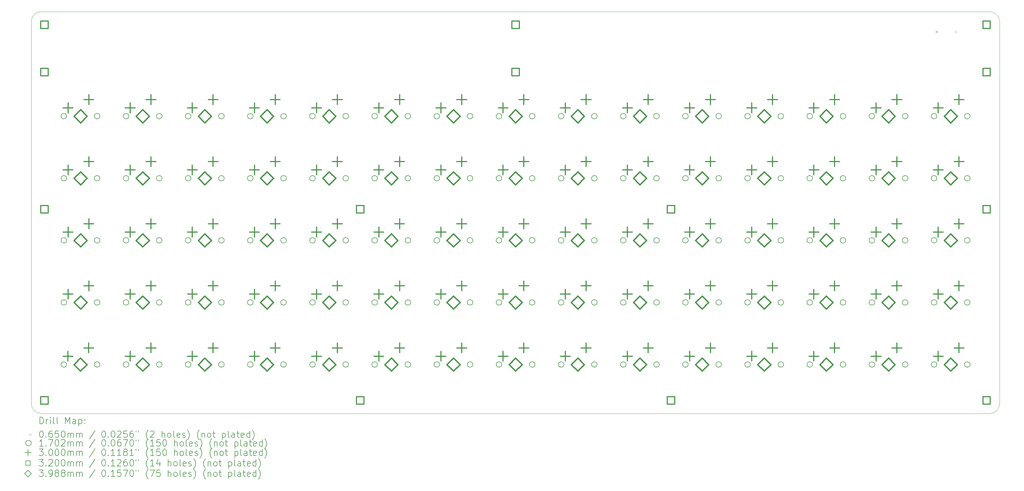
<source format=gbr>
%TF.GenerationSoftware,KiCad,Pcbnew,8.0.1*%
%TF.CreationDate,2024-06-12T21:18:50+02:00*%
%TF.ProjectId,Keyboard,4b657962-6f61-4726-942e-6b696361645f,rev?*%
%TF.SameCoordinates,Original*%
%TF.FileFunction,Drillmap*%
%TF.FilePolarity,Positive*%
%FSLAX45Y45*%
G04 Gerber Fmt 4.5, Leading zero omitted, Abs format (unit mm)*
G04 Created by KiCad (PCBNEW 8.0.1) date 2024-06-12 21:18:50*
%MOMM*%
%LPD*%
G01*
G04 APERTURE LIST*
%ADD10C,0.050000*%
%ADD11C,0.200000*%
%ADD12C,0.100000*%
%ADD13C,0.170180*%
%ADD14C,0.300000*%
%ADD15C,0.320000*%
%ADD16C,0.398780*%
G04 APERTURE END LIST*
D10*
X36600000Y-19700000D02*
G75*
G02*
X36300000Y-20000000I-300000J0D01*
G01*
X7000000Y-8000000D02*
G75*
G02*
X7300000Y-7700000I300000J0D01*
G01*
X7000000Y-19700000D02*
X7000000Y-8000000D01*
X7300000Y-20000000D02*
X36300000Y-20000000D01*
X36600000Y-19700000D02*
X36600000Y-8000000D01*
X36300000Y-7700000D02*
G75*
G02*
X36600000Y-8000000I0J-300000D01*
G01*
X7300000Y-7700000D02*
X36300000Y-7700000D01*
X7300000Y-20000000D02*
G75*
G02*
X7000000Y-19700000I0J300000D01*
G01*
D11*
D12*
X34639500Y-8285500D02*
X34704500Y-8350500D01*
X34704500Y-8285500D02*
X34639500Y-8350500D01*
X35217500Y-8285500D02*
X35282500Y-8350500D01*
X35282500Y-8285500D02*
X35217500Y-8350500D01*
D13*
X8077090Y-18500000D02*
G75*
G02*
X7906910Y-18500000I-85090J0D01*
G01*
X7906910Y-18500000D02*
G75*
G02*
X8077090Y-18500000I85090J0D01*
G01*
X8079090Y-10900000D02*
G75*
G02*
X7908910Y-10900000I-85090J0D01*
G01*
X7908910Y-10900000D02*
G75*
G02*
X8079090Y-10900000I85090J0D01*
G01*
X8079090Y-12800000D02*
G75*
G02*
X7908910Y-12800000I-85090J0D01*
G01*
X7908910Y-12800000D02*
G75*
G02*
X8079090Y-12800000I85090J0D01*
G01*
X8079090Y-14700000D02*
G75*
G02*
X7908910Y-14700000I-85090J0D01*
G01*
X7908910Y-14700000D02*
G75*
G02*
X8079090Y-14700000I85090J0D01*
G01*
X8079090Y-16600000D02*
G75*
G02*
X7908910Y-16600000I-85090J0D01*
G01*
X7908910Y-16600000D02*
G75*
G02*
X8079090Y-16600000I85090J0D01*
G01*
X9093090Y-18500000D02*
G75*
G02*
X8922910Y-18500000I-85090J0D01*
G01*
X8922910Y-18500000D02*
G75*
G02*
X9093090Y-18500000I85090J0D01*
G01*
X9095090Y-10900000D02*
G75*
G02*
X8924910Y-10900000I-85090J0D01*
G01*
X8924910Y-10900000D02*
G75*
G02*
X9095090Y-10900000I85090J0D01*
G01*
X9095090Y-12800000D02*
G75*
G02*
X8924910Y-12800000I-85090J0D01*
G01*
X8924910Y-12800000D02*
G75*
G02*
X9095090Y-12800000I85090J0D01*
G01*
X9095090Y-14700000D02*
G75*
G02*
X8924910Y-14700000I-85090J0D01*
G01*
X8924910Y-14700000D02*
G75*
G02*
X9095090Y-14700000I85090J0D01*
G01*
X9095090Y-16600000D02*
G75*
G02*
X8924910Y-16600000I-85090J0D01*
G01*
X8924910Y-16600000D02*
G75*
G02*
X9095090Y-16600000I85090J0D01*
G01*
X9979090Y-10900000D02*
G75*
G02*
X9808910Y-10900000I-85090J0D01*
G01*
X9808910Y-10900000D02*
G75*
G02*
X9979090Y-10900000I85090J0D01*
G01*
X9979090Y-12800000D02*
G75*
G02*
X9808910Y-12800000I-85090J0D01*
G01*
X9808910Y-12800000D02*
G75*
G02*
X9979090Y-12800000I85090J0D01*
G01*
X9979090Y-14700000D02*
G75*
G02*
X9808910Y-14700000I-85090J0D01*
G01*
X9808910Y-14700000D02*
G75*
G02*
X9979090Y-14700000I85090J0D01*
G01*
X9979090Y-16600000D02*
G75*
G02*
X9808910Y-16600000I-85090J0D01*
G01*
X9808910Y-16600000D02*
G75*
G02*
X9979090Y-16600000I85090J0D01*
G01*
X9979090Y-18500000D02*
G75*
G02*
X9808910Y-18500000I-85090J0D01*
G01*
X9808910Y-18500000D02*
G75*
G02*
X9979090Y-18500000I85090J0D01*
G01*
X10995090Y-10900000D02*
G75*
G02*
X10824910Y-10900000I-85090J0D01*
G01*
X10824910Y-10900000D02*
G75*
G02*
X10995090Y-10900000I85090J0D01*
G01*
X10995090Y-12800000D02*
G75*
G02*
X10824910Y-12800000I-85090J0D01*
G01*
X10824910Y-12800000D02*
G75*
G02*
X10995090Y-12800000I85090J0D01*
G01*
X10995090Y-14700000D02*
G75*
G02*
X10824910Y-14700000I-85090J0D01*
G01*
X10824910Y-14700000D02*
G75*
G02*
X10995090Y-14700000I85090J0D01*
G01*
X10995090Y-16600000D02*
G75*
G02*
X10824910Y-16600000I-85090J0D01*
G01*
X10824910Y-16600000D02*
G75*
G02*
X10995090Y-16600000I85090J0D01*
G01*
X10995090Y-18500000D02*
G75*
G02*
X10824910Y-18500000I-85090J0D01*
G01*
X10824910Y-18500000D02*
G75*
G02*
X10995090Y-18500000I85090J0D01*
G01*
X11879090Y-10900000D02*
G75*
G02*
X11708910Y-10900000I-85090J0D01*
G01*
X11708910Y-10900000D02*
G75*
G02*
X11879090Y-10900000I85090J0D01*
G01*
X11879090Y-12800000D02*
G75*
G02*
X11708910Y-12800000I-85090J0D01*
G01*
X11708910Y-12800000D02*
G75*
G02*
X11879090Y-12800000I85090J0D01*
G01*
X11879090Y-14700000D02*
G75*
G02*
X11708910Y-14700000I-85090J0D01*
G01*
X11708910Y-14700000D02*
G75*
G02*
X11879090Y-14700000I85090J0D01*
G01*
X11879090Y-16600000D02*
G75*
G02*
X11708910Y-16600000I-85090J0D01*
G01*
X11708910Y-16600000D02*
G75*
G02*
X11879090Y-16600000I85090J0D01*
G01*
X11879090Y-18500000D02*
G75*
G02*
X11708910Y-18500000I-85090J0D01*
G01*
X11708910Y-18500000D02*
G75*
G02*
X11879090Y-18500000I85090J0D01*
G01*
X12895090Y-10900000D02*
G75*
G02*
X12724910Y-10900000I-85090J0D01*
G01*
X12724910Y-10900000D02*
G75*
G02*
X12895090Y-10900000I85090J0D01*
G01*
X12895090Y-12800000D02*
G75*
G02*
X12724910Y-12800000I-85090J0D01*
G01*
X12724910Y-12800000D02*
G75*
G02*
X12895090Y-12800000I85090J0D01*
G01*
X12895090Y-14700000D02*
G75*
G02*
X12724910Y-14700000I-85090J0D01*
G01*
X12724910Y-14700000D02*
G75*
G02*
X12895090Y-14700000I85090J0D01*
G01*
X12895090Y-16600000D02*
G75*
G02*
X12724910Y-16600000I-85090J0D01*
G01*
X12724910Y-16600000D02*
G75*
G02*
X12895090Y-16600000I85090J0D01*
G01*
X12895090Y-18500000D02*
G75*
G02*
X12724910Y-18500000I-85090J0D01*
G01*
X12724910Y-18500000D02*
G75*
G02*
X12895090Y-18500000I85090J0D01*
G01*
X13779090Y-10900000D02*
G75*
G02*
X13608910Y-10900000I-85090J0D01*
G01*
X13608910Y-10900000D02*
G75*
G02*
X13779090Y-10900000I85090J0D01*
G01*
X13779090Y-12800000D02*
G75*
G02*
X13608910Y-12800000I-85090J0D01*
G01*
X13608910Y-12800000D02*
G75*
G02*
X13779090Y-12800000I85090J0D01*
G01*
X13779090Y-14700000D02*
G75*
G02*
X13608910Y-14700000I-85090J0D01*
G01*
X13608910Y-14700000D02*
G75*
G02*
X13779090Y-14700000I85090J0D01*
G01*
X13779090Y-16600000D02*
G75*
G02*
X13608910Y-16600000I-85090J0D01*
G01*
X13608910Y-16600000D02*
G75*
G02*
X13779090Y-16600000I85090J0D01*
G01*
X13779090Y-18500000D02*
G75*
G02*
X13608910Y-18500000I-85090J0D01*
G01*
X13608910Y-18500000D02*
G75*
G02*
X13779090Y-18500000I85090J0D01*
G01*
X14795090Y-10900000D02*
G75*
G02*
X14624910Y-10900000I-85090J0D01*
G01*
X14624910Y-10900000D02*
G75*
G02*
X14795090Y-10900000I85090J0D01*
G01*
X14795090Y-12800000D02*
G75*
G02*
X14624910Y-12800000I-85090J0D01*
G01*
X14624910Y-12800000D02*
G75*
G02*
X14795090Y-12800000I85090J0D01*
G01*
X14795090Y-14700000D02*
G75*
G02*
X14624910Y-14700000I-85090J0D01*
G01*
X14624910Y-14700000D02*
G75*
G02*
X14795090Y-14700000I85090J0D01*
G01*
X14795090Y-16600000D02*
G75*
G02*
X14624910Y-16600000I-85090J0D01*
G01*
X14624910Y-16600000D02*
G75*
G02*
X14795090Y-16600000I85090J0D01*
G01*
X14795090Y-18500000D02*
G75*
G02*
X14624910Y-18500000I-85090J0D01*
G01*
X14624910Y-18500000D02*
G75*
G02*
X14795090Y-18500000I85090J0D01*
G01*
X15679090Y-10900000D02*
G75*
G02*
X15508910Y-10900000I-85090J0D01*
G01*
X15508910Y-10900000D02*
G75*
G02*
X15679090Y-10900000I85090J0D01*
G01*
X15679090Y-12800000D02*
G75*
G02*
X15508910Y-12800000I-85090J0D01*
G01*
X15508910Y-12800000D02*
G75*
G02*
X15679090Y-12800000I85090J0D01*
G01*
X15679090Y-14700000D02*
G75*
G02*
X15508910Y-14700000I-85090J0D01*
G01*
X15508910Y-14700000D02*
G75*
G02*
X15679090Y-14700000I85090J0D01*
G01*
X15679090Y-16600000D02*
G75*
G02*
X15508910Y-16600000I-85090J0D01*
G01*
X15508910Y-16600000D02*
G75*
G02*
X15679090Y-16600000I85090J0D01*
G01*
X15679090Y-18500000D02*
G75*
G02*
X15508910Y-18500000I-85090J0D01*
G01*
X15508910Y-18500000D02*
G75*
G02*
X15679090Y-18500000I85090J0D01*
G01*
X16695090Y-10900000D02*
G75*
G02*
X16524910Y-10900000I-85090J0D01*
G01*
X16524910Y-10900000D02*
G75*
G02*
X16695090Y-10900000I85090J0D01*
G01*
X16695090Y-12800000D02*
G75*
G02*
X16524910Y-12800000I-85090J0D01*
G01*
X16524910Y-12800000D02*
G75*
G02*
X16695090Y-12800000I85090J0D01*
G01*
X16695090Y-14700000D02*
G75*
G02*
X16524910Y-14700000I-85090J0D01*
G01*
X16524910Y-14700000D02*
G75*
G02*
X16695090Y-14700000I85090J0D01*
G01*
X16695090Y-16600000D02*
G75*
G02*
X16524910Y-16600000I-85090J0D01*
G01*
X16524910Y-16600000D02*
G75*
G02*
X16695090Y-16600000I85090J0D01*
G01*
X16695090Y-18500000D02*
G75*
G02*
X16524910Y-18500000I-85090J0D01*
G01*
X16524910Y-18500000D02*
G75*
G02*
X16695090Y-18500000I85090J0D01*
G01*
X17579090Y-10900000D02*
G75*
G02*
X17408910Y-10900000I-85090J0D01*
G01*
X17408910Y-10900000D02*
G75*
G02*
X17579090Y-10900000I85090J0D01*
G01*
X17579090Y-12800000D02*
G75*
G02*
X17408910Y-12800000I-85090J0D01*
G01*
X17408910Y-12800000D02*
G75*
G02*
X17579090Y-12800000I85090J0D01*
G01*
X17579090Y-14700000D02*
G75*
G02*
X17408910Y-14700000I-85090J0D01*
G01*
X17408910Y-14700000D02*
G75*
G02*
X17579090Y-14700000I85090J0D01*
G01*
X17579090Y-16600000D02*
G75*
G02*
X17408910Y-16600000I-85090J0D01*
G01*
X17408910Y-16600000D02*
G75*
G02*
X17579090Y-16600000I85090J0D01*
G01*
X17579090Y-18500000D02*
G75*
G02*
X17408910Y-18500000I-85090J0D01*
G01*
X17408910Y-18500000D02*
G75*
G02*
X17579090Y-18500000I85090J0D01*
G01*
X18595090Y-10900000D02*
G75*
G02*
X18424910Y-10900000I-85090J0D01*
G01*
X18424910Y-10900000D02*
G75*
G02*
X18595090Y-10900000I85090J0D01*
G01*
X18595090Y-12800000D02*
G75*
G02*
X18424910Y-12800000I-85090J0D01*
G01*
X18424910Y-12800000D02*
G75*
G02*
X18595090Y-12800000I85090J0D01*
G01*
X18595090Y-14700000D02*
G75*
G02*
X18424910Y-14700000I-85090J0D01*
G01*
X18424910Y-14700000D02*
G75*
G02*
X18595090Y-14700000I85090J0D01*
G01*
X18595090Y-16600000D02*
G75*
G02*
X18424910Y-16600000I-85090J0D01*
G01*
X18424910Y-16600000D02*
G75*
G02*
X18595090Y-16600000I85090J0D01*
G01*
X18595090Y-18500000D02*
G75*
G02*
X18424910Y-18500000I-85090J0D01*
G01*
X18424910Y-18500000D02*
G75*
G02*
X18595090Y-18500000I85090J0D01*
G01*
X19479090Y-10900000D02*
G75*
G02*
X19308910Y-10900000I-85090J0D01*
G01*
X19308910Y-10900000D02*
G75*
G02*
X19479090Y-10900000I85090J0D01*
G01*
X19479090Y-12800000D02*
G75*
G02*
X19308910Y-12800000I-85090J0D01*
G01*
X19308910Y-12800000D02*
G75*
G02*
X19479090Y-12800000I85090J0D01*
G01*
X19479090Y-14700000D02*
G75*
G02*
X19308910Y-14700000I-85090J0D01*
G01*
X19308910Y-14700000D02*
G75*
G02*
X19479090Y-14700000I85090J0D01*
G01*
X19479090Y-16600000D02*
G75*
G02*
X19308910Y-16600000I-85090J0D01*
G01*
X19308910Y-16600000D02*
G75*
G02*
X19479090Y-16600000I85090J0D01*
G01*
X19479090Y-18500000D02*
G75*
G02*
X19308910Y-18500000I-85090J0D01*
G01*
X19308910Y-18500000D02*
G75*
G02*
X19479090Y-18500000I85090J0D01*
G01*
X20495090Y-10900000D02*
G75*
G02*
X20324910Y-10900000I-85090J0D01*
G01*
X20324910Y-10900000D02*
G75*
G02*
X20495090Y-10900000I85090J0D01*
G01*
X20495090Y-12800000D02*
G75*
G02*
X20324910Y-12800000I-85090J0D01*
G01*
X20324910Y-12800000D02*
G75*
G02*
X20495090Y-12800000I85090J0D01*
G01*
X20495090Y-14700000D02*
G75*
G02*
X20324910Y-14700000I-85090J0D01*
G01*
X20324910Y-14700000D02*
G75*
G02*
X20495090Y-14700000I85090J0D01*
G01*
X20495090Y-16600000D02*
G75*
G02*
X20324910Y-16600000I-85090J0D01*
G01*
X20324910Y-16600000D02*
G75*
G02*
X20495090Y-16600000I85090J0D01*
G01*
X20495090Y-18500000D02*
G75*
G02*
X20324910Y-18500000I-85090J0D01*
G01*
X20324910Y-18500000D02*
G75*
G02*
X20495090Y-18500000I85090J0D01*
G01*
X21379090Y-10900000D02*
G75*
G02*
X21208910Y-10900000I-85090J0D01*
G01*
X21208910Y-10900000D02*
G75*
G02*
X21379090Y-10900000I85090J0D01*
G01*
X21379090Y-12800000D02*
G75*
G02*
X21208910Y-12800000I-85090J0D01*
G01*
X21208910Y-12800000D02*
G75*
G02*
X21379090Y-12800000I85090J0D01*
G01*
X21379090Y-14700000D02*
G75*
G02*
X21208910Y-14700000I-85090J0D01*
G01*
X21208910Y-14700000D02*
G75*
G02*
X21379090Y-14700000I85090J0D01*
G01*
X21379090Y-16600000D02*
G75*
G02*
X21208910Y-16600000I-85090J0D01*
G01*
X21208910Y-16600000D02*
G75*
G02*
X21379090Y-16600000I85090J0D01*
G01*
X21379090Y-18500000D02*
G75*
G02*
X21208910Y-18500000I-85090J0D01*
G01*
X21208910Y-18500000D02*
G75*
G02*
X21379090Y-18500000I85090J0D01*
G01*
X22395090Y-10900000D02*
G75*
G02*
X22224910Y-10900000I-85090J0D01*
G01*
X22224910Y-10900000D02*
G75*
G02*
X22395090Y-10900000I85090J0D01*
G01*
X22395090Y-12800000D02*
G75*
G02*
X22224910Y-12800000I-85090J0D01*
G01*
X22224910Y-12800000D02*
G75*
G02*
X22395090Y-12800000I85090J0D01*
G01*
X22395090Y-14700000D02*
G75*
G02*
X22224910Y-14700000I-85090J0D01*
G01*
X22224910Y-14700000D02*
G75*
G02*
X22395090Y-14700000I85090J0D01*
G01*
X22395090Y-16600000D02*
G75*
G02*
X22224910Y-16600000I-85090J0D01*
G01*
X22224910Y-16600000D02*
G75*
G02*
X22395090Y-16600000I85090J0D01*
G01*
X22395090Y-18500000D02*
G75*
G02*
X22224910Y-18500000I-85090J0D01*
G01*
X22224910Y-18500000D02*
G75*
G02*
X22395090Y-18500000I85090J0D01*
G01*
X23279090Y-10900000D02*
G75*
G02*
X23108910Y-10900000I-85090J0D01*
G01*
X23108910Y-10900000D02*
G75*
G02*
X23279090Y-10900000I85090J0D01*
G01*
X23279090Y-12800000D02*
G75*
G02*
X23108910Y-12800000I-85090J0D01*
G01*
X23108910Y-12800000D02*
G75*
G02*
X23279090Y-12800000I85090J0D01*
G01*
X23279090Y-14700000D02*
G75*
G02*
X23108910Y-14700000I-85090J0D01*
G01*
X23108910Y-14700000D02*
G75*
G02*
X23279090Y-14700000I85090J0D01*
G01*
X23279090Y-16600000D02*
G75*
G02*
X23108910Y-16600000I-85090J0D01*
G01*
X23108910Y-16600000D02*
G75*
G02*
X23279090Y-16600000I85090J0D01*
G01*
X23279090Y-18500000D02*
G75*
G02*
X23108910Y-18500000I-85090J0D01*
G01*
X23108910Y-18500000D02*
G75*
G02*
X23279090Y-18500000I85090J0D01*
G01*
X24295090Y-10900000D02*
G75*
G02*
X24124910Y-10900000I-85090J0D01*
G01*
X24124910Y-10900000D02*
G75*
G02*
X24295090Y-10900000I85090J0D01*
G01*
X24295090Y-12800000D02*
G75*
G02*
X24124910Y-12800000I-85090J0D01*
G01*
X24124910Y-12800000D02*
G75*
G02*
X24295090Y-12800000I85090J0D01*
G01*
X24295090Y-14700000D02*
G75*
G02*
X24124910Y-14700000I-85090J0D01*
G01*
X24124910Y-14700000D02*
G75*
G02*
X24295090Y-14700000I85090J0D01*
G01*
X24295090Y-16600000D02*
G75*
G02*
X24124910Y-16600000I-85090J0D01*
G01*
X24124910Y-16600000D02*
G75*
G02*
X24295090Y-16600000I85090J0D01*
G01*
X24295090Y-18500000D02*
G75*
G02*
X24124910Y-18500000I-85090J0D01*
G01*
X24124910Y-18500000D02*
G75*
G02*
X24295090Y-18500000I85090J0D01*
G01*
X25179090Y-10900000D02*
G75*
G02*
X25008910Y-10900000I-85090J0D01*
G01*
X25008910Y-10900000D02*
G75*
G02*
X25179090Y-10900000I85090J0D01*
G01*
X25179090Y-12800000D02*
G75*
G02*
X25008910Y-12800000I-85090J0D01*
G01*
X25008910Y-12800000D02*
G75*
G02*
X25179090Y-12800000I85090J0D01*
G01*
X25179090Y-14700000D02*
G75*
G02*
X25008910Y-14700000I-85090J0D01*
G01*
X25008910Y-14700000D02*
G75*
G02*
X25179090Y-14700000I85090J0D01*
G01*
X25179090Y-16600000D02*
G75*
G02*
X25008910Y-16600000I-85090J0D01*
G01*
X25008910Y-16600000D02*
G75*
G02*
X25179090Y-16600000I85090J0D01*
G01*
X25179090Y-18500000D02*
G75*
G02*
X25008910Y-18500000I-85090J0D01*
G01*
X25008910Y-18500000D02*
G75*
G02*
X25179090Y-18500000I85090J0D01*
G01*
X26195090Y-10900000D02*
G75*
G02*
X26024910Y-10900000I-85090J0D01*
G01*
X26024910Y-10900000D02*
G75*
G02*
X26195090Y-10900000I85090J0D01*
G01*
X26195090Y-12800000D02*
G75*
G02*
X26024910Y-12800000I-85090J0D01*
G01*
X26024910Y-12800000D02*
G75*
G02*
X26195090Y-12800000I85090J0D01*
G01*
X26195090Y-14700000D02*
G75*
G02*
X26024910Y-14700000I-85090J0D01*
G01*
X26024910Y-14700000D02*
G75*
G02*
X26195090Y-14700000I85090J0D01*
G01*
X26195090Y-16600000D02*
G75*
G02*
X26024910Y-16600000I-85090J0D01*
G01*
X26024910Y-16600000D02*
G75*
G02*
X26195090Y-16600000I85090J0D01*
G01*
X26195090Y-18500000D02*
G75*
G02*
X26024910Y-18500000I-85090J0D01*
G01*
X26024910Y-18500000D02*
G75*
G02*
X26195090Y-18500000I85090J0D01*
G01*
X27079090Y-10900000D02*
G75*
G02*
X26908910Y-10900000I-85090J0D01*
G01*
X26908910Y-10900000D02*
G75*
G02*
X27079090Y-10900000I85090J0D01*
G01*
X27079090Y-12800000D02*
G75*
G02*
X26908910Y-12800000I-85090J0D01*
G01*
X26908910Y-12800000D02*
G75*
G02*
X27079090Y-12800000I85090J0D01*
G01*
X27079090Y-14700000D02*
G75*
G02*
X26908910Y-14700000I-85090J0D01*
G01*
X26908910Y-14700000D02*
G75*
G02*
X27079090Y-14700000I85090J0D01*
G01*
X27079090Y-16600000D02*
G75*
G02*
X26908910Y-16600000I-85090J0D01*
G01*
X26908910Y-16600000D02*
G75*
G02*
X27079090Y-16600000I85090J0D01*
G01*
X27079090Y-18500000D02*
G75*
G02*
X26908910Y-18500000I-85090J0D01*
G01*
X26908910Y-18500000D02*
G75*
G02*
X27079090Y-18500000I85090J0D01*
G01*
X28095090Y-10900000D02*
G75*
G02*
X27924910Y-10900000I-85090J0D01*
G01*
X27924910Y-10900000D02*
G75*
G02*
X28095090Y-10900000I85090J0D01*
G01*
X28095090Y-12800000D02*
G75*
G02*
X27924910Y-12800000I-85090J0D01*
G01*
X27924910Y-12800000D02*
G75*
G02*
X28095090Y-12800000I85090J0D01*
G01*
X28095090Y-14700000D02*
G75*
G02*
X27924910Y-14700000I-85090J0D01*
G01*
X27924910Y-14700000D02*
G75*
G02*
X28095090Y-14700000I85090J0D01*
G01*
X28095090Y-16600000D02*
G75*
G02*
X27924910Y-16600000I-85090J0D01*
G01*
X27924910Y-16600000D02*
G75*
G02*
X28095090Y-16600000I85090J0D01*
G01*
X28095090Y-18500000D02*
G75*
G02*
X27924910Y-18500000I-85090J0D01*
G01*
X27924910Y-18500000D02*
G75*
G02*
X28095090Y-18500000I85090J0D01*
G01*
X28979090Y-10900000D02*
G75*
G02*
X28808910Y-10900000I-85090J0D01*
G01*
X28808910Y-10900000D02*
G75*
G02*
X28979090Y-10900000I85090J0D01*
G01*
X28979090Y-12800000D02*
G75*
G02*
X28808910Y-12800000I-85090J0D01*
G01*
X28808910Y-12800000D02*
G75*
G02*
X28979090Y-12800000I85090J0D01*
G01*
X28979090Y-14700000D02*
G75*
G02*
X28808910Y-14700000I-85090J0D01*
G01*
X28808910Y-14700000D02*
G75*
G02*
X28979090Y-14700000I85090J0D01*
G01*
X28979090Y-16600000D02*
G75*
G02*
X28808910Y-16600000I-85090J0D01*
G01*
X28808910Y-16600000D02*
G75*
G02*
X28979090Y-16600000I85090J0D01*
G01*
X28979090Y-18500000D02*
G75*
G02*
X28808910Y-18500000I-85090J0D01*
G01*
X28808910Y-18500000D02*
G75*
G02*
X28979090Y-18500000I85090J0D01*
G01*
X29995090Y-10900000D02*
G75*
G02*
X29824910Y-10900000I-85090J0D01*
G01*
X29824910Y-10900000D02*
G75*
G02*
X29995090Y-10900000I85090J0D01*
G01*
X29995090Y-12800000D02*
G75*
G02*
X29824910Y-12800000I-85090J0D01*
G01*
X29824910Y-12800000D02*
G75*
G02*
X29995090Y-12800000I85090J0D01*
G01*
X29995090Y-14700000D02*
G75*
G02*
X29824910Y-14700000I-85090J0D01*
G01*
X29824910Y-14700000D02*
G75*
G02*
X29995090Y-14700000I85090J0D01*
G01*
X29995090Y-16600000D02*
G75*
G02*
X29824910Y-16600000I-85090J0D01*
G01*
X29824910Y-16600000D02*
G75*
G02*
X29995090Y-16600000I85090J0D01*
G01*
X29995090Y-18500000D02*
G75*
G02*
X29824910Y-18500000I-85090J0D01*
G01*
X29824910Y-18500000D02*
G75*
G02*
X29995090Y-18500000I85090J0D01*
G01*
X30879090Y-10900000D02*
G75*
G02*
X30708910Y-10900000I-85090J0D01*
G01*
X30708910Y-10900000D02*
G75*
G02*
X30879090Y-10900000I85090J0D01*
G01*
X30879090Y-12800000D02*
G75*
G02*
X30708910Y-12800000I-85090J0D01*
G01*
X30708910Y-12800000D02*
G75*
G02*
X30879090Y-12800000I85090J0D01*
G01*
X30879090Y-14700000D02*
G75*
G02*
X30708910Y-14700000I-85090J0D01*
G01*
X30708910Y-14700000D02*
G75*
G02*
X30879090Y-14700000I85090J0D01*
G01*
X30879090Y-16600000D02*
G75*
G02*
X30708910Y-16600000I-85090J0D01*
G01*
X30708910Y-16600000D02*
G75*
G02*
X30879090Y-16600000I85090J0D01*
G01*
X30879090Y-18500000D02*
G75*
G02*
X30708910Y-18500000I-85090J0D01*
G01*
X30708910Y-18500000D02*
G75*
G02*
X30879090Y-18500000I85090J0D01*
G01*
X31895090Y-10900000D02*
G75*
G02*
X31724910Y-10900000I-85090J0D01*
G01*
X31724910Y-10900000D02*
G75*
G02*
X31895090Y-10900000I85090J0D01*
G01*
X31895090Y-12800000D02*
G75*
G02*
X31724910Y-12800000I-85090J0D01*
G01*
X31724910Y-12800000D02*
G75*
G02*
X31895090Y-12800000I85090J0D01*
G01*
X31895090Y-14700000D02*
G75*
G02*
X31724910Y-14700000I-85090J0D01*
G01*
X31724910Y-14700000D02*
G75*
G02*
X31895090Y-14700000I85090J0D01*
G01*
X31895090Y-16600000D02*
G75*
G02*
X31724910Y-16600000I-85090J0D01*
G01*
X31724910Y-16600000D02*
G75*
G02*
X31895090Y-16600000I85090J0D01*
G01*
X31895090Y-18500000D02*
G75*
G02*
X31724910Y-18500000I-85090J0D01*
G01*
X31724910Y-18500000D02*
G75*
G02*
X31895090Y-18500000I85090J0D01*
G01*
X32779090Y-10900000D02*
G75*
G02*
X32608910Y-10900000I-85090J0D01*
G01*
X32608910Y-10900000D02*
G75*
G02*
X32779090Y-10900000I85090J0D01*
G01*
X32779090Y-12800000D02*
G75*
G02*
X32608910Y-12800000I-85090J0D01*
G01*
X32608910Y-12800000D02*
G75*
G02*
X32779090Y-12800000I85090J0D01*
G01*
X32779090Y-14700000D02*
G75*
G02*
X32608910Y-14700000I-85090J0D01*
G01*
X32608910Y-14700000D02*
G75*
G02*
X32779090Y-14700000I85090J0D01*
G01*
X32779090Y-16600000D02*
G75*
G02*
X32608910Y-16600000I-85090J0D01*
G01*
X32608910Y-16600000D02*
G75*
G02*
X32779090Y-16600000I85090J0D01*
G01*
X32779090Y-18500000D02*
G75*
G02*
X32608910Y-18500000I-85090J0D01*
G01*
X32608910Y-18500000D02*
G75*
G02*
X32779090Y-18500000I85090J0D01*
G01*
X33795090Y-10900000D02*
G75*
G02*
X33624910Y-10900000I-85090J0D01*
G01*
X33624910Y-10900000D02*
G75*
G02*
X33795090Y-10900000I85090J0D01*
G01*
X33795090Y-12800000D02*
G75*
G02*
X33624910Y-12800000I-85090J0D01*
G01*
X33624910Y-12800000D02*
G75*
G02*
X33795090Y-12800000I85090J0D01*
G01*
X33795090Y-14700000D02*
G75*
G02*
X33624910Y-14700000I-85090J0D01*
G01*
X33624910Y-14700000D02*
G75*
G02*
X33795090Y-14700000I85090J0D01*
G01*
X33795090Y-16600000D02*
G75*
G02*
X33624910Y-16600000I-85090J0D01*
G01*
X33624910Y-16600000D02*
G75*
G02*
X33795090Y-16600000I85090J0D01*
G01*
X33795090Y-18500000D02*
G75*
G02*
X33624910Y-18500000I-85090J0D01*
G01*
X33624910Y-18500000D02*
G75*
G02*
X33795090Y-18500000I85090J0D01*
G01*
X34679090Y-10900000D02*
G75*
G02*
X34508910Y-10900000I-85090J0D01*
G01*
X34508910Y-10900000D02*
G75*
G02*
X34679090Y-10900000I85090J0D01*
G01*
X34679090Y-12800000D02*
G75*
G02*
X34508910Y-12800000I-85090J0D01*
G01*
X34508910Y-12800000D02*
G75*
G02*
X34679090Y-12800000I85090J0D01*
G01*
X34679090Y-14700000D02*
G75*
G02*
X34508910Y-14700000I-85090J0D01*
G01*
X34508910Y-14700000D02*
G75*
G02*
X34679090Y-14700000I85090J0D01*
G01*
X34679090Y-16600000D02*
G75*
G02*
X34508910Y-16600000I-85090J0D01*
G01*
X34508910Y-16600000D02*
G75*
G02*
X34679090Y-16600000I85090J0D01*
G01*
X34679090Y-18500000D02*
G75*
G02*
X34508910Y-18500000I-85090J0D01*
G01*
X34508910Y-18500000D02*
G75*
G02*
X34679090Y-18500000I85090J0D01*
G01*
X35695090Y-10900000D02*
G75*
G02*
X35524910Y-10900000I-85090J0D01*
G01*
X35524910Y-10900000D02*
G75*
G02*
X35695090Y-10900000I85090J0D01*
G01*
X35695090Y-12800000D02*
G75*
G02*
X35524910Y-12800000I-85090J0D01*
G01*
X35524910Y-12800000D02*
G75*
G02*
X35695090Y-12800000I85090J0D01*
G01*
X35695090Y-14700000D02*
G75*
G02*
X35524910Y-14700000I-85090J0D01*
G01*
X35524910Y-14700000D02*
G75*
G02*
X35695090Y-14700000I85090J0D01*
G01*
X35695090Y-16600000D02*
G75*
G02*
X35524910Y-16600000I-85090J0D01*
G01*
X35524910Y-16600000D02*
G75*
G02*
X35695090Y-16600000I85090J0D01*
G01*
X35695090Y-18500000D02*
G75*
G02*
X35524910Y-18500000I-85090J0D01*
G01*
X35524910Y-18500000D02*
G75*
G02*
X35695090Y-18500000I85090J0D01*
G01*
D14*
X8119000Y-18096000D02*
X8119000Y-18396000D01*
X7969000Y-18246000D02*
X8269000Y-18246000D01*
X8121000Y-10496000D02*
X8121000Y-10796000D01*
X7971000Y-10646000D02*
X8271000Y-10646000D01*
X8121000Y-12396000D02*
X8121000Y-12696000D01*
X7971000Y-12546000D02*
X8271000Y-12546000D01*
X8121000Y-14296000D02*
X8121000Y-14596000D01*
X7971000Y-14446000D02*
X8271000Y-14446000D01*
X8121000Y-16196000D02*
X8121000Y-16496000D01*
X7971000Y-16346000D02*
X8271000Y-16346000D01*
X8754000Y-17842000D02*
X8754000Y-18142000D01*
X8604000Y-17992000D02*
X8904000Y-17992000D01*
X8756000Y-10242000D02*
X8756000Y-10542000D01*
X8606000Y-10392000D02*
X8906000Y-10392000D01*
X8756000Y-12142000D02*
X8756000Y-12442000D01*
X8606000Y-12292000D02*
X8906000Y-12292000D01*
X8756000Y-14042000D02*
X8756000Y-14342000D01*
X8606000Y-14192000D02*
X8906000Y-14192000D01*
X8756000Y-15942000D02*
X8756000Y-16242000D01*
X8606000Y-16092000D02*
X8906000Y-16092000D01*
X10021000Y-10496000D02*
X10021000Y-10796000D01*
X9871000Y-10646000D02*
X10171000Y-10646000D01*
X10021000Y-12396000D02*
X10021000Y-12696000D01*
X9871000Y-12546000D02*
X10171000Y-12546000D01*
X10021000Y-14296000D02*
X10021000Y-14596000D01*
X9871000Y-14446000D02*
X10171000Y-14446000D01*
X10021000Y-16196000D02*
X10021000Y-16496000D01*
X9871000Y-16346000D02*
X10171000Y-16346000D01*
X10021000Y-18096000D02*
X10021000Y-18396000D01*
X9871000Y-18246000D02*
X10171000Y-18246000D01*
X10656000Y-10242000D02*
X10656000Y-10542000D01*
X10506000Y-10392000D02*
X10806000Y-10392000D01*
X10656000Y-12142000D02*
X10656000Y-12442000D01*
X10506000Y-12292000D02*
X10806000Y-12292000D01*
X10656000Y-14042000D02*
X10656000Y-14342000D01*
X10506000Y-14192000D02*
X10806000Y-14192000D01*
X10656000Y-15942000D02*
X10656000Y-16242000D01*
X10506000Y-16092000D02*
X10806000Y-16092000D01*
X10656000Y-17842000D02*
X10656000Y-18142000D01*
X10506000Y-17992000D02*
X10806000Y-17992000D01*
X11921000Y-10496000D02*
X11921000Y-10796000D01*
X11771000Y-10646000D02*
X12071000Y-10646000D01*
X11921000Y-12396000D02*
X11921000Y-12696000D01*
X11771000Y-12546000D02*
X12071000Y-12546000D01*
X11921000Y-14296000D02*
X11921000Y-14596000D01*
X11771000Y-14446000D02*
X12071000Y-14446000D01*
X11921000Y-16196000D02*
X11921000Y-16496000D01*
X11771000Y-16346000D02*
X12071000Y-16346000D01*
X11921000Y-18096000D02*
X11921000Y-18396000D01*
X11771000Y-18246000D02*
X12071000Y-18246000D01*
X12556000Y-10242000D02*
X12556000Y-10542000D01*
X12406000Y-10392000D02*
X12706000Y-10392000D01*
X12556000Y-12142000D02*
X12556000Y-12442000D01*
X12406000Y-12292000D02*
X12706000Y-12292000D01*
X12556000Y-14042000D02*
X12556000Y-14342000D01*
X12406000Y-14192000D02*
X12706000Y-14192000D01*
X12556000Y-15942000D02*
X12556000Y-16242000D01*
X12406000Y-16092000D02*
X12706000Y-16092000D01*
X12556000Y-17842000D02*
X12556000Y-18142000D01*
X12406000Y-17992000D02*
X12706000Y-17992000D01*
X13821000Y-10496000D02*
X13821000Y-10796000D01*
X13671000Y-10646000D02*
X13971000Y-10646000D01*
X13821000Y-12396000D02*
X13821000Y-12696000D01*
X13671000Y-12546000D02*
X13971000Y-12546000D01*
X13821000Y-14296000D02*
X13821000Y-14596000D01*
X13671000Y-14446000D02*
X13971000Y-14446000D01*
X13821000Y-16196000D02*
X13821000Y-16496000D01*
X13671000Y-16346000D02*
X13971000Y-16346000D01*
X13821000Y-18096000D02*
X13821000Y-18396000D01*
X13671000Y-18246000D02*
X13971000Y-18246000D01*
X14456000Y-10242000D02*
X14456000Y-10542000D01*
X14306000Y-10392000D02*
X14606000Y-10392000D01*
X14456000Y-12142000D02*
X14456000Y-12442000D01*
X14306000Y-12292000D02*
X14606000Y-12292000D01*
X14456000Y-14042000D02*
X14456000Y-14342000D01*
X14306000Y-14192000D02*
X14606000Y-14192000D01*
X14456000Y-15942000D02*
X14456000Y-16242000D01*
X14306000Y-16092000D02*
X14606000Y-16092000D01*
X14456000Y-17842000D02*
X14456000Y-18142000D01*
X14306000Y-17992000D02*
X14606000Y-17992000D01*
X15721000Y-10496000D02*
X15721000Y-10796000D01*
X15571000Y-10646000D02*
X15871000Y-10646000D01*
X15721000Y-12396000D02*
X15721000Y-12696000D01*
X15571000Y-12546000D02*
X15871000Y-12546000D01*
X15721000Y-14296000D02*
X15721000Y-14596000D01*
X15571000Y-14446000D02*
X15871000Y-14446000D01*
X15721000Y-16196000D02*
X15721000Y-16496000D01*
X15571000Y-16346000D02*
X15871000Y-16346000D01*
X15721000Y-18096000D02*
X15721000Y-18396000D01*
X15571000Y-18246000D02*
X15871000Y-18246000D01*
X16356000Y-10242000D02*
X16356000Y-10542000D01*
X16206000Y-10392000D02*
X16506000Y-10392000D01*
X16356000Y-12142000D02*
X16356000Y-12442000D01*
X16206000Y-12292000D02*
X16506000Y-12292000D01*
X16356000Y-14042000D02*
X16356000Y-14342000D01*
X16206000Y-14192000D02*
X16506000Y-14192000D01*
X16356000Y-15942000D02*
X16356000Y-16242000D01*
X16206000Y-16092000D02*
X16506000Y-16092000D01*
X16356000Y-17842000D02*
X16356000Y-18142000D01*
X16206000Y-17992000D02*
X16506000Y-17992000D01*
X17621000Y-10496000D02*
X17621000Y-10796000D01*
X17471000Y-10646000D02*
X17771000Y-10646000D01*
X17621000Y-12396000D02*
X17621000Y-12696000D01*
X17471000Y-12546000D02*
X17771000Y-12546000D01*
X17621000Y-14296000D02*
X17621000Y-14596000D01*
X17471000Y-14446000D02*
X17771000Y-14446000D01*
X17621000Y-16196000D02*
X17621000Y-16496000D01*
X17471000Y-16346000D02*
X17771000Y-16346000D01*
X17621000Y-18096000D02*
X17621000Y-18396000D01*
X17471000Y-18246000D02*
X17771000Y-18246000D01*
X18256000Y-10242000D02*
X18256000Y-10542000D01*
X18106000Y-10392000D02*
X18406000Y-10392000D01*
X18256000Y-12142000D02*
X18256000Y-12442000D01*
X18106000Y-12292000D02*
X18406000Y-12292000D01*
X18256000Y-14042000D02*
X18256000Y-14342000D01*
X18106000Y-14192000D02*
X18406000Y-14192000D01*
X18256000Y-15942000D02*
X18256000Y-16242000D01*
X18106000Y-16092000D02*
X18406000Y-16092000D01*
X18256000Y-17842000D02*
X18256000Y-18142000D01*
X18106000Y-17992000D02*
X18406000Y-17992000D01*
X19521000Y-10496000D02*
X19521000Y-10796000D01*
X19371000Y-10646000D02*
X19671000Y-10646000D01*
X19521000Y-12396000D02*
X19521000Y-12696000D01*
X19371000Y-12546000D02*
X19671000Y-12546000D01*
X19521000Y-14296000D02*
X19521000Y-14596000D01*
X19371000Y-14446000D02*
X19671000Y-14446000D01*
X19521000Y-16196000D02*
X19521000Y-16496000D01*
X19371000Y-16346000D02*
X19671000Y-16346000D01*
X19521000Y-18096000D02*
X19521000Y-18396000D01*
X19371000Y-18246000D02*
X19671000Y-18246000D01*
X20156000Y-10242000D02*
X20156000Y-10542000D01*
X20006000Y-10392000D02*
X20306000Y-10392000D01*
X20156000Y-12142000D02*
X20156000Y-12442000D01*
X20006000Y-12292000D02*
X20306000Y-12292000D01*
X20156000Y-14042000D02*
X20156000Y-14342000D01*
X20006000Y-14192000D02*
X20306000Y-14192000D01*
X20156000Y-15942000D02*
X20156000Y-16242000D01*
X20006000Y-16092000D02*
X20306000Y-16092000D01*
X20156000Y-17842000D02*
X20156000Y-18142000D01*
X20006000Y-17992000D02*
X20306000Y-17992000D01*
X21421000Y-10496000D02*
X21421000Y-10796000D01*
X21271000Y-10646000D02*
X21571000Y-10646000D01*
X21421000Y-12396000D02*
X21421000Y-12696000D01*
X21271000Y-12546000D02*
X21571000Y-12546000D01*
X21421000Y-14296000D02*
X21421000Y-14596000D01*
X21271000Y-14446000D02*
X21571000Y-14446000D01*
X21421000Y-16196000D02*
X21421000Y-16496000D01*
X21271000Y-16346000D02*
X21571000Y-16346000D01*
X21421000Y-18096000D02*
X21421000Y-18396000D01*
X21271000Y-18246000D02*
X21571000Y-18246000D01*
X22056000Y-10242000D02*
X22056000Y-10542000D01*
X21906000Y-10392000D02*
X22206000Y-10392000D01*
X22056000Y-12142000D02*
X22056000Y-12442000D01*
X21906000Y-12292000D02*
X22206000Y-12292000D01*
X22056000Y-14042000D02*
X22056000Y-14342000D01*
X21906000Y-14192000D02*
X22206000Y-14192000D01*
X22056000Y-15942000D02*
X22056000Y-16242000D01*
X21906000Y-16092000D02*
X22206000Y-16092000D01*
X22056000Y-17842000D02*
X22056000Y-18142000D01*
X21906000Y-17992000D02*
X22206000Y-17992000D01*
X23321000Y-10496000D02*
X23321000Y-10796000D01*
X23171000Y-10646000D02*
X23471000Y-10646000D01*
X23321000Y-12396000D02*
X23321000Y-12696000D01*
X23171000Y-12546000D02*
X23471000Y-12546000D01*
X23321000Y-14296000D02*
X23321000Y-14596000D01*
X23171000Y-14446000D02*
X23471000Y-14446000D01*
X23321000Y-16196000D02*
X23321000Y-16496000D01*
X23171000Y-16346000D02*
X23471000Y-16346000D01*
X23321000Y-18096000D02*
X23321000Y-18396000D01*
X23171000Y-18246000D02*
X23471000Y-18246000D01*
X23956000Y-10242000D02*
X23956000Y-10542000D01*
X23806000Y-10392000D02*
X24106000Y-10392000D01*
X23956000Y-12142000D02*
X23956000Y-12442000D01*
X23806000Y-12292000D02*
X24106000Y-12292000D01*
X23956000Y-14042000D02*
X23956000Y-14342000D01*
X23806000Y-14192000D02*
X24106000Y-14192000D01*
X23956000Y-15942000D02*
X23956000Y-16242000D01*
X23806000Y-16092000D02*
X24106000Y-16092000D01*
X23956000Y-17842000D02*
X23956000Y-18142000D01*
X23806000Y-17992000D02*
X24106000Y-17992000D01*
X25221000Y-10496000D02*
X25221000Y-10796000D01*
X25071000Y-10646000D02*
X25371000Y-10646000D01*
X25221000Y-12396000D02*
X25221000Y-12696000D01*
X25071000Y-12546000D02*
X25371000Y-12546000D01*
X25221000Y-14296000D02*
X25221000Y-14596000D01*
X25071000Y-14446000D02*
X25371000Y-14446000D01*
X25221000Y-16196000D02*
X25221000Y-16496000D01*
X25071000Y-16346000D02*
X25371000Y-16346000D01*
X25221000Y-18096000D02*
X25221000Y-18396000D01*
X25071000Y-18246000D02*
X25371000Y-18246000D01*
X25856000Y-10242000D02*
X25856000Y-10542000D01*
X25706000Y-10392000D02*
X26006000Y-10392000D01*
X25856000Y-12142000D02*
X25856000Y-12442000D01*
X25706000Y-12292000D02*
X26006000Y-12292000D01*
X25856000Y-14042000D02*
X25856000Y-14342000D01*
X25706000Y-14192000D02*
X26006000Y-14192000D01*
X25856000Y-15942000D02*
X25856000Y-16242000D01*
X25706000Y-16092000D02*
X26006000Y-16092000D01*
X25856000Y-17842000D02*
X25856000Y-18142000D01*
X25706000Y-17992000D02*
X26006000Y-17992000D01*
X27121000Y-10496000D02*
X27121000Y-10796000D01*
X26971000Y-10646000D02*
X27271000Y-10646000D01*
X27121000Y-12396000D02*
X27121000Y-12696000D01*
X26971000Y-12546000D02*
X27271000Y-12546000D01*
X27121000Y-14296000D02*
X27121000Y-14596000D01*
X26971000Y-14446000D02*
X27271000Y-14446000D01*
X27121000Y-16196000D02*
X27121000Y-16496000D01*
X26971000Y-16346000D02*
X27271000Y-16346000D01*
X27121000Y-18096000D02*
X27121000Y-18396000D01*
X26971000Y-18246000D02*
X27271000Y-18246000D01*
X27756000Y-10242000D02*
X27756000Y-10542000D01*
X27606000Y-10392000D02*
X27906000Y-10392000D01*
X27756000Y-12142000D02*
X27756000Y-12442000D01*
X27606000Y-12292000D02*
X27906000Y-12292000D01*
X27756000Y-14042000D02*
X27756000Y-14342000D01*
X27606000Y-14192000D02*
X27906000Y-14192000D01*
X27756000Y-15942000D02*
X27756000Y-16242000D01*
X27606000Y-16092000D02*
X27906000Y-16092000D01*
X27756000Y-17842000D02*
X27756000Y-18142000D01*
X27606000Y-17992000D02*
X27906000Y-17992000D01*
X29021000Y-10496000D02*
X29021000Y-10796000D01*
X28871000Y-10646000D02*
X29171000Y-10646000D01*
X29021000Y-12396000D02*
X29021000Y-12696000D01*
X28871000Y-12546000D02*
X29171000Y-12546000D01*
X29021000Y-14296000D02*
X29021000Y-14596000D01*
X28871000Y-14446000D02*
X29171000Y-14446000D01*
X29021000Y-16196000D02*
X29021000Y-16496000D01*
X28871000Y-16346000D02*
X29171000Y-16346000D01*
X29021000Y-18096000D02*
X29021000Y-18396000D01*
X28871000Y-18246000D02*
X29171000Y-18246000D01*
X29656000Y-10242000D02*
X29656000Y-10542000D01*
X29506000Y-10392000D02*
X29806000Y-10392000D01*
X29656000Y-12142000D02*
X29656000Y-12442000D01*
X29506000Y-12292000D02*
X29806000Y-12292000D01*
X29656000Y-14042000D02*
X29656000Y-14342000D01*
X29506000Y-14192000D02*
X29806000Y-14192000D01*
X29656000Y-15942000D02*
X29656000Y-16242000D01*
X29506000Y-16092000D02*
X29806000Y-16092000D01*
X29656000Y-17842000D02*
X29656000Y-18142000D01*
X29506000Y-17992000D02*
X29806000Y-17992000D01*
X30921000Y-10496000D02*
X30921000Y-10796000D01*
X30771000Y-10646000D02*
X31071000Y-10646000D01*
X30921000Y-12396000D02*
X30921000Y-12696000D01*
X30771000Y-12546000D02*
X31071000Y-12546000D01*
X30921000Y-14296000D02*
X30921000Y-14596000D01*
X30771000Y-14446000D02*
X31071000Y-14446000D01*
X30921000Y-16196000D02*
X30921000Y-16496000D01*
X30771000Y-16346000D02*
X31071000Y-16346000D01*
X30921000Y-18096000D02*
X30921000Y-18396000D01*
X30771000Y-18246000D02*
X31071000Y-18246000D01*
X31556000Y-10242000D02*
X31556000Y-10542000D01*
X31406000Y-10392000D02*
X31706000Y-10392000D01*
X31556000Y-12142000D02*
X31556000Y-12442000D01*
X31406000Y-12292000D02*
X31706000Y-12292000D01*
X31556000Y-14042000D02*
X31556000Y-14342000D01*
X31406000Y-14192000D02*
X31706000Y-14192000D01*
X31556000Y-15942000D02*
X31556000Y-16242000D01*
X31406000Y-16092000D02*
X31706000Y-16092000D01*
X31556000Y-17842000D02*
X31556000Y-18142000D01*
X31406000Y-17992000D02*
X31706000Y-17992000D01*
X32821000Y-10496000D02*
X32821000Y-10796000D01*
X32671000Y-10646000D02*
X32971000Y-10646000D01*
X32821000Y-12396000D02*
X32821000Y-12696000D01*
X32671000Y-12546000D02*
X32971000Y-12546000D01*
X32821000Y-14296000D02*
X32821000Y-14596000D01*
X32671000Y-14446000D02*
X32971000Y-14446000D01*
X32821000Y-16196000D02*
X32821000Y-16496000D01*
X32671000Y-16346000D02*
X32971000Y-16346000D01*
X32821000Y-18096000D02*
X32821000Y-18396000D01*
X32671000Y-18246000D02*
X32971000Y-18246000D01*
X33456000Y-10242000D02*
X33456000Y-10542000D01*
X33306000Y-10392000D02*
X33606000Y-10392000D01*
X33456000Y-12142000D02*
X33456000Y-12442000D01*
X33306000Y-12292000D02*
X33606000Y-12292000D01*
X33456000Y-14042000D02*
X33456000Y-14342000D01*
X33306000Y-14192000D02*
X33606000Y-14192000D01*
X33456000Y-15942000D02*
X33456000Y-16242000D01*
X33306000Y-16092000D02*
X33606000Y-16092000D01*
X33456000Y-17842000D02*
X33456000Y-18142000D01*
X33306000Y-17992000D02*
X33606000Y-17992000D01*
X34721000Y-10496000D02*
X34721000Y-10796000D01*
X34571000Y-10646000D02*
X34871000Y-10646000D01*
X34721000Y-12396000D02*
X34721000Y-12696000D01*
X34571000Y-12546000D02*
X34871000Y-12546000D01*
X34721000Y-14296000D02*
X34721000Y-14596000D01*
X34571000Y-14446000D02*
X34871000Y-14446000D01*
X34721000Y-16196000D02*
X34721000Y-16496000D01*
X34571000Y-16346000D02*
X34871000Y-16346000D01*
X34721000Y-18096000D02*
X34721000Y-18396000D01*
X34571000Y-18246000D02*
X34871000Y-18246000D01*
X35356000Y-10242000D02*
X35356000Y-10542000D01*
X35206000Y-10392000D02*
X35506000Y-10392000D01*
X35356000Y-12142000D02*
X35356000Y-12442000D01*
X35206000Y-12292000D02*
X35506000Y-12292000D01*
X35356000Y-14042000D02*
X35356000Y-14342000D01*
X35206000Y-14192000D02*
X35506000Y-14192000D01*
X35356000Y-15942000D02*
X35356000Y-16242000D01*
X35206000Y-16092000D02*
X35506000Y-16092000D01*
X35356000Y-17842000D02*
X35356000Y-18142000D01*
X35206000Y-17992000D02*
X35506000Y-17992000D01*
D15*
X7513138Y-8213138D02*
X7513138Y-7986862D01*
X7286862Y-7986862D01*
X7286862Y-8213138D01*
X7513138Y-8213138D01*
X7513138Y-9663138D02*
X7513138Y-9436862D01*
X7286862Y-9436862D01*
X7286862Y-9663138D01*
X7513138Y-9663138D01*
X7513138Y-13863138D02*
X7513138Y-13636862D01*
X7286862Y-13636862D01*
X7286862Y-13863138D01*
X7513138Y-13863138D01*
X7513138Y-19713138D02*
X7513138Y-19486862D01*
X7286862Y-19486862D01*
X7286862Y-19713138D01*
X7513138Y-19713138D01*
X17163138Y-13863138D02*
X17163138Y-13636862D01*
X16936862Y-13636862D01*
X16936862Y-13863138D01*
X17163138Y-13863138D01*
X17163138Y-19713138D02*
X17163138Y-19486862D01*
X16936862Y-19486862D01*
X16936862Y-19713138D01*
X17163138Y-19713138D01*
X21913138Y-8213138D02*
X21913138Y-7986862D01*
X21686862Y-7986862D01*
X21686862Y-8213138D01*
X21913138Y-8213138D01*
X21913138Y-9663138D02*
X21913138Y-9436862D01*
X21686862Y-9436862D01*
X21686862Y-9663138D01*
X21913138Y-9663138D01*
X26663138Y-13863138D02*
X26663138Y-13636862D01*
X26436862Y-13636862D01*
X26436862Y-13863138D01*
X26663138Y-13863138D01*
X26663138Y-19713138D02*
X26663138Y-19486862D01*
X26436862Y-19486862D01*
X26436862Y-19713138D01*
X26663138Y-19713138D01*
X36313138Y-8213138D02*
X36313138Y-7986862D01*
X36086862Y-7986862D01*
X36086862Y-8213138D01*
X36313138Y-8213138D01*
X36313138Y-9663138D02*
X36313138Y-9436862D01*
X36086862Y-9436862D01*
X36086862Y-9663138D01*
X36313138Y-9663138D01*
X36313138Y-13863138D02*
X36313138Y-13636862D01*
X36086862Y-13636862D01*
X36086862Y-13863138D01*
X36313138Y-13863138D01*
X36313138Y-19713138D02*
X36313138Y-19486862D01*
X36086862Y-19486862D01*
X36086862Y-19713138D01*
X36313138Y-19713138D01*
D16*
X8500000Y-18699390D02*
X8699390Y-18500000D01*
X8500000Y-18300610D01*
X8300610Y-18500000D01*
X8500000Y-18699390D01*
X8502000Y-11099390D02*
X8701390Y-10900000D01*
X8502000Y-10700610D01*
X8302610Y-10900000D01*
X8502000Y-11099390D01*
X8502000Y-12999390D02*
X8701390Y-12800000D01*
X8502000Y-12600610D01*
X8302610Y-12800000D01*
X8502000Y-12999390D01*
X8502000Y-14899390D02*
X8701390Y-14700000D01*
X8502000Y-14500610D01*
X8302610Y-14700000D01*
X8502000Y-14899390D01*
X8502000Y-16799390D02*
X8701390Y-16600000D01*
X8502000Y-16400610D01*
X8302610Y-16600000D01*
X8502000Y-16799390D01*
X10402000Y-11099390D02*
X10601390Y-10900000D01*
X10402000Y-10700610D01*
X10202610Y-10900000D01*
X10402000Y-11099390D01*
X10402000Y-12999390D02*
X10601390Y-12800000D01*
X10402000Y-12600610D01*
X10202610Y-12800000D01*
X10402000Y-12999390D01*
X10402000Y-14899390D02*
X10601390Y-14700000D01*
X10402000Y-14500610D01*
X10202610Y-14700000D01*
X10402000Y-14899390D01*
X10402000Y-16799390D02*
X10601390Y-16600000D01*
X10402000Y-16400610D01*
X10202610Y-16600000D01*
X10402000Y-16799390D01*
X10402000Y-18699390D02*
X10601390Y-18500000D01*
X10402000Y-18300610D01*
X10202610Y-18500000D01*
X10402000Y-18699390D01*
X12302000Y-11099390D02*
X12501390Y-10900000D01*
X12302000Y-10700610D01*
X12102610Y-10900000D01*
X12302000Y-11099390D01*
X12302000Y-12999390D02*
X12501390Y-12800000D01*
X12302000Y-12600610D01*
X12102610Y-12800000D01*
X12302000Y-12999390D01*
X12302000Y-14899390D02*
X12501390Y-14700000D01*
X12302000Y-14500610D01*
X12102610Y-14700000D01*
X12302000Y-14899390D01*
X12302000Y-16799390D02*
X12501390Y-16600000D01*
X12302000Y-16400610D01*
X12102610Y-16600000D01*
X12302000Y-16799390D01*
X12302000Y-18699390D02*
X12501390Y-18500000D01*
X12302000Y-18300610D01*
X12102610Y-18500000D01*
X12302000Y-18699390D01*
X14202000Y-11099390D02*
X14401390Y-10900000D01*
X14202000Y-10700610D01*
X14002610Y-10900000D01*
X14202000Y-11099390D01*
X14202000Y-12999390D02*
X14401390Y-12800000D01*
X14202000Y-12600610D01*
X14002610Y-12800000D01*
X14202000Y-12999390D01*
X14202000Y-14899390D02*
X14401390Y-14700000D01*
X14202000Y-14500610D01*
X14002610Y-14700000D01*
X14202000Y-14899390D01*
X14202000Y-16799390D02*
X14401390Y-16600000D01*
X14202000Y-16400610D01*
X14002610Y-16600000D01*
X14202000Y-16799390D01*
X14202000Y-18699390D02*
X14401390Y-18500000D01*
X14202000Y-18300610D01*
X14002610Y-18500000D01*
X14202000Y-18699390D01*
X16102000Y-11099390D02*
X16301390Y-10900000D01*
X16102000Y-10700610D01*
X15902610Y-10900000D01*
X16102000Y-11099390D01*
X16102000Y-12999390D02*
X16301390Y-12800000D01*
X16102000Y-12600610D01*
X15902610Y-12800000D01*
X16102000Y-12999390D01*
X16102000Y-14899390D02*
X16301390Y-14700000D01*
X16102000Y-14500610D01*
X15902610Y-14700000D01*
X16102000Y-14899390D01*
X16102000Y-16799390D02*
X16301390Y-16600000D01*
X16102000Y-16400610D01*
X15902610Y-16600000D01*
X16102000Y-16799390D01*
X16102000Y-18699390D02*
X16301390Y-18500000D01*
X16102000Y-18300610D01*
X15902610Y-18500000D01*
X16102000Y-18699390D01*
X18002000Y-11099390D02*
X18201390Y-10900000D01*
X18002000Y-10700610D01*
X17802610Y-10900000D01*
X18002000Y-11099390D01*
X18002000Y-12999390D02*
X18201390Y-12800000D01*
X18002000Y-12600610D01*
X17802610Y-12800000D01*
X18002000Y-12999390D01*
X18002000Y-14899390D02*
X18201390Y-14700000D01*
X18002000Y-14500610D01*
X17802610Y-14700000D01*
X18002000Y-14899390D01*
X18002000Y-16799390D02*
X18201390Y-16600000D01*
X18002000Y-16400610D01*
X17802610Y-16600000D01*
X18002000Y-16799390D01*
X18002000Y-18699390D02*
X18201390Y-18500000D01*
X18002000Y-18300610D01*
X17802610Y-18500000D01*
X18002000Y-18699390D01*
X19902000Y-11099390D02*
X20101390Y-10900000D01*
X19902000Y-10700610D01*
X19702610Y-10900000D01*
X19902000Y-11099390D01*
X19902000Y-12999390D02*
X20101390Y-12800000D01*
X19902000Y-12600610D01*
X19702610Y-12800000D01*
X19902000Y-12999390D01*
X19902000Y-14899390D02*
X20101390Y-14700000D01*
X19902000Y-14500610D01*
X19702610Y-14700000D01*
X19902000Y-14899390D01*
X19902000Y-16799390D02*
X20101390Y-16600000D01*
X19902000Y-16400610D01*
X19702610Y-16600000D01*
X19902000Y-16799390D01*
X19902000Y-18699390D02*
X20101390Y-18500000D01*
X19902000Y-18300610D01*
X19702610Y-18500000D01*
X19902000Y-18699390D01*
X21802000Y-11099390D02*
X22001390Y-10900000D01*
X21802000Y-10700610D01*
X21602610Y-10900000D01*
X21802000Y-11099390D01*
X21802000Y-12999390D02*
X22001390Y-12800000D01*
X21802000Y-12600610D01*
X21602610Y-12800000D01*
X21802000Y-12999390D01*
X21802000Y-14899390D02*
X22001390Y-14700000D01*
X21802000Y-14500610D01*
X21602610Y-14700000D01*
X21802000Y-14899390D01*
X21802000Y-16799390D02*
X22001390Y-16600000D01*
X21802000Y-16400610D01*
X21602610Y-16600000D01*
X21802000Y-16799390D01*
X21802000Y-18699390D02*
X22001390Y-18500000D01*
X21802000Y-18300610D01*
X21602610Y-18500000D01*
X21802000Y-18699390D01*
X23702000Y-11099390D02*
X23901390Y-10900000D01*
X23702000Y-10700610D01*
X23502610Y-10900000D01*
X23702000Y-11099390D01*
X23702000Y-12999390D02*
X23901390Y-12800000D01*
X23702000Y-12600610D01*
X23502610Y-12800000D01*
X23702000Y-12999390D01*
X23702000Y-14899390D02*
X23901390Y-14700000D01*
X23702000Y-14500610D01*
X23502610Y-14700000D01*
X23702000Y-14899390D01*
X23702000Y-16799390D02*
X23901390Y-16600000D01*
X23702000Y-16400610D01*
X23502610Y-16600000D01*
X23702000Y-16799390D01*
X23702000Y-18699390D02*
X23901390Y-18500000D01*
X23702000Y-18300610D01*
X23502610Y-18500000D01*
X23702000Y-18699390D01*
X25602000Y-11099390D02*
X25801390Y-10900000D01*
X25602000Y-10700610D01*
X25402610Y-10900000D01*
X25602000Y-11099390D01*
X25602000Y-12999390D02*
X25801390Y-12800000D01*
X25602000Y-12600610D01*
X25402610Y-12800000D01*
X25602000Y-12999390D01*
X25602000Y-14899390D02*
X25801390Y-14700000D01*
X25602000Y-14500610D01*
X25402610Y-14700000D01*
X25602000Y-14899390D01*
X25602000Y-16799390D02*
X25801390Y-16600000D01*
X25602000Y-16400610D01*
X25402610Y-16600000D01*
X25602000Y-16799390D01*
X25602000Y-18699390D02*
X25801390Y-18500000D01*
X25602000Y-18300610D01*
X25402610Y-18500000D01*
X25602000Y-18699390D01*
X27502000Y-11099390D02*
X27701390Y-10900000D01*
X27502000Y-10700610D01*
X27302610Y-10900000D01*
X27502000Y-11099390D01*
X27502000Y-12999390D02*
X27701390Y-12800000D01*
X27502000Y-12600610D01*
X27302610Y-12800000D01*
X27502000Y-12999390D01*
X27502000Y-14899390D02*
X27701390Y-14700000D01*
X27502000Y-14500610D01*
X27302610Y-14700000D01*
X27502000Y-14899390D01*
X27502000Y-16799390D02*
X27701390Y-16600000D01*
X27502000Y-16400610D01*
X27302610Y-16600000D01*
X27502000Y-16799390D01*
X27502000Y-18699390D02*
X27701390Y-18500000D01*
X27502000Y-18300610D01*
X27302610Y-18500000D01*
X27502000Y-18699390D01*
X29402000Y-11099390D02*
X29601390Y-10900000D01*
X29402000Y-10700610D01*
X29202610Y-10900000D01*
X29402000Y-11099390D01*
X29402000Y-12999390D02*
X29601390Y-12800000D01*
X29402000Y-12600610D01*
X29202610Y-12800000D01*
X29402000Y-12999390D01*
X29402000Y-14899390D02*
X29601390Y-14700000D01*
X29402000Y-14500610D01*
X29202610Y-14700000D01*
X29402000Y-14899390D01*
X29402000Y-16799390D02*
X29601390Y-16600000D01*
X29402000Y-16400610D01*
X29202610Y-16600000D01*
X29402000Y-16799390D01*
X29402000Y-18699390D02*
X29601390Y-18500000D01*
X29402000Y-18300610D01*
X29202610Y-18500000D01*
X29402000Y-18699390D01*
X31302000Y-11099390D02*
X31501390Y-10900000D01*
X31302000Y-10700610D01*
X31102610Y-10900000D01*
X31302000Y-11099390D01*
X31302000Y-12999390D02*
X31501390Y-12800000D01*
X31302000Y-12600610D01*
X31102610Y-12800000D01*
X31302000Y-12999390D01*
X31302000Y-14899390D02*
X31501390Y-14700000D01*
X31302000Y-14500610D01*
X31102610Y-14700000D01*
X31302000Y-14899390D01*
X31302000Y-16799390D02*
X31501390Y-16600000D01*
X31302000Y-16400610D01*
X31102610Y-16600000D01*
X31302000Y-16799390D01*
X31302000Y-18699390D02*
X31501390Y-18500000D01*
X31302000Y-18300610D01*
X31102610Y-18500000D01*
X31302000Y-18699390D01*
X33202000Y-11099390D02*
X33401390Y-10900000D01*
X33202000Y-10700610D01*
X33002610Y-10900000D01*
X33202000Y-11099390D01*
X33202000Y-12999390D02*
X33401390Y-12800000D01*
X33202000Y-12600610D01*
X33002610Y-12800000D01*
X33202000Y-12999390D01*
X33202000Y-14899390D02*
X33401390Y-14700000D01*
X33202000Y-14500610D01*
X33002610Y-14700000D01*
X33202000Y-14899390D01*
X33202000Y-16799390D02*
X33401390Y-16600000D01*
X33202000Y-16400610D01*
X33002610Y-16600000D01*
X33202000Y-16799390D01*
X33202000Y-18699390D02*
X33401390Y-18500000D01*
X33202000Y-18300610D01*
X33002610Y-18500000D01*
X33202000Y-18699390D01*
X35102000Y-11099390D02*
X35301390Y-10900000D01*
X35102000Y-10700610D01*
X34902610Y-10900000D01*
X35102000Y-11099390D01*
X35102000Y-12999390D02*
X35301390Y-12800000D01*
X35102000Y-12600610D01*
X34902610Y-12800000D01*
X35102000Y-12999390D01*
X35102000Y-14899390D02*
X35301390Y-14700000D01*
X35102000Y-14500610D01*
X34902610Y-14700000D01*
X35102000Y-14899390D01*
X35102000Y-16799390D02*
X35301390Y-16600000D01*
X35102000Y-16400610D01*
X34902610Y-16600000D01*
X35102000Y-16799390D01*
X35102000Y-18699390D02*
X35301390Y-18500000D01*
X35102000Y-18300610D01*
X34902610Y-18500000D01*
X35102000Y-18699390D01*
D11*
X7258277Y-20313984D02*
X7258277Y-20113984D01*
X7258277Y-20113984D02*
X7305896Y-20113984D01*
X7305896Y-20113984D02*
X7334467Y-20123508D01*
X7334467Y-20123508D02*
X7353515Y-20142555D01*
X7353515Y-20142555D02*
X7363039Y-20161603D01*
X7363039Y-20161603D02*
X7372562Y-20199698D01*
X7372562Y-20199698D02*
X7372562Y-20228270D01*
X7372562Y-20228270D02*
X7363039Y-20266365D01*
X7363039Y-20266365D02*
X7353515Y-20285412D01*
X7353515Y-20285412D02*
X7334467Y-20304460D01*
X7334467Y-20304460D02*
X7305896Y-20313984D01*
X7305896Y-20313984D02*
X7258277Y-20313984D01*
X7458277Y-20313984D02*
X7458277Y-20180650D01*
X7458277Y-20218746D02*
X7467801Y-20199698D01*
X7467801Y-20199698D02*
X7477324Y-20190174D01*
X7477324Y-20190174D02*
X7496372Y-20180650D01*
X7496372Y-20180650D02*
X7515420Y-20180650D01*
X7582086Y-20313984D02*
X7582086Y-20180650D01*
X7582086Y-20113984D02*
X7572562Y-20123508D01*
X7572562Y-20123508D02*
X7582086Y-20133031D01*
X7582086Y-20133031D02*
X7591610Y-20123508D01*
X7591610Y-20123508D02*
X7582086Y-20113984D01*
X7582086Y-20113984D02*
X7582086Y-20133031D01*
X7705896Y-20313984D02*
X7686848Y-20304460D01*
X7686848Y-20304460D02*
X7677324Y-20285412D01*
X7677324Y-20285412D02*
X7677324Y-20113984D01*
X7810658Y-20313984D02*
X7791610Y-20304460D01*
X7791610Y-20304460D02*
X7782086Y-20285412D01*
X7782086Y-20285412D02*
X7782086Y-20113984D01*
X8039229Y-20313984D02*
X8039229Y-20113984D01*
X8039229Y-20113984D02*
X8105896Y-20256841D01*
X8105896Y-20256841D02*
X8172562Y-20113984D01*
X8172562Y-20113984D02*
X8172562Y-20313984D01*
X8353515Y-20313984D02*
X8353515Y-20209222D01*
X8353515Y-20209222D02*
X8343991Y-20190174D01*
X8343991Y-20190174D02*
X8324943Y-20180650D01*
X8324943Y-20180650D02*
X8286848Y-20180650D01*
X8286848Y-20180650D02*
X8267801Y-20190174D01*
X8353515Y-20304460D02*
X8334467Y-20313984D01*
X8334467Y-20313984D02*
X8286848Y-20313984D01*
X8286848Y-20313984D02*
X8267801Y-20304460D01*
X8267801Y-20304460D02*
X8258277Y-20285412D01*
X8258277Y-20285412D02*
X8258277Y-20266365D01*
X8258277Y-20266365D02*
X8267801Y-20247317D01*
X8267801Y-20247317D02*
X8286848Y-20237793D01*
X8286848Y-20237793D02*
X8334467Y-20237793D01*
X8334467Y-20237793D02*
X8353515Y-20228270D01*
X8448753Y-20180650D02*
X8448753Y-20380650D01*
X8448753Y-20190174D02*
X8467801Y-20180650D01*
X8467801Y-20180650D02*
X8505896Y-20180650D01*
X8505896Y-20180650D02*
X8524944Y-20190174D01*
X8524944Y-20190174D02*
X8534467Y-20199698D01*
X8534467Y-20199698D02*
X8543991Y-20218746D01*
X8543991Y-20218746D02*
X8543991Y-20275889D01*
X8543991Y-20275889D02*
X8534467Y-20294936D01*
X8534467Y-20294936D02*
X8524944Y-20304460D01*
X8524944Y-20304460D02*
X8505896Y-20313984D01*
X8505896Y-20313984D02*
X8467801Y-20313984D01*
X8467801Y-20313984D02*
X8448753Y-20304460D01*
X8629705Y-20294936D02*
X8639229Y-20304460D01*
X8639229Y-20304460D02*
X8629705Y-20313984D01*
X8629705Y-20313984D02*
X8620182Y-20304460D01*
X8620182Y-20304460D02*
X8629705Y-20294936D01*
X8629705Y-20294936D02*
X8629705Y-20313984D01*
X8629705Y-20190174D02*
X8639229Y-20199698D01*
X8639229Y-20199698D02*
X8629705Y-20209222D01*
X8629705Y-20209222D02*
X8620182Y-20199698D01*
X8620182Y-20199698D02*
X8629705Y-20190174D01*
X8629705Y-20190174D02*
X8629705Y-20209222D01*
D12*
X6932500Y-20610000D02*
X6997500Y-20675000D01*
X6997500Y-20610000D02*
X6932500Y-20675000D01*
D11*
X7296372Y-20533984D02*
X7315420Y-20533984D01*
X7315420Y-20533984D02*
X7334467Y-20543508D01*
X7334467Y-20543508D02*
X7343991Y-20553031D01*
X7343991Y-20553031D02*
X7353515Y-20572079D01*
X7353515Y-20572079D02*
X7363039Y-20610174D01*
X7363039Y-20610174D02*
X7363039Y-20657793D01*
X7363039Y-20657793D02*
X7353515Y-20695889D01*
X7353515Y-20695889D02*
X7343991Y-20714936D01*
X7343991Y-20714936D02*
X7334467Y-20724460D01*
X7334467Y-20724460D02*
X7315420Y-20733984D01*
X7315420Y-20733984D02*
X7296372Y-20733984D01*
X7296372Y-20733984D02*
X7277324Y-20724460D01*
X7277324Y-20724460D02*
X7267801Y-20714936D01*
X7267801Y-20714936D02*
X7258277Y-20695889D01*
X7258277Y-20695889D02*
X7248753Y-20657793D01*
X7248753Y-20657793D02*
X7248753Y-20610174D01*
X7248753Y-20610174D02*
X7258277Y-20572079D01*
X7258277Y-20572079D02*
X7267801Y-20553031D01*
X7267801Y-20553031D02*
X7277324Y-20543508D01*
X7277324Y-20543508D02*
X7296372Y-20533984D01*
X7448753Y-20714936D02*
X7458277Y-20724460D01*
X7458277Y-20724460D02*
X7448753Y-20733984D01*
X7448753Y-20733984D02*
X7439229Y-20724460D01*
X7439229Y-20724460D02*
X7448753Y-20714936D01*
X7448753Y-20714936D02*
X7448753Y-20733984D01*
X7629705Y-20533984D02*
X7591610Y-20533984D01*
X7591610Y-20533984D02*
X7572562Y-20543508D01*
X7572562Y-20543508D02*
X7563039Y-20553031D01*
X7563039Y-20553031D02*
X7543991Y-20581603D01*
X7543991Y-20581603D02*
X7534467Y-20619698D01*
X7534467Y-20619698D02*
X7534467Y-20695889D01*
X7534467Y-20695889D02*
X7543991Y-20714936D01*
X7543991Y-20714936D02*
X7553515Y-20724460D01*
X7553515Y-20724460D02*
X7572562Y-20733984D01*
X7572562Y-20733984D02*
X7610658Y-20733984D01*
X7610658Y-20733984D02*
X7629705Y-20724460D01*
X7629705Y-20724460D02*
X7639229Y-20714936D01*
X7639229Y-20714936D02*
X7648753Y-20695889D01*
X7648753Y-20695889D02*
X7648753Y-20648270D01*
X7648753Y-20648270D02*
X7639229Y-20629222D01*
X7639229Y-20629222D02*
X7629705Y-20619698D01*
X7629705Y-20619698D02*
X7610658Y-20610174D01*
X7610658Y-20610174D02*
X7572562Y-20610174D01*
X7572562Y-20610174D02*
X7553515Y-20619698D01*
X7553515Y-20619698D02*
X7543991Y-20629222D01*
X7543991Y-20629222D02*
X7534467Y-20648270D01*
X7829705Y-20533984D02*
X7734467Y-20533984D01*
X7734467Y-20533984D02*
X7724943Y-20629222D01*
X7724943Y-20629222D02*
X7734467Y-20619698D01*
X7734467Y-20619698D02*
X7753515Y-20610174D01*
X7753515Y-20610174D02*
X7801134Y-20610174D01*
X7801134Y-20610174D02*
X7820182Y-20619698D01*
X7820182Y-20619698D02*
X7829705Y-20629222D01*
X7829705Y-20629222D02*
X7839229Y-20648270D01*
X7839229Y-20648270D02*
X7839229Y-20695889D01*
X7839229Y-20695889D02*
X7829705Y-20714936D01*
X7829705Y-20714936D02*
X7820182Y-20724460D01*
X7820182Y-20724460D02*
X7801134Y-20733984D01*
X7801134Y-20733984D02*
X7753515Y-20733984D01*
X7753515Y-20733984D02*
X7734467Y-20724460D01*
X7734467Y-20724460D02*
X7724943Y-20714936D01*
X7963039Y-20533984D02*
X7982086Y-20533984D01*
X7982086Y-20533984D02*
X8001134Y-20543508D01*
X8001134Y-20543508D02*
X8010658Y-20553031D01*
X8010658Y-20553031D02*
X8020182Y-20572079D01*
X8020182Y-20572079D02*
X8029705Y-20610174D01*
X8029705Y-20610174D02*
X8029705Y-20657793D01*
X8029705Y-20657793D02*
X8020182Y-20695889D01*
X8020182Y-20695889D02*
X8010658Y-20714936D01*
X8010658Y-20714936D02*
X8001134Y-20724460D01*
X8001134Y-20724460D02*
X7982086Y-20733984D01*
X7982086Y-20733984D02*
X7963039Y-20733984D01*
X7963039Y-20733984D02*
X7943991Y-20724460D01*
X7943991Y-20724460D02*
X7934467Y-20714936D01*
X7934467Y-20714936D02*
X7924943Y-20695889D01*
X7924943Y-20695889D02*
X7915420Y-20657793D01*
X7915420Y-20657793D02*
X7915420Y-20610174D01*
X7915420Y-20610174D02*
X7924943Y-20572079D01*
X7924943Y-20572079D02*
X7934467Y-20553031D01*
X7934467Y-20553031D02*
X7943991Y-20543508D01*
X7943991Y-20543508D02*
X7963039Y-20533984D01*
X8115420Y-20733984D02*
X8115420Y-20600650D01*
X8115420Y-20619698D02*
X8124943Y-20610174D01*
X8124943Y-20610174D02*
X8143991Y-20600650D01*
X8143991Y-20600650D02*
X8172563Y-20600650D01*
X8172563Y-20600650D02*
X8191610Y-20610174D01*
X8191610Y-20610174D02*
X8201134Y-20629222D01*
X8201134Y-20629222D02*
X8201134Y-20733984D01*
X8201134Y-20629222D02*
X8210658Y-20610174D01*
X8210658Y-20610174D02*
X8229705Y-20600650D01*
X8229705Y-20600650D02*
X8258277Y-20600650D01*
X8258277Y-20600650D02*
X8277324Y-20610174D01*
X8277324Y-20610174D02*
X8286848Y-20629222D01*
X8286848Y-20629222D02*
X8286848Y-20733984D01*
X8382086Y-20733984D02*
X8382086Y-20600650D01*
X8382086Y-20619698D02*
X8391610Y-20610174D01*
X8391610Y-20610174D02*
X8410658Y-20600650D01*
X8410658Y-20600650D02*
X8439229Y-20600650D01*
X8439229Y-20600650D02*
X8458277Y-20610174D01*
X8458277Y-20610174D02*
X8467801Y-20629222D01*
X8467801Y-20629222D02*
X8467801Y-20733984D01*
X8467801Y-20629222D02*
X8477325Y-20610174D01*
X8477325Y-20610174D02*
X8496372Y-20600650D01*
X8496372Y-20600650D02*
X8524944Y-20600650D01*
X8524944Y-20600650D02*
X8543991Y-20610174D01*
X8543991Y-20610174D02*
X8553515Y-20629222D01*
X8553515Y-20629222D02*
X8553515Y-20733984D01*
X8943991Y-20524460D02*
X8772563Y-20781603D01*
X9201134Y-20533984D02*
X9220182Y-20533984D01*
X9220182Y-20533984D02*
X9239229Y-20543508D01*
X9239229Y-20543508D02*
X9248753Y-20553031D01*
X9248753Y-20553031D02*
X9258277Y-20572079D01*
X9258277Y-20572079D02*
X9267801Y-20610174D01*
X9267801Y-20610174D02*
X9267801Y-20657793D01*
X9267801Y-20657793D02*
X9258277Y-20695889D01*
X9258277Y-20695889D02*
X9248753Y-20714936D01*
X9248753Y-20714936D02*
X9239229Y-20724460D01*
X9239229Y-20724460D02*
X9220182Y-20733984D01*
X9220182Y-20733984D02*
X9201134Y-20733984D01*
X9201134Y-20733984D02*
X9182087Y-20724460D01*
X9182087Y-20724460D02*
X9172563Y-20714936D01*
X9172563Y-20714936D02*
X9163039Y-20695889D01*
X9163039Y-20695889D02*
X9153515Y-20657793D01*
X9153515Y-20657793D02*
X9153515Y-20610174D01*
X9153515Y-20610174D02*
X9163039Y-20572079D01*
X9163039Y-20572079D02*
X9172563Y-20553031D01*
X9172563Y-20553031D02*
X9182087Y-20543508D01*
X9182087Y-20543508D02*
X9201134Y-20533984D01*
X9353515Y-20714936D02*
X9363039Y-20724460D01*
X9363039Y-20724460D02*
X9353515Y-20733984D01*
X9353515Y-20733984D02*
X9343991Y-20724460D01*
X9343991Y-20724460D02*
X9353515Y-20714936D01*
X9353515Y-20714936D02*
X9353515Y-20733984D01*
X9486848Y-20533984D02*
X9505896Y-20533984D01*
X9505896Y-20533984D02*
X9524944Y-20543508D01*
X9524944Y-20543508D02*
X9534468Y-20553031D01*
X9534468Y-20553031D02*
X9543991Y-20572079D01*
X9543991Y-20572079D02*
X9553515Y-20610174D01*
X9553515Y-20610174D02*
X9553515Y-20657793D01*
X9553515Y-20657793D02*
X9543991Y-20695889D01*
X9543991Y-20695889D02*
X9534468Y-20714936D01*
X9534468Y-20714936D02*
X9524944Y-20724460D01*
X9524944Y-20724460D02*
X9505896Y-20733984D01*
X9505896Y-20733984D02*
X9486848Y-20733984D01*
X9486848Y-20733984D02*
X9467801Y-20724460D01*
X9467801Y-20724460D02*
X9458277Y-20714936D01*
X9458277Y-20714936D02*
X9448753Y-20695889D01*
X9448753Y-20695889D02*
X9439229Y-20657793D01*
X9439229Y-20657793D02*
X9439229Y-20610174D01*
X9439229Y-20610174D02*
X9448753Y-20572079D01*
X9448753Y-20572079D02*
X9458277Y-20553031D01*
X9458277Y-20553031D02*
X9467801Y-20543508D01*
X9467801Y-20543508D02*
X9486848Y-20533984D01*
X9629706Y-20553031D02*
X9639229Y-20543508D01*
X9639229Y-20543508D02*
X9658277Y-20533984D01*
X9658277Y-20533984D02*
X9705896Y-20533984D01*
X9705896Y-20533984D02*
X9724944Y-20543508D01*
X9724944Y-20543508D02*
X9734468Y-20553031D01*
X9734468Y-20553031D02*
X9743991Y-20572079D01*
X9743991Y-20572079D02*
X9743991Y-20591127D01*
X9743991Y-20591127D02*
X9734468Y-20619698D01*
X9734468Y-20619698D02*
X9620182Y-20733984D01*
X9620182Y-20733984D02*
X9743991Y-20733984D01*
X9924944Y-20533984D02*
X9829706Y-20533984D01*
X9829706Y-20533984D02*
X9820182Y-20629222D01*
X9820182Y-20629222D02*
X9829706Y-20619698D01*
X9829706Y-20619698D02*
X9848753Y-20610174D01*
X9848753Y-20610174D02*
X9896372Y-20610174D01*
X9896372Y-20610174D02*
X9915420Y-20619698D01*
X9915420Y-20619698D02*
X9924944Y-20629222D01*
X9924944Y-20629222D02*
X9934468Y-20648270D01*
X9934468Y-20648270D02*
X9934468Y-20695889D01*
X9934468Y-20695889D02*
X9924944Y-20714936D01*
X9924944Y-20714936D02*
X9915420Y-20724460D01*
X9915420Y-20724460D02*
X9896372Y-20733984D01*
X9896372Y-20733984D02*
X9848753Y-20733984D01*
X9848753Y-20733984D02*
X9829706Y-20724460D01*
X9829706Y-20724460D02*
X9820182Y-20714936D01*
X10105896Y-20533984D02*
X10067801Y-20533984D01*
X10067801Y-20533984D02*
X10048753Y-20543508D01*
X10048753Y-20543508D02*
X10039229Y-20553031D01*
X10039229Y-20553031D02*
X10020182Y-20581603D01*
X10020182Y-20581603D02*
X10010658Y-20619698D01*
X10010658Y-20619698D02*
X10010658Y-20695889D01*
X10010658Y-20695889D02*
X10020182Y-20714936D01*
X10020182Y-20714936D02*
X10029706Y-20724460D01*
X10029706Y-20724460D02*
X10048753Y-20733984D01*
X10048753Y-20733984D02*
X10086849Y-20733984D01*
X10086849Y-20733984D02*
X10105896Y-20724460D01*
X10105896Y-20724460D02*
X10115420Y-20714936D01*
X10115420Y-20714936D02*
X10124944Y-20695889D01*
X10124944Y-20695889D02*
X10124944Y-20648270D01*
X10124944Y-20648270D02*
X10115420Y-20629222D01*
X10115420Y-20629222D02*
X10105896Y-20619698D01*
X10105896Y-20619698D02*
X10086849Y-20610174D01*
X10086849Y-20610174D02*
X10048753Y-20610174D01*
X10048753Y-20610174D02*
X10029706Y-20619698D01*
X10029706Y-20619698D02*
X10020182Y-20629222D01*
X10020182Y-20629222D02*
X10010658Y-20648270D01*
X10201134Y-20533984D02*
X10201134Y-20572079D01*
X10277325Y-20533984D02*
X10277325Y-20572079D01*
X10572563Y-20810174D02*
X10563039Y-20800650D01*
X10563039Y-20800650D02*
X10543991Y-20772079D01*
X10543991Y-20772079D02*
X10534468Y-20753031D01*
X10534468Y-20753031D02*
X10524944Y-20724460D01*
X10524944Y-20724460D02*
X10515420Y-20676841D01*
X10515420Y-20676841D02*
X10515420Y-20638746D01*
X10515420Y-20638746D02*
X10524944Y-20591127D01*
X10524944Y-20591127D02*
X10534468Y-20562555D01*
X10534468Y-20562555D02*
X10543991Y-20543508D01*
X10543991Y-20543508D02*
X10563039Y-20514936D01*
X10563039Y-20514936D02*
X10572563Y-20505412D01*
X10639230Y-20553031D02*
X10648753Y-20543508D01*
X10648753Y-20543508D02*
X10667801Y-20533984D01*
X10667801Y-20533984D02*
X10715420Y-20533984D01*
X10715420Y-20533984D02*
X10734468Y-20543508D01*
X10734468Y-20543508D02*
X10743991Y-20553031D01*
X10743991Y-20553031D02*
X10753515Y-20572079D01*
X10753515Y-20572079D02*
X10753515Y-20591127D01*
X10753515Y-20591127D02*
X10743991Y-20619698D01*
X10743991Y-20619698D02*
X10629706Y-20733984D01*
X10629706Y-20733984D02*
X10753515Y-20733984D01*
X10991611Y-20733984D02*
X10991611Y-20533984D01*
X11077325Y-20733984D02*
X11077325Y-20629222D01*
X11077325Y-20629222D02*
X11067801Y-20610174D01*
X11067801Y-20610174D02*
X11048753Y-20600650D01*
X11048753Y-20600650D02*
X11020182Y-20600650D01*
X11020182Y-20600650D02*
X11001134Y-20610174D01*
X11001134Y-20610174D02*
X10991611Y-20619698D01*
X11201134Y-20733984D02*
X11182087Y-20724460D01*
X11182087Y-20724460D02*
X11172563Y-20714936D01*
X11172563Y-20714936D02*
X11163039Y-20695889D01*
X11163039Y-20695889D02*
X11163039Y-20638746D01*
X11163039Y-20638746D02*
X11172563Y-20619698D01*
X11172563Y-20619698D02*
X11182087Y-20610174D01*
X11182087Y-20610174D02*
X11201134Y-20600650D01*
X11201134Y-20600650D02*
X11229706Y-20600650D01*
X11229706Y-20600650D02*
X11248753Y-20610174D01*
X11248753Y-20610174D02*
X11258277Y-20619698D01*
X11258277Y-20619698D02*
X11267801Y-20638746D01*
X11267801Y-20638746D02*
X11267801Y-20695889D01*
X11267801Y-20695889D02*
X11258277Y-20714936D01*
X11258277Y-20714936D02*
X11248753Y-20724460D01*
X11248753Y-20724460D02*
X11229706Y-20733984D01*
X11229706Y-20733984D02*
X11201134Y-20733984D01*
X11382087Y-20733984D02*
X11363039Y-20724460D01*
X11363039Y-20724460D02*
X11353515Y-20705412D01*
X11353515Y-20705412D02*
X11353515Y-20533984D01*
X11534468Y-20724460D02*
X11515420Y-20733984D01*
X11515420Y-20733984D02*
X11477325Y-20733984D01*
X11477325Y-20733984D02*
X11458277Y-20724460D01*
X11458277Y-20724460D02*
X11448753Y-20705412D01*
X11448753Y-20705412D02*
X11448753Y-20629222D01*
X11448753Y-20629222D02*
X11458277Y-20610174D01*
X11458277Y-20610174D02*
X11477325Y-20600650D01*
X11477325Y-20600650D02*
X11515420Y-20600650D01*
X11515420Y-20600650D02*
X11534468Y-20610174D01*
X11534468Y-20610174D02*
X11543991Y-20629222D01*
X11543991Y-20629222D02*
X11543991Y-20648270D01*
X11543991Y-20648270D02*
X11448753Y-20667317D01*
X11620182Y-20724460D02*
X11639230Y-20733984D01*
X11639230Y-20733984D02*
X11677325Y-20733984D01*
X11677325Y-20733984D02*
X11696372Y-20724460D01*
X11696372Y-20724460D02*
X11705896Y-20705412D01*
X11705896Y-20705412D02*
X11705896Y-20695889D01*
X11705896Y-20695889D02*
X11696372Y-20676841D01*
X11696372Y-20676841D02*
X11677325Y-20667317D01*
X11677325Y-20667317D02*
X11648753Y-20667317D01*
X11648753Y-20667317D02*
X11629706Y-20657793D01*
X11629706Y-20657793D02*
X11620182Y-20638746D01*
X11620182Y-20638746D02*
X11620182Y-20629222D01*
X11620182Y-20629222D02*
X11629706Y-20610174D01*
X11629706Y-20610174D02*
X11648753Y-20600650D01*
X11648753Y-20600650D02*
X11677325Y-20600650D01*
X11677325Y-20600650D02*
X11696372Y-20610174D01*
X11772563Y-20810174D02*
X11782087Y-20800650D01*
X11782087Y-20800650D02*
X11801134Y-20772079D01*
X11801134Y-20772079D02*
X11810658Y-20753031D01*
X11810658Y-20753031D02*
X11820182Y-20724460D01*
X11820182Y-20724460D02*
X11829706Y-20676841D01*
X11829706Y-20676841D02*
X11829706Y-20638746D01*
X11829706Y-20638746D02*
X11820182Y-20591127D01*
X11820182Y-20591127D02*
X11810658Y-20562555D01*
X11810658Y-20562555D02*
X11801134Y-20543508D01*
X11801134Y-20543508D02*
X11782087Y-20514936D01*
X11782087Y-20514936D02*
X11772563Y-20505412D01*
X12134468Y-20810174D02*
X12124944Y-20800650D01*
X12124944Y-20800650D02*
X12105896Y-20772079D01*
X12105896Y-20772079D02*
X12096372Y-20753031D01*
X12096372Y-20753031D02*
X12086849Y-20724460D01*
X12086849Y-20724460D02*
X12077325Y-20676841D01*
X12077325Y-20676841D02*
X12077325Y-20638746D01*
X12077325Y-20638746D02*
X12086849Y-20591127D01*
X12086849Y-20591127D02*
X12096372Y-20562555D01*
X12096372Y-20562555D02*
X12105896Y-20543508D01*
X12105896Y-20543508D02*
X12124944Y-20514936D01*
X12124944Y-20514936D02*
X12134468Y-20505412D01*
X12210658Y-20600650D02*
X12210658Y-20733984D01*
X12210658Y-20619698D02*
X12220182Y-20610174D01*
X12220182Y-20610174D02*
X12239230Y-20600650D01*
X12239230Y-20600650D02*
X12267801Y-20600650D01*
X12267801Y-20600650D02*
X12286849Y-20610174D01*
X12286849Y-20610174D02*
X12296372Y-20629222D01*
X12296372Y-20629222D02*
X12296372Y-20733984D01*
X12420182Y-20733984D02*
X12401134Y-20724460D01*
X12401134Y-20724460D02*
X12391611Y-20714936D01*
X12391611Y-20714936D02*
X12382087Y-20695889D01*
X12382087Y-20695889D02*
X12382087Y-20638746D01*
X12382087Y-20638746D02*
X12391611Y-20619698D01*
X12391611Y-20619698D02*
X12401134Y-20610174D01*
X12401134Y-20610174D02*
X12420182Y-20600650D01*
X12420182Y-20600650D02*
X12448753Y-20600650D01*
X12448753Y-20600650D02*
X12467801Y-20610174D01*
X12467801Y-20610174D02*
X12477325Y-20619698D01*
X12477325Y-20619698D02*
X12486849Y-20638746D01*
X12486849Y-20638746D02*
X12486849Y-20695889D01*
X12486849Y-20695889D02*
X12477325Y-20714936D01*
X12477325Y-20714936D02*
X12467801Y-20724460D01*
X12467801Y-20724460D02*
X12448753Y-20733984D01*
X12448753Y-20733984D02*
X12420182Y-20733984D01*
X12543992Y-20600650D02*
X12620182Y-20600650D01*
X12572563Y-20533984D02*
X12572563Y-20705412D01*
X12572563Y-20705412D02*
X12582087Y-20724460D01*
X12582087Y-20724460D02*
X12601134Y-20733984D01*
X12601134Y-20733984D02*
X12620182Y-20733984D01*
X12839230Y-20600650D02*
X12839230Y-20800650D01*
X12839230Y-20610174D02*
X12858277Y-20600650D01*
X12858277Y-20600650D02*
X12896373Y-20600650D01*
X12896373Y-20600650D02*
X12915420Y-20610174D01*
X12915420Y-20610174D02*
X12924944Y-20619698D01*
X12924944Y-20619698D02*
X12934468Y-20638746D01*
X12934468Y-20638746D02*
X12934468Y-20695889D01*
X12934468Y-20695889D02*
X12924944Y-20714936D01*
X12924944Y-20714936D02*
X12915420Y-20724460D01*
X12915420Y-20724460D02*
X12896373Y-20733984D01*
X12896373Y-20733984D02*
X12858277Y-20733984D01*
X12858277Y-20733984D02*
X12839230Y-20724460D01*
X13048753Y-20733984D02*
X13029706Y-20724460D01*
X13029706Y-20724460D02*
X13020182Y-20705412D01*
X13020182Y-20705412D02*
X13020182Y-20533984D01*
X13210658Y-20733984D02*
X13210658Y-20629222D01*
X13210658Y-20629222D02*
X13201134Y-20610174D01*
X13201134Y-20610174D02*
X13182087Y-20600650D01*
X13182087Y-20600650D02*
X13143992Y-20600650D01*
X13143992Y-20600650D02*
X13124944Y-20610174D01*
X13210658Y-20724460D02*
X13191611Y-20733984D01*
X13191611Y-20733984D02*
X13143992Y-20733984D01*
X13143992Y-20733984D02*
X13124944Y-20724460D01*
X13124944Y-20724460D02*
X13115420Y-20705412D01*
X13115420Y-20705412D02*
X13115420Y-20686365D01*
X13115420Y-20686365D02*
X13124944Y-20667317D01*
X13124944Y-20667317D02*
X13143992Y-20657793D01*
X13143992Y-20657793D02*
X13191611Y-20657793D01*
X13191611Y-20657793D02*
X13210658Y-20648270D01*
X13277325Y-20600650D02*
X13353515Y-20600650D01*
X13305896Y-20533984D02*
X13305896Y-20705412D01*
X13305896Y-20705412D02*
X13315420Y-20724460D01*
X13315420Y-20724460D02*
X13334468Y-20733984D01*
X13334468Y-20733984D02*
X13353515Y-20733984D01*
X13496373Y-20724460D02*
X13477325Y-20733984D01*
X13477325Y-20733984D02*
X13439230Y-20733984D01*
X13439230Y-20733984D02*
X13420182Y-20724460D01*
X13420182Y-20724460D02*
X13410658Y-20705412D01*
X13410658Y-20705412D02*
X13410658Y-20629222D01*
X13410658Y-20629222D02*
X13420182Y-20610174D01*
X13420182Y-20610174D02*
X13439230Y-20600650D01*
X13439230Y-20600650D02*
X13477325Y-20600650D01*
X13477325Y-20600650D02*
X13496373Y-20610174D01*
X13496373Y-20610174D02*
X13505896Y-20629222D01*
X13505896Y-20629222D02*
X13505896Y-20648270D01*
X13505896Y-20648270D02*
X13410658Y-20667317D01*
X13677325Y-20733984D02*
X13677325Y-20533984D01*
X13677325Y-20724460D02*
X13658277Y-20733984D01*
X13658277Y-20733984D02*
X13620182Y-20733984D01*
X13620182Y-20733984D02*
X13601134Y-20724460D01*
X13601134Y-20724460D02*
X13591611Y-20714936D01*
X13591611Y-20714936D02*
X13582087Y-20695889D01*
X13582087Y-20695889D02*
X13582087Y-20638746D01*
X13582087Y-20638746D02*
X13591611Y-20619698D01*
X13591611Y-20619698D02*
X13601134Y-20610174D01*
X13601134Y-20610174D02*
X13620182Y-20600650D01*
X13620182Y-20600650D02*
X13658277Y-20600650D01*
X13658277Y-20600650D02*
X13677325Y-20610174D01*
X13753515Y-20810174D02*
X13763039Y-20800650D01*
X13763039Y-20800650D02*
X13782087Y-20772079D01*
X13782087Y-20772079D02*
X13791611Y-20753031D01*
X13791611Y-20753031D02*
X13801134Y-20724460D01*
X13801134Y-20724460D02*
X13810658Y-20676841D01*
X13810658Y-20676841D02*
X13810658Y-20638746D01*
X13810658Y-20638746D02*
X13801134Y-20591127D01*
X13801134Y-20591127D02*
X13791611Y-20562555D01*
X13791611Y-20562555D02*
X13782087Y-20543508D01*
X13782087Y-20543508D02*
X13763039Y-20514936D01*
X13763039Y-20514936D02*
X13753515Y-20505412D01*
D13*
X6997500Y-20906500D02*
G75*
G02*
X6827320Y-20906500I-85090J0D01*
G01*
X6827320Y-20906500D02*
G75*
G02*
X6997500Y-20906500I85090J0D01*
G01*
D11*
X7363039Y-20997984D02*
X7248753Y-20997984D01*
X7305896Y-20997984D02*
X7305896Y-20797984D01*
X7305896Y-20797984D02*
X7286848Y-20826555D01*
X7286848Y-20826555D02*
X7267801Y-20845603D01*
X7267801Y-20845603D02*
X7248753Y-20855127D01*
X7448753Y-20978936D02*
X7458277Y-20988460D01*
X7458277Y-20988460D02*
X7448753Y-20997984D01*
X7448753Y-20997984D02*
X7439229Y-20988460D01*
X7439229Y-20988460D02*
X7448753Y-20978936D01*
X7448753Y-20978936D02*
X7448753Y-20997984D01*
X7524943Y-20797984D02*
X7658277Y-20797984D01*
X7658277Y-20797984D02*
X7572562Y-20997984D01*
X7772562Y-20797984D02*
X7791610Y-20797984D01*
X7791610Y-20797984D02*
X7810658Y-20807508D01*
X7810658Y-20807508D02*
X7820182Y-20817031D01*
X7820182Y-20817031D02*
X7829705Y-20836079D01*
X7829705Y-20836079D02*
X7839229Y-20874174D01*
X7839229Y-20874174D02*
X7839229Y-20921793D01*
X7839229Y-20921793D02*
X7829705Y-20959889D01*
X7829705Y-20959889D02*
X7820182Y-20978936D01*
X7820182Y-20978936D02*
X7810658Y-20988460D01*
X7810658Y-20988460D02*
X7791610Y-20997984D01*
X7791610Y-20997984D02*
X7772562Y-20997984D01*
X7772562Y-20997984D02*
X7753515Y-20988460D01*
X7753515Y-20988460D02*
X7743991Y-20978936D01*
X7743991Y-20978936D02*
X7734467Y-20959889D01*
X7734467Y-20959889D02*
X7724943Y-20921793D01*
X7724943Y-20921793D02*
X7724943Y-20874174D01*
X7724943Y-20874174D02*
X7734467Y-20836079D01*
X7734467Y-20836079D02*
X7743991Y-20817031D01*
X7743991Y-20817031D02*
X7753515Y-20807508D01*
X7753515Y-20807508D02*
X7772562Y-20797984D01*
X7915420Y-20817031D02*
X7924943Y-20807508D01*
X7924943Y-20807508D02*
X7943991Y-20797984D01*
X7943991Y-20797984D02*
X7991610Y-20797984D01*
X7991610Y-20797984D02*
X8010658Y-20807508D01*
X8010658Y-20807508D02*
X8020182Y-20817031D01*
X8020182Y-20817031D02*
X8029705Y-20836079D01*
X8029705Y-20836079D02*
X8029705Y-20855127D01*
X8029705Y-20855127D02*
X8020182Y-20883698D01*
X8020182Y-20883698D02*
X7905896Y-20997984D01*
X7905896Y-20997984D02*
X8029705Y-20997984D01*
X8115420Y-20997984D02*
X8115420Y-20864650D01*
X8115420Y-20883698D02*
X8124943Y-20874174D01*
X8124943Y-20874174D02*
X8143991Y-20864650D01*
X8143991Y-20864650D02*
X8172563Y-20864650D01*
X8172563Y-20864650D02*
X8191610Y-20874174D01*
X8191610Y-20874174D02*
X8201134Y-20893222D01*
X8201134Y-20893222D02*
X8201134Y-20997984D01*
X8201134Y-20893222D02*
X8210658Y-20874174D01*
X8210658Y-20874174D02*
X8229705Y-20864650D01*
X8229705Y-20864650D02*
X8258277Y-20864650D01*
X8258277Y-20864650D02*
X8277324Y-20874174D01*
X8277324Y-20874174D02*
X8286848Y-20893222D01*
X8286848Y-20893222D02*
X8286848Y-20997984D01*
X8382086Y-20997984D02*
X8382086Y-20864650D01*
X8382086Y-20883698D02*
X8391610Y-20874174D01*
X8391610Y-20874174D02*
X8410658Y-20864650D01*
X8410658Y-20864650D02*
X8439229Y-20864650D01*
X8439229Y-20864650D02*
X8458277Y-20874174D01*
X8458277Y-20874174D02*
X8467801Y-20893222D01*
X8467801Y-20893222D02*
X8467801Y-20997984D01*
X8467801Y-20893222D02*
X8477325Y-20874174D01*
X8477325Y-20874174D02*
X8496372Y-20864650D01*
X8496372Y-20864650D02*
X8524944Y-20864650D01*
X8524944Y-20864650D02*
X8543991Y-20874174D01*
X8543991Y-20874174D02*
X8553515Y-20893222D01*
X8553515Y-20893222D02*
X8553515Y-20997984D01*
X8943991Y-20788460D02*
X8772563Y-21045603D01*
X9201134Y-20797984D02*
X9220182Y-20797984D01*
X9220182Y-20797984D02*
X9239229Y-20807508D01*
X9239229Y-20807508D02*
X9248753Y-20817031D01*
X9248753Y-20817031D02*
X9258277Y-20836079D01*
X9258277Y-20836079D02*
X9267801Y-20874174D01*
X9267801Y-20874174D02*
X9267801Y-20921793D01*
X9267801Y-20921793D02*
X9258277Y-20959889D01*
X9258277Y-20959889D02*
X9248753Y-20978936D01*
X9248753Y-20978936D02*
X9239229Y-20988460D01*
X9239229Y-20988460D02*
X9220182Y-20997984D01*
X9220182Y-20997984D02*
X9201134Y-20997984D01*
X9201134Y-20997984D02*
X9182087Y-20988460D01*
X9182087Y-20988460D02*
X9172563Y-20978936D01*
X9172563Y-20978936D02*
X9163039Y-20959889D01*
X9163039Y-20959889D02*
X9153515Y-20921793D01*
X9153515Y-20921793D02*
X9153515Y-20874174D01*
X9153515Y-20874174D02*
X9163039Y-20836079D01*
X9163039Y-20836079D02*
X9172563Y-20817031D01*
X9172563Y-20817031D02*
X9182087Y-20807508D01*
X9182087Y-20807508D02*
X9201134Y-20797984D01*
X9353515Y-20978936D02*
X9363039Y-20988460D01*
X9363039Y-20988460D02*
X9353515Y-20997984D01*
X9353515Y-20997984D02*
X9343991Y-20988460D01*
X9343991Y-20988460D02*
X9353515Y-20978936D01*
X9353515Y-20978936D02*
X9353515Y-20997984D01*
X9486848Y-20797984D02*
X9505896Y-20797984D01*
X9505896Y-20797984D02*
X9524944Y-20807508D01*
X9524944Y-20807508D02*
X9534468Y-20817031D01*
X9534468Y-20817031D02*
X9543991Y-20836079D01*
X9543991Y-20836079D02*
X9553515Y-20874174D01*
X9553515Y-20874174D02*
X9553515Y-20921793D01*
X9553515Y-20921793D02*
X9543991Y-20959889D01*
X9543991Y-20959889D02*
X9534468Y-20978936D01*
X9534468Y-20978936D02*
X9524944Y-20988460D01*
X9524944Y-20988460D02*
X9505896Y-20997984D01*
X9505896Y-20997984D02*
X9486848Y-20997984D01*
X9486848Y-20997984D02*
X9467801Y-20988460D01*
X9467801Y-20988460D02*
X9458277Y-20978936D01*
X9458277Y-20978936D02*
X9448753Y-20959889D01*
X9448753Y-20959889D02*
X9439229Y-20921793D01*
X9439229Y-20921793D02*
X9439229Y-20874174D01*
X9439229Y-20874174D02*
X9448753Y-20836079D01*
X9448753Y-20836079D02*
X9458277Y-20817031D01*
X9458277Y-20817031D02*
X9467801Y-20807508D01*
X9467801Y-20807508D02*
X9486848Y-20797984D01*
X9724944Y-20797984D02*
X9686848Y-20797984D01*
X9686848Y-20797984D02*
X9667801Y-20807508D01*
X9667801Y-20807508D02*
X9658277Y-20817031D01*
X9658277Y-20817031D02*
X9639229Y-20845603D01*
X9639229Y-20845603D02*
X9629706Y-20883698D01*
X9629706Y-20883698D02*
X9629706Y-20959889D01*
X9629706Y-20959889D02*
X9639229Y-20978936D01*
X9639229Y-20978936D02*
X9648753Y-20988460D01*
X9648753Y-20988460D02*
X9667801Y-20997984D01*
X9667801Y-20997984D02*
X9705896Y-20997984D01*
X9705896Y-20997984D02*
X9724944Y-20988460D01*
X9724944Y-20988460D02*
X9734468Y-20978936D01*
X9734468Y-20978936D02*
X9743991Y-20959889D01*
X9743991Y-20959889D02*
X9743991Y-20912270D01*
X9743991Y-20912270D02*
X9734468Y-20893222D01*
X9734468Y-20893222D02*
X9724944Y-20883698D01*
X9724944Y-20883698D02*
X9705896Y-20874174D01*
X9705896Y-20874174D02*
X9667801Y-20874174D01*
X9667801Y-20874174D02*
X9648753Y-20883698D01*
X9648753Y-20883698D02*
X9639229Y-20893222D01*
X9639229Y-20893222D02*
X9629706Y-20912270D01*
X9810658Y-20797984D02*
X9943991Y-20797984D01*
X9943991Y-20797984D02*
X9858277Y-20997984D01*
X10058277Y-20797984D02*
X10077325Y-20797984D01*
X10077325Y-20797984D02*
X10096372Y-20807508D01*
X10096372Y-20807508D02*
X10105896Y-20817031D01*
X10105896Y-20817031D02*
X10115420Y-20836079D01*
X10115420Y-20836079D02*
X10124944Y-20874174D01*
X10124944Y-20874174D02*
X10124944Y-20921793D01*
X10124944Y-20921793D02*
X10115420Y-20959889D01*
X10115420Y-20959889D02*
X10105896Y-20978936D01*
X10105896Y-20978936D02*
X10096372Y-20988460D01*
X10096372Y-20988460D02*
X10077325Y-20997984D01*
X10077325Y-20997984D02*
X10058277Y-20997984D01*
X10058277Y-20997984D02*
X10039229Y-20988460D01*
X10039229Y-20988460D02*
X10029706Y-20978936D01*
X10029706Y-20978936D02*
X10020182Y-20959889D01*
X10020182Y-20959889D02*
X10010658Y-20921793D01*
X10010658Y-20921793D02*
X10010658Y-20874174D01*
X10010658Y-20874174D02*
X10020182Y-20836079D01*
X10020182Y-20836079D02*
X10029706Y-20817031D01*
X10029706Y-20817031D02*
X10039229Y-20807508D01*
X10039229Y-20807508D02*
X10058277Y-20797984D01*
X10201134Y-20797984D02*
X10201134Y-20836079D01*
X10277325Y-20797984D02*
X10277325Y-20836079D01*
X10572563Y-21074174D02*
X10563039Y-21064650D01*
X10563039Y-21064650D02*
X10543991Y-21036079D01*
X10543991Y-21036079D02*
X10534468Y-21017031D01*
X10534468Y-21017031D02*
X10524944Y-20988460D01*
X10524944Y-20988460D02*
X10515420Y-20940841D01*
X10515420Y-20940841D02*
X10515420Y-20902746D01*
X10515420Y-20902746D02*
X10524944Y-20855127D01*
X10524944Y-20855127D02*
X10534468Y-20826555D01*
X10534468Y-20826555D02*
X10543991Y-20807508D01*
X10543991Y-20807508D02*
X10563039Y-20778936D01*
X10563039Y-20778936D02*
X10572563Y-20769412D01*
X10753515Y-20997984D02*
X10639230Y-20997984D01*
X10696372Y-20997984D02*
X10696372Y-20797984D01*
X10696372Y-20797984D02*
X10677325Y-20826555D01*
X10677325Y-20826555D02*
X10658277Y-20845603D01*
X10658277Y-20845603D02*
X10639230Y-20855127D01*
X10934468Y-20797984D02*
X10839230Y-20797984D01*
X10839230Y-20797984D02*
X10829706Y-20893222D01*
X10829706Y-20893222D02*
X10839230Y-20883698D01*
X10839230Y-20883698D02*
X10858277Y-20874174D01*
X10858277Y-20874174D02*
X10905896Y-20874174D01*
X10905896Y-20874174D02*
X10924944Y-20883698D01*
X10924944Y-20883698D02*
X10934468Y-20893222D01*
X10934468Y-20893222D02*
X10943991Y-20912270D01*
X10943991Y-20912270D02*
X10943991Y-20959889D01*
X10943991Y-20959889D02*
X10934468Y-20978936D01*
X10934468Y-20978936D02*
X10924944Y-20988460D01*
X10924944Y-20988460D02*
X10905896Y-20997984D01*
X10905896Y-20997984D02*
X10858277Y-20997984D01*
X10858277Y-20997984D02*
X10839230Y-20988460D01*
X10839230Y-20988460D02*
X10829706Y-20978936D01*
X11067801Y-20797984D02*
X11086849Y-20797984D01*
X11086849Y-20797984D02*
X11105896Y-20807508D01*
X11105896Y-20807508D02*
X11115420Y-20817031D01*
X11115420Y-20817031D02*
X11124944Y-20836079D01*
X11124944Y-20836079D02*
X11134468Y-20874174D01*
X11134468Y-20874174D02*
X11134468Y-20921793D01*
X11134468Y-20921793D02*
X11124944Y-20959889D01*
X11124944Y-20959889D02*
X11115420Y-20978936D01*
X11115420Y-20978936D02*
X11105896Y-20988460D01*
X11105896Y-20988460D02*
X11086849Y-20997984D01*
X11086849Y-20997984D02*
X11067801Y-20997984D01*
X11067801Y-20997984D02*
X11048753Y-20988460D01*
X11048753Y-20988460D02*
X11039230Y-20978936D01*
X11039230Y-20978936D02*
X11029706Y-20959889D01*
X11029706Y-20959889D02*
X11020182Y-20921793D01*
X11020182Y-20921793D02*
X11020182Y-20874174D01*
X11020182Y-20874174D02*
X11029706Y-20836079D01*
X11029706Y-20836079D02*
X11039230Y-20817031D01*
X11039230Y-20817031D02*
X11048753Y-20807508D01*
X11048753Y-20807508D02*
X11067801Y-20797984D01*
X11372563Y-20997984D02*
X11372563Y-20797984D01*
X11458277Y-20997984D02*
X11458277Y-20893222D01*
X11458277Y-20893222D02*
X11448753Y-20874174D01*
X11448753Y-20874174D02*
X11429706Y-20864650D01*
X11429706Y-20864650D02*
X11401134Y-20864650D01*
X11401134Y-20864650D02*
X11382087Y-20874174D01*
X11382087Y-20874174D02*
X11372563Y-20883698D01*
X11582087Y-20997984D02*
X11563039Y-20988460D01*
X11563039Y-20988460D02*
X11553515Y-20978936D01*
X11553515Y-20978936D02*
X11543991Y-20959889D01*
X11543991Y-20959889D02*
X11543991Y-20902746D01*
X11543991Y-20902746D02*
X11553515Y-20883698D01*
X11553515Y-20883698D02*
X11563039Y-20874174D01*
X11563039Y-20874174D02*
X11582087Y-20864650D01*
X11582087Y-20864650D02*
X11610658Y-20864650D01*
X11610658Y-20864650D02*
X11629706Y-20874174D01*
X11629706Y-20874174D02*
X11639230Y-20883698D01*
X11639230Y-20883698D02*
X11648753Y-20902746D01*
X11648753Y-20902746D02*
X11648753Y-20959889D01*
X11648753Y-20959889D02*
X11639230Y-20978936D01*
X11639230Y-20978936D02*
X11629706Y-20988460D01*
X11629706Y-20988460D02*
X11610658Y-20997984D01*
X11610658Y-20997984D02*
X11582087Y-20997984D01*
X11763039Y-20997984D02*
X11743991Y-20988460D01*
X11743991Y-20988460D02*
X11734468Y-20969412D01*
X11734468Y-20969412D02*
X11734468Y-20797984D01*
X11915420Y-20988460D02*
X11896372Y-20997984D01*
X11896372Y-20997984D02*
X11858277Y-20997984D01*
X11858277Y-20997984D02*
X11839230Y-20988460D01*
X11839230Y-20988460D02*
X11829706Y-20969412D01*
X11829706Y-20969412D02*
X11829706Y-20893222D01*
X11829706Y-20893222D02*
X11839230Y-20874174D01*
X11839230Y-20874174D02*
X11858277Y-20864650D01*
X11858277Y-20864650D02*
X11896372Y-20864650D01*
X11896372Y-20864650D02*
X11915420Y-20874174D01*
X11915420Y-20874174D02*
X11924944Y-20893222D01*
X11924944Y-20893222D02*
X11924944Y-20912270D01*
X11924944Y-20912270D02*
X11829706Y-20931317D01*
X12001134Y-20988460D02*
X12020182Y-20997984D01*
X12020182Y-20997984D02*
X12058277Y-20997984D01*
X12058277Y-20997984D02*
X12077325Y-20988460D01*
X12077325Y-20988460D02*
X12086849Y-20969412D01*
X12086849Y-20969412D02*
X12086849Y-20959889D01*
X12086849Y-20959889D02*
X12077325Y-20940841D01*
X12077325Y-20940841D02*
X12058277Y-20931317D01*
X12058277Y-20931317D02*
X12029706Y-20931317D01*
X12029706Y-20931317D02*
X12010658Y-20921793D01*
X12010658Y-20921793D02*
X12001134Y-20902746D01*
X12001134Y-20902746D02*
X12001134Y-20893222D01*
X12001134Y-20893222D02*
X12010658Y-20874174D01*
X12010658Y-20874174D02*
X12029706Y-20864650D01*
X12029706Y-20864650D02*
X12058277Y-20864650D01*
X12058277Y-20864650D02*
X12077325Y-20874174D01*
X12153515Y-21074174D02*
X12163039Y-21064650D01*
X12163039Y-21064650D02*
X12182087Y-21036079D01*
X12182087Y-21036079D02*
X12191611Y-21017031D01*
X12191611Y-21017031D02*
X12201134Y-20988460D01*
X12201134Y-20988460D02*
X12210658Y-20940841D01*
X12210658Y-20940841D02*
X12210658Y-20902746D01*
X12210658Y-20902746D02*
X12201134Y-20855127D01*
X12201134Y-20855127D02*
X12191611Y-20826555D01*
X12191611Y-20826555D02*
X12182087Y-20807508D01*
X12182087Y-20807508D02*
X12163039Y-20778936D01*
X12163039Y-20778936D02*
X12153515Y-20769412D01*
X12515420Y-21074174D02*
X12505896Y-21064650D01*
X12505896Y-21064650D02*
X12486849Y-21036079D01*
X12486849Y-21036079D02*
X12477325Y-21017031D01*
X12477325Y-21017031D02*
X12467801Y-20988460D01*
X12467801Y-20988460D02*
X12458277Y-20940841D01*
X12458277Y-20940841D02*
X12458277Y-20902746D01*
X12458277Y-20902746D02*
X12467801Y-20855127D01*
X12467801Y-20855127D02*
X12477325Y-20826555D01*
X12477325Y-20826555D02*
X12486849Y-20807508D01*
X12486849Y-20807508D02*
X12505896Y-20778936D01*
X12505896Y-20778936D02*
X12515420Y-20769412D01*
X12591611Y-20864650D02*
X12591611Y-20997984D01*
X12591611Y-20883698D02*
X12601134Y-20874174D01*
X12601134Y-20874174D02*
X12620182Y-20864650D01*
X12620182Y-20864650D02*
X12648753Y-20864650D01*
X12648753Y-20864650D02*
X12667801Y-20874174D01*
X12667801Y-20874174D02*
X12677325Y-20893222D01*
X12677325Y-20893222D02*
X12677325Y-20997984D01*
X12801134Y-20997984D02*
X12782087Y-20988460D01*
X12782087Y-20988460D02*
X12772563Y-20978936D01*
X12772563Y-20978936D02*
X12763039Y-20959889D01*
X12763039Y-20959889D02*
X12763039Y-20902746D01*
X12763039Y-20902746D02*
X12772563Y-20883698D01*
X12772563Y-20883698D02*
X12782087Y-20874174D01*
X12782087Y-20874174D02*
X12801134Y-20864650D01*
X12801134Y-20864650D02*
X12829706Y-20864650D01*
X12829706Y-20864650D02*
X12848753Y-20874174D01*
X12848753Y-20874174D02*
X12858277Y-20883698D01*
X12858277Y-20883698D02*
X12867801Y-20902746D01*
X12867801Y-20902746D02*
X12867801Y-20959889D01*
X12867801Y-20959889D02*
X12858277Y-20978936D01*
X12858277Y-20978936D02*
X12848753Y-20988460D01*
X12848753Y-20988460D02*
X12829706Y-20997984D01*
X12829706Y-20997984D02*
X12801134Y-20997984D01*
X12924944Y-20864650D02*
X13001134Y-20864650D01*
X12953515Y-20797984D02*
X12953515Y-20969412D01*
X12953515Y-20969412D02*
X12963039Y-20988460D01*
X12963039Y-20988460D02*
X12982087Y-20997984D01*
X12982087Y-20997984D02*
X13001134Y-20997984D01*
X13220182Y-20864650D02*
X13220182Y-21064650D01*
X13220182Y-20874174D02*
X13239230Y-20864650D01*
X13239230Y-20864650D02*
X13277325Y-20864650D01*
X13277325Y-20864650D02*
X13296373Y-20874174D01*
X13296373Y-20874174D02*
X13305896Y-20883698D01*
X13305896Y-20883698D02*
X13315420Y-20902746D01*
X13315420Y-20902746D02*
X13315420Y-20959889D01*
X13315420Y-20959889D02*
X13305896Y-20978936D01*
X13305896Y-20978936D02*
X13296373Y-20988460D01*
X13296373Y-20988460D02*
X13277325Y-20997984D01*
X13277325Y-20997984D02*
X13239230Y-20997984D01*
X13239230Y-20997984D02*
X13220182Y-20988460D01*
X13429706Y-20997984D02*
X13410658Y-20988460D01*
X13410658Y-20988460D02*
X13401134Y-20969412D01*
X13401134Y-20969412D02*
X13401134Y-20797984D01*
X13591611Y-20997984D02*
X13591611Y-20893222D01*
X13591611Y-20893222D02*
X13582087Y-20874174D01*
X13582087Y-20874174D02*
X13563039Y-20864650D01*
X13563039Y-20864650D02*
X13524944Y-20864650D01*
X13524944Y-20864650D02*
X13505896Y-20874174D01*
X13591611Y-20988460D02*
X13572563Y-20997984D01*
X13572563Y-20997984D02*
X13524944Y-20997984D01*
X13524944Y-20997984D02*
X13505896Y-20988460D01*
X13505896Y-20988460D02*
X13496373Y-20969412D01*
X13496373Y-20969412D02*
X13496373Y-20950365D01*
X13496373Y-20950365D02*
X13505896Y-20931317D01*
X13505896Y-20931317D02*
X13524944Y-20921793D01*
X13524944Y-20921793D02*
X13572563Y-20921793D01*
X13572563Y-20921793D02*
X13591611Y-20912270D01*
X13658277Y-20864650D02*
X13734468Y-20864650D01*
X13686849Y-20797984D02*
X13686849Y-20969412D01*
X13686849Y-20969412D02*
X13696373Y-20988460D01*
X13696373Y-20988460D02*
X13715420Y-20997984D01*
X13715420Y-20997984D02*
X13734468Y-20997984D01*
X13877325Y-20988460D02*
X13858277Y-20997984D01*
X13858277Y-20997984D02*
X13820182Y-20997984D01*
X13820182Y-20997984D02*
X13801134Y-20988460D01*
X13801134Y-20988460D02*
X13791611Y-20969412D01*
X13791611Y-20969412D02*
X13791611Y-20893222D01*
X13791611Y-20893222D02*
X13801134Y-20874174D01*
X13801134Y-20874174D02*
X13820182Y-20864650D01*
X13820182Y-20864650D02*
X13858277Y-20864650D01*
X13858277Y-20864650D02*
X13877325Y-20874174D01*
X13877325Y-20874174D02*
X13886849Y-20893222D01*
X13886849Y-20893222D02*
X13886849Y-20912270D01*
X13886849Y-20912270D02*
X13791611Y-20931317D01*
X14058277Y-20997984D02*
X14058277Y-20797984D01*
X14058277Y-20988460D02*
X14039230Y-20997984D01*
X14039230Y-20997984D02*
X14001134Y-20997984D01*
X14001134Y-20997984D02*
X13982087Y-20988460D01*
X13982087Y-20988460D02*
X13972563Y-20978936D01*
X13972563Y-20978936D02*
X13963039Y-20959889D01*
X13963039Y-20959889D02*
X13963039Y-20902746D01*
X13963039Y-20902746D02*
X13972563Y-20883698D01*
X13972563Y-20883698D02*
X13982087Y-20874174D01*
X13982087Y-20874174D02*
X14001134Y-20864650D01*
X14001134Y-20864650D02*
X14039230Y-20864650D01*
X14039230Y-20864650D02*
X14058277Y-20874174D01*
X14134468Y-21074174D02*
X14143992Y-21064650D01*
X14143992Y-21064650D02*
X14163039Y-21036079D01*
X14163039Y-21036079D02*
X14172563Y-21017031D01*
X14172563Y-21017031D02*
X14182087Y-20988460D01*
X14182087Y-20988460D02*
X14191611Y-20940841D01*
X14191611Y-20940841D02*
X14191611Y-20902746D01*
X14191611Y-20902746D02*
X14182087Y-20855127D01*
X14182087Y-20855127D02*
X14172563Y-20826555D01*
X14172563Y-20826555D02*
X14163039Y-20807508D01*
X14163039Y-20807508D02*
X14143992Y-20778936D01*
X14143992Y-20778936D02*
X14134468Y-20769412D01*
X6897500Y-21096680D02*
X6897500Y-21296680D01*
X6797500Y-21196680D02*
X6997500Y-21196680D01*
X7239229Y-21088164D02*
X7363039Y-21088164D01*
X7363039Y-21088164D02*
X7296372Y-21164354D01*
X7296372Y-21164354D02*
X7324943Y-21164354D01*
X7324943Y-21164354D02*
X7343991Y-21173878D01*
X7343991Y-21173878D02*
X7353515Y-21183402D01*
X7353515Y-21183402D02*
X7363039Y-21202450D01*
X7363039Y-21202450D02*
X7363039Y-21250069D01*
X7363039Y-21250069D02*
X7353515Y-21269116D01*
X7353515Y-21269116D02*
X7343991Y-21278640D01*
X7343991Y-21278640D02*
X7324943Y-21288164D01*
X7324943Y-21288164D02*
X7267801Y-21288164D01*
X7267801Y-21288164D02*
X7248753Y-21278640D01*
X7248753Y-21278640D02*
X7239229Y-21269116D01*
X7448753Y-21269116D02*
X7458277Y-21278640D01*
X7458277Y-21278640D02*
X7448753Y-21288164D01*
X7448753Y-21288164D02*
X7439229Y-21278640D01*
X7439229Y-21278640D02*
X7448753Y-21269116D01*
X7448753Y-21269116D02*
X7448753Y-21288164D01*
X7582086Y-21088164D02*
X7601134Y-21088164D01*
X7601134Y-21088164D02*
X7620182Y-21097688D01*
X7620182Y-21097688D02*
X7629705Y-21107211D01*
X7629705Y-21107211D02*
X7639229Y-21126259D01*
X7639229Y-21126259D02*
X7648753Y-21164354D01*
X7648753Y-21164354D02*
X7648753Y-21211973D01*
X7648753Y-21211973D02*
X7639229Y-21250069D01*
X7639229Y-21250069D02*
X7629705Y-21269116D01*
X7629705Y-21269116D02*
X7620182Y-21278640D01*
X7620182Y-21278640D02*
X7601134Y-21288164D01*
X7601134Y-21288164D02*
X7582086Y-21288164D01*
X7582086Y-21288164D02*
X7563039Y-21278640D01*
X7563039Y-21278640D02*
X7553515Y-21269116D01*
X7553515Y-21269116D02*
X7543991Y-21250069D01*
X7543991Y-21250069D02*
X7534467Y-21211973D01*
X7534467Y-21211973D02*
X7534467Y-21164354D01*
X7534467Y-21164354D02*
X7543991Y-21126259D01*
X7543991Y-21126259D02*
X7553515Y-21107211D01*
X7553515Y-21107211D02*
X7563039Y-21097688D01*
X7563039Y-21097688D02*
X7582086Y-21088164D01*
X7772562Y-21088164D02*
X7791610Y-21088164D01*
X7791610Y-21088164D02*
X7810658Y-21097688D01*
X7810658Y-21097688D02*
X7820182Y-21107211D01*
X7820182Y-21107211D02*
X7829705Y-21126259D01*
X7829705Y-21126259D02*
X7839229Y-21164354D01*
X7839229Y-21164354D02*
X7839229Y-21211973D01*
X7839229Y-21211973D02*
X7829705Y-21250069D01*
X7829705Y-21250069D02*
X7820182Y-21269116D01*
X7820182Y-21269116D02*
X7810658Y-21278640D01*
X7810658Y-21278640D02*
X7791610Y-21288164D01*
X7791610Y-21288164D02*
X7772562Y-21288164D01*
X7772562Y-21288164D02*
X7753515Y-21278640D01*
X7753515Y-21278640D02*
X7743991Y-21269116D01*
X7743991Y-21269116D02*
X7734467Y-21250069D01*
X7734467Y-21250069D02*
X7724943Y-21211973D01*
X7724943Y-21211973D02*
X7724943Y-21164354D01*
X7724943Y-21164354D02*
X7734467Y-21126259D01*
X7734467Y-21126259D02*
X7743991Y-21107211D01*
X7743991Y-21107211D02*
X7753515Y-21097688D01*
X7753515Y-21097688D02*
X7772562Y-21088164D01*
X7963039Y-21088164D02*
X7982086Y-21088164D01*
X7982086Y-21088164D02*
X8001134Y-21097688D01*
X8001134Y-21097688D02*
X8010658Y-21107211D01*
X8010658Y-21107211D02*
X8020182Y-21126259D01*
X8020182Y-21126259D02*
X8029705Y-21164354D01*
X8029705Y-21164354D02*
X8029705Y-21211973D01*
X8029705Y-21211973D02*
X8020182Y-21250069D01*
X8020182Y-21250069D02*
X8010658Y-21269116D01*
X8010658Y-21269116D02*
X8001134Y-21278640D01*
X8001134Y-21278640D02*
X7982086Y-21288164D01*
X7982086Y-21288164D02*
X7963039Y-21288164D01*
X7963039Y-21288164D02*
X7943991Y-21278640D01*
X7943991Y-21278640D02*
X7934467Y-21269116D01*
X7934467Y-21269116D02*
X7924943Y-21250069D01*
X7924943Y-21250069D02*
X7915420Y-21211973D01*
X7915420Y-21211973D02*
X7915420Y-21164354D01*
X7915420Y-21164354D02*
X7924943Y-21126259D01*
X7924943Y-21126259D02*
X7934467Y-21107211D01*
X7934467Y-21107211D02*
X7943991Y-21097688D01*
X7943991Y-21097688D02*
X7963039Y-21088164D01*
X8115420Y-21288164D02*
X8115420Y-21154830D01*
X8115420Y-21173878D02*
X8124943Y-21164354D01*
X8124943Y-21164354D02*
X8143991Y-21154830D01*
X8143991Y-21154830D02*
X8172563Y-21154830D01*
X8172563Y-21154830D02*
X8191610Y-21164354D01*
X8191610Y-21164354D02*
X8201134Y-21183402D01*
X8201134Y-21183402D02*
X8201134Y-21288164D01*
X8201134Y-21183402D02*
X8210658Y-21164354D01*
X8210658Y-21164354D02*
X8229705Y-21154830D01*
X8229705Y-21154830D02*
X8258277Y-21154830D01*
X8258277Y-21154830D02*
X8277324Y-21164354D01*
X8277324Y-21164354D02*
X8286848Y-21183402D01*
X8286848Y-21183402D02*
X8286848Y-21288164D01*
X8382086Y-21288164D02*
X8382086Y-21154830D01*
X8382086Y-21173878D02*
X8391610Y-21164354D01*
X8391610Y-21164354D02*
X8410658Y-21154830D01*
X8410658Y-21154830D02*
X8439229Y-21154830D01*
X8439229Y-21154830D02*
X8458277Y-21164354D01*
X8458277Y-21164354D02*
X8467801Y-21183402D01*
X8467801Y-21183402D02*
X8467801Y-21288164D01*
X8467801Y-21183402D02*
X8477325Y-21164354D01*
X8477325Y-21164354D02*
X8496372Y-21154830D01*
X8496372Y-21154830D02*
X8524944Y-21154830D01*
X8524944Y-21154830D02*
X8543991Y-21164354D01*
X8543991Y-21164354D02*
X8553515Y-21183402D01*
X8553515Y-21183402D02*
X8553515Y-21288164D01*
X8943991Y-21078640D02*
X8772563Y-21335783D01*
X9201134Y-21088164D02*
X9220182Y-21088164D01*
X9220182Y-21088164D02*
X9239229Y-21097688D01*
X9239229Y-21097688D02*
X9248753Y-21107211D01*
X9248753Y-21107211D02*
X9258277Y-21126259D01*
X9258277Y-21126259D02*
X9267801Y-21164354D01*
X9267801Y-21164354D02*
X9267801Y-21211973D01*
X9267801Y-21211973D02*
X9258277Y-21250069D01*
X9258277Y-21250069D02*
X9248753Y-21269116D01*
X9248753Y-21269116D02*
X9239229Y-21278640D01*
X9239229Y-21278640D02*
X9220182Y-21288164D01*
X9220182Y-21288164D02*
X9201134Y-21288164D01*
X9201134Y-21288164D02*
X9182087Y-21278640D01*
X9182087Y-21278640D02*
X9172563Y-21269116D01*
X9172563Y-21269116D02*
X9163039Y-21250069D01*
X9163039Y-21250069D02*
X9153515Y-21211973D01*
X9153515Y-21211973D02*
X9153515Y-21164354D01*
X9153515Y-21164354D02*
X9163039Y-21126259D01*
X9163039Y-21126259D02*
X9172563Y-21107211D01*
X9172563Y-21107211D02*
X9182087Y-21097688D01*
X9182087Y-21097688D02*
X9201134Y-21088164D01*
X9353515Y-21269116D02*
X9363039Y-21278640D01*
X9363039Y-21278640D02*
X9353515Y-21288164D01*
X9353515Y-21288164D02*
X9343991Y-21278640D01*
X9343991Y-21278640D02*
X9353515Y-21269116D01*
X9353515Y-21269116D02*
X9353515Y-21288164D01*
X9553515Y-21288164D02*
X9439229Y-21288164D01*
X9496372Y-21288164D02*
X9496372Y-21088164D01*
X9496372Y-21088164D02*
X9477325Y-21116735D01*
X9477325Y-21116735D02*
X9458277Y-21135783D01*
X9458277Y-21135783D02*
X9439229Y-21145307D01*
X9743991Y-21288164D02*
X9629706Y-21288164D01*
X9686848Y-21288164D02*
X9686848Y-21088164D01*
X9686848Y-21088164D02*
X9667801Y-21116735D01*
X9667801Y-21116735D02*
X9648753Y-21135783D01*
X9648753Y-21135783D02*
X9629706Y-21145307D01*
X9858277Y-21173878D02*
X9839229Y-21164354D01*
X9839229Y-21164354D02*
X9829706Y-21154830D01*
X9829706Y-21154830D02*
X9820182Y-21135783D01*
X9820182Y-21135783D02*
X9820182Y-21126259D01*
X9820182Y-21126259D02*
X9829706Y-21107211D01*
X9829706Y-21107211D02*
X9839229Y-21097688D01*
X9839229Y-21097688D02*
X9858277Y-21088164D01*
X9858277Y-21088164D02*
X9896372Y-21088164D01*
X9896372Y-21088164D02*
X9915420Y-21097688D01*
X9915420Y-21097688D02*
X9924944Y-21107211D01*
X9924944Y-21107211D02*
X9934468Y-21126259D01*
X9934468Y-21126259D02*
X9934468Y-21135783D01*
X9934468Y-21135783D02*
X9924944Y-21154830D01*
X9924944Y-21154830D02*
X9915420Y-21164354D01*
X9915420Y-21164354D02*
X9896372Y-21173878D01*
X9896372Y-21173878D02*
X9858277Y-21173878D01*
X9858277Y-21173878D02*
X9839229Y-21183402D01*
X9839229Y-21183402D02*
X9829706Y-21192926D01*
X9829706Y-21192926D02*
X9820182Y-21211973D01*
X9820182Y-21211973D02*
X9820182Y-21250069D01*
X9820182Y-21250069D02*
X9829706Y-21269116D01*
X9829706Y-21269116D02*
X9839229Y-21278640D01*
X9839229Y-21278640D02*
X9858277Y-21288164D01*
X9858277Y-21288164D02*
X9896372Y-21288164D01*
X9896372Y-21288164D02*
X9915420Y-21278640D01*
X9915420Y-21278640D02*
X9924944Y-21269116D01*
X9924944Y-21269116D02*
X9934468Y-21250069D01*
X9934468Y-21250069D02*
X9934468Y-21211973D01*
X9934468Y-21211973D02*
X9924944Y-21192926D01*
X9924944Y-21192926D02*
X9915420Y-21183402D01*
X9915420Y-21183402D02*
X9896372Y-21173878D01*
X10124944Y-21288164D02*
X10010658Y-21288164D01*
X10067801Y-21288164D02*
X10067801Y-21088164D01*
X10067801Y-21088164D02*
X10048753Y-21116735D01*
X10048753Y-21116735D02*
X10029706Y-21135783D01*
X10029706Y-21135783D02*
X10010658Y-21145307D01*
X10201134Y-21088164D02*
X10201134Y-21126259D01*
X10277325Y-21088164D02*
X10277325Y-21126259D01*
X10572563Y-21364354D02*
X10563039Y-21354830D01*
X10563039Y-21354830D02*
X10543991Y-21326259D01*
X10543991Y-21326259D02*
X10534468Y-21307211D01*
X10534468Y-21307211D02*
X10524944Y-21278640D01*
X10524944Y-21278640D02*
X10515420Y-21231021D01*
X10515420Y-21231021D02*
X10515420Y-21192926D01*
X10515420Y-21192926D02*
X10524944Y-21145307D01*
X10524944Y-21145307D02*
X10534468Y-21116735D01*
X10534468Y-21116735D02*
X10543991Y-21097688D01*
X10543991Y-21097688D02*
X10563039Y-21069116D01*
X10563039Y-21069116D02*
X10572563Y-21059592D01*
X10753515Y-21288164D02*
X10639230Y-21288164D01*
X10696372Y-21288164D02*
X10696372Y-21088164D01*
X10696372Y-21088164D02*
X10677325Y-21116735D01*
X10677325Y-21116735D02*
X10658277Y-21135783D01*
X10658277Y-21135783D02*
X10639230Y-21145307D01*
X10934468Y-21088164D02*
X10839230Y-21088164D01*
X10839230Y-21088164D02*
X10829706Y-21183402D01*
X10829706Y-21183402D02*
X10839230Y-21173878D01*
X10839230Y-21173878D02*
X10858277Y-21164354D01*
X10858277Y-21164354D02*
X10905896Y-21164354D01*
X10905896Y-21164354D02*
X10924944Y-21173878D01*
X10924944Y-21173878D02*
X10934468Y-21183402D01*
X10934468Y-21183402D02*
X10943991Y-21202450D01*
X10943991Y-21202450D02*
X10943991Y-21250069D01*
X10943991Y-21250069D02*
X10934468Y-21269116D01*
X10934468Y-21269116D02*
X10924944Y-21278640D01*
X10924944Y-21278640D02*
X10905896Y-21288164D01*
X10905896Y-21288164D02*
X10858277Y-21288164D01*
X10858277Y-21288164D02*
X10839230Y-21278640D01*
X10839230Y-21278640D02*
X10829706Y-21269116D01*
X11067801Y-21088164D02*
X11086849Y-21088164D01*
X11086849Y-21088164D02*
X11105896Y-21097688D01*
X11105896Y-21097688D02*
X11115420Y-21107211D01*
X11115420Y-21107211D02*
X11124944Y-21126259D01*
X11124944Y-21126259D02*
X11134468Y-21164354D01*
X11134468Y-21164354D02*
X11134468Y-21211973D01*
X11134468Y-21211973D02*
X11124944Y-21250069D01*
X11124944Y-21250069D02*
X11115420Y-21269116D01*
X11115420Y-21269116D02*
X11105896Y-21278640D01*
X11105896Y-21278640D02*
X11086849Y-21288164D01*
X11086849Y-21288164D02*
X11067801Y-21288164D01*
X11067801Y-21288164D02*
X11048753Y-21278640D01*
X11048753Y-21278640D02*
X11039230Y-21269116D01*
X11039230Y-21269116D02*
X11029706Y-21250069D01*
X11029706Y-21250069D02*
X11020182Y-21211973D01*
X11020182Y-21211973D02*
X11020182Y-21164354D01*
X11020182Y-21164354D02*
X11029706Y-21126259D01*
X11029706Y-21126259D02*
X11039230Y-21107211D01*
X11039230Y-21107211D02*
X11048753Y-21097688D01*
X11048753Y-21097688D02*
X11067801Y-21088164D01*
X11372563Y-21288164D02*
X11372563Y-21088164D01*
X11458277Y-21288164D02*
X11458277Y-21183402D01*
X11458277Y-21183402D02*
X11448753Y-21164354D01*
X11448753Y-21164354D02*
X11429706Y-21154830D01*
X11429706Y-21154830D02*
X11401134Y-21154830D01*
X11401134Y-21154830D02*
X11382087Y-21164354D01*
X11382087Y-21164354D02*
X11372563Y-21173878D01*
X11582087Y-21288164D02*
X11563039Y-21278640D01*
X11563039Y-21278640D02*
X11553515Y-21269116D01*
X11553515Y-21269116D02*
X11543991Y-21250069D01*
X11543991Y-21250069D02*
X11543991Y-21192926D01*
X11543991Y-21192926D02*
X11553515Y-21173878D01*
X11553515Y-21173878D02*
X11563039Y-21164354D01*
X11563039Y-21164354D02*
X11582087Y-21154830D01*
X11582087Y-21154830D02*
X11610658Y-21154830D01*
X11610658Y-21154830D02*
X11629706Y-21164354D01*
X11629706Y-21164354D02*
X11639230Y-21173878D01*
X11639230Y-21173878D02*
X11648753Y-21192926D01*
X11648753Y-21192926D02*
X11648753Y-21250069D01*
X11648753Y-21250069D02*
X11639230Y-21269116D01*
X11639230Y-21269116D02*
X11629706Y-21278640D01*
X11629706Y-21278640D02*
X11610658Y-21288164D01*
X11610658Y-21288164D02*
X11582087Y-21288164D01*
X11763039Y-21288164D02*
X11743991Y-21278640D01*
X11743991Y-21278640D02*
X11734468Y-21259592D01*
X11734468Y-21259592D02*
X11734468Y-21088164D01*
X11915420Y-21278640D02*
X11896372Y-21288164D01*
X11896372Y-21288164D02*
X11858277Y-21288164D01*
X11858277Y-21288164D02*
X11839230Y-21278640D01*
X11839230Y-21278640D02*
X11829706Y-21259592D01*
X11829706Y-21259592D02*
X11829706Y-21183402D01*
X11829706Y-21183402D02*
X11839230Y-21164354D01*
X11839230Y-21164354D02*
X11858277Y-21154830D01*
X11858277Y-21154830D02*
X11896372Y-21154830D01*
X11896372Y-21154830D02*
X11915420Y-21164354D01*
X11915420Y-21164354D02*
X11924944Y-21183402D01*
X11924944Y-21183402D02*
X11924944Y-21202450D01*
X11924944Y-21202450D02*
X11829706Y-21221497D01*
X12001134Y-21278640D02*
X12020182Y-21288164D01*
X12020182Y-21288164D02*
X12058277Y-21288164D01*
X12058277Y-21288164D02*
X12077325Y-21278640D01*
X12077325Y-21278640D02*
X12086849Y-21259592D01*
X12086849Y-21259592D02*
X12086849Y-21250069D01*
X12086849Y-21250069D02*
X12077325Y-21231021D01*
X12077325Y-21231021D02*
X12058277Y-21221497D01*
X12058277Y-21221497D02*
X12029706Y-21221497D01*
X12029706Y-21221497D02*
X12010658Y-21211973D01*
X12010658Y-21211973D02*
X12001134Y-21192926D01*
X12001134Y-21192926D02*
X12001134Y-21183402D01*
X12001134Y-21183402D02*
X12010658Y-21164354D01*
X12010658Y-21164354D02*
X12029706Y-21154830D01*
X12029706Y-21154830D02*
X12058277Y-21154830D01*
X12058277Y-21154830D02*
X12077325Y-21164354D01*
X12153515Y-21364354D02*
X12163039Y-21354830D01*
X12163039Y-21354830D02*
X12182087Y-21326259D01*
X12182087Y-21326259D02*
X12191611Y-21307211D01*
X12191611Y-21307211D02*
X12201134Y-21278640D01*
X12201134Y-21278640D02*
X12210658Y-21231021D01*
X12210658Y-21231021D02*
X12210658Y-21192926D01*
X12210658Y-21192926D02*
X12201134Y-21145307D01*
X12201134Y-21145307D02*
X12191611Y-21116735D01*
X12191611Y-21116735D02*
X12182087Y-21097688D01*
X12182087Y-21097688D02*
X12163039Y-21069116D01*
X12163039Y-21069116D02*
X12153515Y-21059592D01*
X12515420Y-21364354D02*
X12505896Y-21354830D01*
X12505896Y-21354830D02*
X12486849Y-21326259D01*
X12486849Y-21326259D02*
X12477325Y-21307211D01*
X12477325Y-21307211D02*
X12467801Y-21278640D01*
X12467801Y-21278640D02*
X12458277Y-21231021D01*
X12458277Y-21231021D02*
X12458277Y-21192926D01*
X12458277Y-21192926D02*
X12467801Y-21145307D01*
X12467801Y-21145307D02*
X12477325Y-21116735D01*
X12477325Y-21116735D02*
X12486849Y-21097688D01*
X12486849Y-21097688D02*
X12505896Y-21069116D01*
X12505896Y-21069116D02*
X12515420Y-21059592D01*
X12591611Y-21154830D02*
X12591611Y-21288164D01*
X12591611Y-21173878D02*
X12601134Y-21164354D01*
X12601134Y-21164354D02*
X12620182Y-21154830D01*
X12620182Y-21154830D02*
X12648753Y-21154830D01*
X12648753Y-21154830D02*
X12667801Y-21164354D01*
X12667801Y-21164354D02*
X12677325Y-21183402D01*
X12677325Y-21183402D02*
X12677325Y-21288164D01*
X12801134Y-21288164D02*
X12782087Y-21278640D01*
X12782087Y-21278640D02*
X12772563Y-21269116D01*
X12772563Y-21269116D02*
X12763039Y-21250069D01*
X12763039Y-21250069D02*
X12763039Y-21192926D01*
X12763039Y-21192926D02*
X12772563Y-21173878D01*
X12772563Y-21173878D02*
X12782087Y-21164354D01*
X12782087Y-21164354D02*
X12801134Y-21154830D01*
X12801134Y-21154830D02*
X12829706Y-21154830D01*
X12829706Y-21154830D02*
X12848753Y-21164354D01*
X12848753Y-21164354D02*
X12858277Y-21173878D01*
X12858277Y-21173878D02*
X12867801Y-21192926D01*
X12867801Y-21192926D02*
X12867801Y-21250069D01*
X12867801Y-21250069D02*
X12858277Y-21269116D01*
X12858277Y-21269116D02*
X12848753Y-21278640D01*
X12848753Y-21278640D02*
X12829706Y-21288164D01*
X12829706Y-21288164D02*
X12801134Y-21288164D01*
X12924944Y-21154830D02*
X13001134Y-21154830D01*
X12953515Y-21088164D02*
X12953515Y-21259592D01*
X12953515Y-21259592D02*
X12963039Y-21278640D01*
X12963039Y-21278640D02*
X12982087Y-21288164D01*
X12982087Y-21288164D02*
X13001134Y-21288164D01*
X13220182Y-21154830D02*
X13220182Y-21354830D01*
X13220182Y-21164354D02*
X13239230Y-21154830D01*
X13239230Y-21154830D02*
X13277325Y-21154830D01*
X13277325Y-21154830D02*
X13296373Y-21164354D01*
X13296373Y-21164354D02*
X13305896Y-21173878D01*
X13305896Y-21173878D02*
X13315420Y-21192926D01*
X13315420Y-21192926D02*
X13315420Y-21250069D01*
X13315420Y-21250069D02*
X13305896Y-21269116D01*
X13305896Y-21269116D02*
X13296373Y-21278640D01*
X13296373Y-21278640D02*
X13277325Y-21288164D01*
X13277325Y-21288164D02*
X13239230Y-21288164D01*
X13239230Y-21288164D02*
X13220182Y-21278640D01*
X13429706Y-21288164D02*
X13410658Y-21278640D01*
X13410658Y-21278640D02*
X13401134Y-21259592D01*
X13401134Y-21259592D02*
X13401134Y-21088164D01*
X13591611Y-21288164D02*
X13591611Y-21183402D01*
X13591611Y-21183402D02*
X13582087Y-21164354D01*
X13582087Y-21164354D02*
X13563039Y-21154830D01*
X13563039Y-21154830D02*
X13524944Y-21154830D01*
X13524944Y-21154830D02*
X13505896Y-21164354D01*
X13591611Y-21278640D02*
X13572563Y-21288164D01*
X13572563Y-21288164D02*
X13524944Y-21288164D01*
X13524944Y-21288164D02*
X13505896Y-21278640D01*
X13505896Y-21278640D02*
X13496373Y-21259592D01*
X13496373Y-21259592D02*
X13496373Y-21240545D01*
X13496373Y-21240545D02*
X13505896Y-21221497D01*
X13505896Y-21221497D02*
X13524944Y-21211973D01*
X13524944Y-21211973D02*
X13572563Y-21211973D01*
X13572563Y-21211973D02*
X13591611Y-21202450D01*
X13658277Y-21154830D02*
X13734468Y-21154830D01*
X13686849Y-21088164D02*
X13686849Y-21259592D01*
X13686849Y-21259592D02*
X13696373Y-21278640D01*
X13696373Y-21278640D02*
X13715420Y-21288164D01*
X13715420Y-21288164D02*
X13734468Y-21288164D01*
X13877325Y-21278640D02*
X13858277Y-21288164D01*
X13858277Y-21288164D02*
X13820182Y-21288164D01*
X13820182Y-21288164D02*
X13801134Y-21278640D01*
X13801134Y-21278640D02*
X13791611Y-21259592D01*
X13791611Y-21259592D02*
X13791611Y-21183402D01*
X13791611Y-21183402D02*
X13801134Y-21164354D01*
X13801134Y-21164354D02*
X13820182Y-21154830D01*
X13820182Y-21154830D02*
X13858277Y-21154830D01*
X13858277Y-21154830D02*
X13877325Y-21164354D01*
X13877325Y-21164354D02*
X13886849Y-21183402D01*
X13886849Y-21183402D02*
X13886849Y-21202450D01*
X13886849Y-21202450D02*
X13791611Y-21221497D01*
X14058277Y-21288164D02*
X14058277Y-21088164D01*
X14058277Y-21278640D02*
X14039230Y-21288164D01*
X14039230Y-21288164D02*
X14001134Y-21288164D01*
X14001134Y-21288164D02*
X13982087Y-21278640D01*
X13982087Y-21278640D02*
X13972563Y-21269116D01*
X13972563Y-21269116D02*
X13963039Y-21250069D01*
X13963039Y-21250069D02*
X13963039Y-21192926D01*
X13963039Y-21192926D02*
X13972563Y-21173878D01*
X13972563Y-21173878D02*
X13982087Y-21164354D01*
X13982087Y-21164354D02*
X14001134Y-21154830D01*
X14001134Y-21154830D02*
X14039230Y-21154830D01*
X14039230Y-21154830D02*
X14058277Y-21164354D01*
X14134468Y-21364354D02*
X14143992Y-21354830D01*
X14143992Y-21354830D02*
X14163039Y-21326259D01*
X14163039Y-21326259D02*
X14172563Y-21307211D01*
X14172563Y-21307211D02*
X14182087Y-21278640D01*
X14182087Y-21278640D02*
X14191611Y-21231021D01*
X14191611Y-21231021D02*
X14191611Y-21192926D01*
X14191611Y-21192926D02*
X14182087Y-21145307D01*
X14182087Y-21145307D02*
X14172563Y-21116735D01*
X14172563Y-21116735D02*
X14163039Y-21097688D01*
X14163039Y-21097688D02*
X14143992Y-21069116D01*
X14143992Y-21069116D02*
X14134468Y-21059592D01*
X6968211Y-21587391D02*
X6968211Y-21445969D01*
X6826789Y-21445969D01*
X6826789Y-21587391D01*
X6968211Y-21587391D01*
X7239229Y-21408164D02*
X7363039Y-21408164D01*
X7363039Y-21408164D02*
X7296372Y-21484354D01*
X7296372Y-21484354D02*
X7324943Y-21484354D01*
X7324943Y-21484354D02*
X7343991Y-21493878D01*
X7343991Y-21493878D02*
X7353515Y-21503402D01*
X7353515Y-21503402D02*
X7363039Y-21522450D01*
X7363039Y-21522450D02*
X7363039Y-21570069D01*
X7363039Y-21570069D02*
X7353515Y-21589116D01*
X7353515Y-21589116D02*
X7343991Y-21598640D01*
X7343991Y-21598640D02*
X7324943Y-21608164D01*
X7324943Y-21608164D02*
X7267801Y-21608164D01*
X7267801Y-21608164D02*
X7248753Y-21598640D01*
X7248753Y-21598640D02*
X7239229Y-21589116D01*
X7448753Y-21589116D02*
X7458277Y-21598640D01*
X7458277Y-21598640D02*
X7448753Y-21608164D01*
X7448753Y-21608164D02*
X7439229Y-21598640D01*
X7439229Y-21598640D02*
X7448753Y-21589116D01*
X7448753Y-21589116D02*
X7448753Y-21608164D01*
X7534467Y-21427211D02*
X7543991Y-21417688D01*
X7543991Y-21417688D02*
X7563039Y-21408164D01*
X7563039Y-21408164D02*
X7610658Y-21408164D01*
X7610658Y-21408164D02*
X7629705Y-21417688D01*
X7629705Y-21417688D02*
X7639229Y-21427211D01*
X7639229Y-21427211D02*
X7648753Y-21446259D01*
X7648753Y-21446259D02*
X7648753Y-21465307D01*
X7648753Y-21465307D02*
X7639229Y-21493878D01*
X7639229Y-21493878D02*
X7524943Y-21608164D01*
X7524943Y-21608164D02*
X7648753Y-21608164D01*
X7772562Y-21408164D02*
X7791610Y-21408164D01*
X7791610Y-21408164D02*
X7810658Y-21417688D01*
X7810658Y-21417688D02*
X7820182Y-21427211D01*
X7820182Y-21427211D02*
X7829705Y-21446259D01*
X7829705Y-21446259D02*
X7839229Y-21484354D01*
X7839229Y-21484354D02*
X7839229Y-21531973D01*
X7839229Y-21531973D02*
X7829705Y-21570069D01*
X7829705Y-21570069D02*
X7820182Y-21589116D01*
X7820182Y-21589116D02*
X7810658Y-21598640D01*
X7810658Y-21598640D02*
X7791610Y-21608164D01*
X7791610Y-21608164D02*
X7772562Y-21608164D01*
X7772562Y-21608164D02*
X7753515Y-21598640D01*
X7753515Y-21598640D02*
X7743991Y-21589116D01*
X7743991Y-21589116D02*
X7734467Y-21570069D01*
X7734467Y-21570069D02*
X7724943Y-21531973D01*
X7724943Y-21531973D02*
X7724943Y-21484354D01*
X7724943Y-21484354D02*
X7734467Y-21446259D01*
X7734467Y-21446259D02*
X7743991Y-21427211D01*
X7743991Y-21427211D02*
X7753515Y-21417688D01*
X7753515Y-21417688D02*
X7772562Y-21408164D01*
X7963039Y-21408164D02*
X7982086Y-21408164D01*
X7982086Y-21408164D02*
X8001134Y-21417688D01*
X8001134Y-21417688D02*
X8010658Y-21427211D01*
X8010658Y-21427211D02*
X8020182Y-21446259D01*
X8020182Y-21446259D02*
X8029705Y-21484354D01*
X8029705Y-21484354D02*
X8029705Y-21531973D01*
X8029705Y-21531973D02*
X8020182Y-21570069D01*
X8020182Y-21570069D02*
X8010658Y-21589116D01*
X8010658Y-21589116D02*
X8001134Y-21598640D01*
X8001134Y-21598640D02*
X7982086Y-21608164D01*
X7982086Y-21608164D02*
X7963039Y-21608164D01*
X7963039Y-21608164D02*
X7943991Y-21598640D01*
X7943991Y-21598640D02*
X7934467Y-21589116D01*
X7934467Y-21589116D02*
X7924943Y-21570069D01*
X7924943Y-21570069D02*
X7915420Y-21531973D01*
X7915420Y-21531973D02*
X7915420Y-21484354D01*
X7915420Y-21484354D02*
X7924943Y-21446259D01*
X7924943Y-21446259D02*
X7934467Y-21427211D01*
X7934467Y-21427211D02*
X7943991Y-21417688D01*
X7943991Y-21417688D02*
X7963039Y-21408164D01*
X8115420Y-21608164D02*
X8115420Y-21474830D01*
X8115420Y-21493878D02*
X8124943Y-21484354D01*
X8124943Y-21484354D02*
X8143991Y-21474830D01*
X8143991Y-21474830D02*
X8172563Y-21474830D01*
X8172563Y-21474830D02*
X8191610Y-21484354D01*
X8191610Y-21484354D02*
X8201134Y-21503402D01*
X8201134Y-21503402D02*
X8201134Y-21608164D01*
X8201134Y-21503402D02*
X8210658Y-21484354D01*
X8210658Y-21484354D02*
X8229705Y-21474830D01*
X8229705Y-21474830D02*
X8258277Y-21474830D01*
X8258277Y-21474830D02*
X8277324Y-21484354D01*
X8277324Y-21484354D02*
X8286848Y-21503402D01*
X8286848Y-21503402D02*
X8286848Y-21608164D01*
X8382086Y-21608164D02*
X8382086Y-21474830D01*
X8382086Y-21493878D02*
X8391610Y-21484354D01*
X8391610Y-21484354D02*
X8410658Y-21474830D01*
X8410658Y-21474830D02*
X8439229Y-21474830D01*
X8439229Y-21474830D02*
X8458277Y-21484354D01*
X8458277Y-21484354D02*
X8467801Y-21503402D01*
X8467801Y-21503402D02*
X8467801Y-21608164D01*
X8467801Y-21503402D02*
X8477325Y-21484354D01*
X8477325Y-21484354D02*
X8496372Y-21474830D01*
X8496372Y-21474830D02*
X8524944Y-21474830D01*
X8524944Y-21474830D02*
X8543991Y-21484354D01*
X8543991Y-21484354D02*
X8553515Y-21503402D01*
X8553515Y-21503402D02*
X8553515Y-21608164D01*
X8943991Y-21398640D02*
X8772563Y-21655783D01*
X9201134Y-21408164D02*
X9220182Y-21408164D01*
X9220182Y-21408164D02*
X9239229Y-21417688D01*
X9239229Y-21417688D02*
X9248753Y-21427211D01*
X9248753Y-21427211D02*
X9258277Y-21446259D01*
X9258277Y-21446259D02*
X9267801Y-21484354D01*
X9267801Y-21484354D02*
X9267801Y-21531973D01*
X9267801Y-21531973D02*
X9258277Y-21570069D01*
X9258277Y-21570069D02*
X9248753Y-21589116D01*
X9248753Y-21589116D02*
X9239229Y-21598640D01*
X9239229Y-21598640D02*
X9220182Y-21608164D01*
X9220182Y-21608164D02*
X9201134Y-21608164D01*
X9201134Y-21608164D02*
X9182087Y-21598640D01*
X9182087Y-21598640D02*
X9172563Y-21589116D01*
X9172563Y-21589116D02*
X9163039Y-21570069D01*
X9163039Y-21570069D02*
X9153515Y-21531973D01*
X9153515Y-21531973D02*
X9153515Y-21484354D01*
X9153515Y-21484354D02*
X9163039Y-21446259D01*
X9163039Y-21446259D02*
X9172563Y-21427211D01*
X9172563Y-21427211D02*
X9182087Y-21417688D01*
X9182087Y-21417688D02*
X9201134Y-21408164D01*
X9353515Y-21589116D02*
X9363039Y-21598640D01*
X9363039Y-21598640D02*
X9353515Y-21608164D01*
X9353515Y-21608164D02*
X9343991Y-21598640D01*
X9343991Y-21598640D02*
X9353515Y-21589116D01*
X9353515Y-21589116D02*
X9353515Y-21608164D01*
X9553515Y-21608164D02*
X9439229Y-21608164D01*
X9496372Y-21608164D02*
X9496372Y-21408164D01*
X9496372Y-21408164D02*
X9477325Y-21436735D01*
X9477325Y-21436735D02*
X9458277Y-21455783D01*
X9458277Y-21455783D02*
X9439229Y-21465307D01*
X9629706Y-21427211D02*
X9639229Y-21417688D01*
X9639229Y-21417688D02*
X9658277Y-21408164D01*
X9658277Y-21408164D02*
X9705896Y-21408164D01*
X9705896Y-21408164D02*
X9724944Y-21417688D01*
X9724944Y-21417688D02*
X9734468Y-21427211D01*
X9734468Y-21427211D02*
X9743991Y-21446259D01*
X9743991Y-21446259D02*
X9743991Y-21465307D01*
X9743991Y-21465307D02*
X9734468Y-21493878D01*
X9734468Y-21493878D02*
X9620182Y-21608164D01*
X9620182Y-21608164D02*
X9743991Y-21608164D01*
X9915420Y-21408164D02*
X9877325Y-21408164D01*
X9877325Y-21408164D02*
X9858277Y-21417688D01*
X9858277Y-21417688D02*
X9848753Y-21427211D01*
X9848753Y-21427211D02*
X9829706Y-21455783D01*
X9829706Y-21455783D02*
X9820182Y-21493878D01*
X9820182Y-21493878D02*
X9820182Y-21570069D01*
X9820182Y-21570069D02*
X9829706Y-21589116D01*
X9829706Y-21589116D02*
X9839229Y-21598640D01*
X9839229Y-21598640D02*
X9858277Y-21608164D01*
X9858277Y-21608164D02*
X9896372Y-21608164D01*
X9896372Y-21608164D02*
X9915420Y-21598640D01*
X9915420Y-21598640D02*
X9924944Y-21589116D01*
X9924944Y-21589116D02*
X9934468Y-21570069D01*
X9934468Y-21570069D02*
X9934468Y-21522450D01*
X9934468Y-21522450D02*
X9924944Y-21503402D01*
X9924944Y-21503402D02*
X9915420Y-21493878D01*
X9915420Y-21493878D02*
X9896372Y-21484354D01*
X9896372Y-21484354D02*
X9858277Y-21484354D01*
X9858277Y-21484354D02*
X9839229Y-21493878D01*
X9839229Y-21493878D02*
X9829706Y-21503402D01*
X9829706Y-21503402D02*
X9820182Y-21522450D01*
X10058277Y-21408164D02*
X10077325Y-21408164D01*
X10077325Y-21408164D02*
X10096372Y-21417688D01*
X10096372Y-21417688D02*
X10105896Y-21427211D01*
X10105896Y-21427211D02*
X10115420Y-21446259D01*
X10115420Y-21446259D02*
X10124944Y-21484354D01*
X10124944Y-21484354D02*
X10124944Y-21531973D01*
X10124944Y-21531973D02*
X10115420Y-21570069D01*
X10115420Y-21570069D02*
X10105896Y-21589116D01*
X10105896Y-21589116D02*
X10096372Y-21598640D01*
X10096372Y-21598640D02*
X10077325Y-21608164D01*
X10077325Y-21608164D02*
X10058277Y-21608164D01*
X10058277Y-21608164D02*
X10039229Y-21598640D01*
X10039229Y-21598640D02*
X10029706Y-21589116D01*
X10029706Y-21589116D02*
X10020182Y-21570069D01*
X10020182Y-21570069D02*
X10010658Y-21531973D01*
X10010658Y-21531973D02*
X10010658Y-21484354D01*
X10010658Y-21484354D02*
X10020182Y-21446259D01*
X10020182Y-21446259D02*
X10029706Y-21427211D01*
X10029706Y-21427211D02*
X10039229Y-21417688D01*
X10039229Y-21417688D02*
X10058277Y-21408164D01*
X10201134Y-21408164D02*
X10201134Y-21446259D01*
X10277325Y-21408164D02*
X10277325Y-21446259D01*
X10572563Y-21684354D02*
X10563039Y-21674830D01*
X10563039Y-21674830D02*
X10543991Y-21646259D01*
X10543991Y-21646259D02*
X10534468Y-21627211D01*
X10534468Y-21627211D02*
X10524944Y-21598640D01*
X10524944Y-21598640D02*
X10515420Y-21551021D01*
X10515420Y-21551021D02*
X10515420Y-21512926D01*
X10515420Y-21512926D02*
X10524944Y-21465307D01*
X10524944Y-21465307D02*
X10534468Y-21436735D01*
X10534468Y-21436735D02*
X10543991Y-21417688D01*
X10543991Y-21417688D02*
X10563039Y-21389116D01*
X10563039Y-21389116D02*
X10572563Y-21379592D01*
X10753515Y-21608164D02*
X10639230Y-21608164D01*
X10696372Y-21608164D02*
X10696372Y-21408164D01*
X10696372Y-21408164D02*
X10677325Y-21436735D01*
X10677325Y-21436735D02*
X10658277Y-21455783D01*
X10658277Y-21455783D02*
X10639230Y-21465307D01*
X10924944Y-21474830D02*
X10924944Y-21608164D01*
X10877325Y-21398640D02*
X10829706Y-21541497D01*
X10829706Y-21541497D02*
X10953515Y-21541497D01*
X11182087Y-21608164D02*
X11182087Y-21408164D01*
X11267801Y-21608164D02*
X11267801Y-21503402D01*
X11267801Y-21503402D02*
X11258277Y-21484354D01*
X11258277Y-21484354D02*
X11239230Y-21474830D01*
X11239230Y-21474830D02*
X11210658Y-21474830D01*
X11210658Y-21474830D02*
X11191610Y-21484354D01*
X11191610Y-21484354D02*
X11182087Y-21493878D01*
X11391610Y-21608164D02*
X11372563Y-21598640D01*
X11372563Y-21598640D02*
X11363039Y-21589116D01*
X11363039Y-21589116D02*
X11353515Y-21570069D01*
X11353515Y-21570069D02*
X11353515Y-21512926D01*
X11353515Y-21512926D02*
X11363039Y-21493878D01*
X11363039Y-21493878D02*
X11372563Y-21484354D01*
X11372563Y-21484354D02*
X11391610Y-21474830D01*
X11391610Y-21474830D02*
X11420182Y-21474830D01*
X11420182Y-21474830D02*
X11439230Y-21484354D01*
X11439230Y-21484354D02*
X11448753Y-21493878D01*
X11448753Y-21493878D02*
X11458277Y-21512926D01*
X11458277Y-21512926D02*
X11458277Y-21570069D01*
X11458277Y-21570069D02*
X11448753Y-21589116D01*
X11448753Y-21589116D02*
X11439230Y-21598640D01*
X11439230Y-21598640D02*
X11420182Y-21608164D01*
X11420182Y-21608164D02*
X11391610Y-21608164D01*
X11572563Y-21608164D02*
X11553515Y-21598640D01*
X11553515Y-21598640D02*
X11543991Y-21579592D01*
X11543991Y-21579592D02*
X11543991Y-21408164D01*
X11724944Y-21598640D02*
X11705896Y-21608164D01*
X11705896Y-21608164D02*
X11667801Y-21608164D01*
X11667801Y-21608164D02*
X11648753Y-21598640D01*
X11648753Y-21598640D02*
X11639230Y-21579592D01*
X11639230Y-21579592D02*
X11639230Y-21503402D01*
X11639230Y-21503402D02*
X11648753Y-21484354D01*
X11648753Y-21484354D02*
X11667801Y-21474830D01*
X11667801Y-21474830D02*
X11705896Y-21474830D01*
X11705896Y-21474830D02*
X11724944Y-21484354D01*
X11724944Y-21484354D02*
X11734468Y-21503402D01*
X11734468Y-21503402D02*
X11734468Y-21522450D01*
X11734468Y-21522450D02*
X11639230Y-21541497D01*
X11810658Y-21598640D02*
X11829706Y-21608164D01*
X11829706Y-21608164D02*
X11867801Y-21608164D01*
X11867801Y-21608164D02*
X11886849Y-21598640D01*
X11886849Y-21598640D02*
X11896372Y-21579592D01*
X11896372Y-21579592D02*
X11896372Y-21570069D01*
X11896372Y-21570069D02*
X11886849Y-21551021D01*
X11886849Y-21551021D02*
X11867801Y-21541497D01*
X11867801Y-21541497D02*
X11839230Y-21541497D01*
X11839230Y-21541497D02*
X11820182Y-21531973D01*
X11820182Y-21531973D02*
X11810658Y-21512926D01*
X11810658Y-21512926D02*
X11810658Y-21503402D01*
X11810658Y-21503402D02*
X11820182Y-21484354D01*
X11820182Y-21484354D02*
X11839230Y-21474830D01*
X11839230Y-21474830D02*
X11867801Y-21474830D01*
X11867801Y-21474830D02*
X11886849Y-21484354D01*
X11963039Y-21684354D02*
X11972563Y-21674830D01*
X11972563Y-21674830D02*
X11991611Y-21646259D01*
X11991611Y-21646259D02*
X12001134Y-21627211D01*
X12001134Y-21627211D02*
X12010658Y-21598640D01*
X12010658Y-21598640D02*
X12020182Y-21551021D01*
X12020182Y-21551021D02*
X12020182Y-21512926D01*
X12020182Y-21512926D02*
X12010658Y-21465307D01*
X12010658Y-21465307D02*
X12001134Y-21436735D01*
X12001134Y-21436735D02*
X11991611Y-21417688D01*
X11991611Y-21417688D02*
X11972563Y-21389116D01*
X11972563Y-21389116D02*
X11963039Y-21379592D01*
X12324944Y-21684354D02*
X12315420Y-21674830D01*
X12315420Y-21674830D02*
X12296372Y-21646259D01*
X12296372Y-21646259D02*
X12286849Y-21627211D01*
X12286849Y-21627211D02*
X12277325Y-21598640D01*
X12277325Y-21598640D02*
X12267801Y-21551021D01*
X12267801Y-21551021D02*
X12267801Y-21512926D01*
X12267801Y-21512926D02*
X12277325Y-21465307D01*
X12277325Y-21465307D02*
X12286849Y-21436735D01*
X12286849Y-21436735D02*
X12296372Y-21417688D01*
X12296372Y-21417688D02*
X12315420Y-21389116D01*
X12315420Y-21389116D02*
X12324944Y-21379592D01*
X12401134Y-21474830D02*
X12401134Y-21608164D01*
X12401134Y-21493878D02*
X12410658Y-21484354D01*
X12410658Y-21484354D02*
X12429706Y-21474830D01*
X12429706Y-21474830D02*
X12458277Y-21474830D01*
X12458277Y-21474830D02*
X12477325Y-21484354D01*
X12477325Y-21484354D02*
X12486849Y-21503402D01*
X12486849Y-21503402D02*
X12486849Y-21608164D01*
X12610658Y-21608164D02*
X12591611Y-21598640D01*
X12591611Y-21598640D02*
X12582087Y-21589116D01*
X12582087Y-21589116D02*
X12572563Y-21570069D01*
X12572563Y-21570069D02*
X12572563Y-21512926D01*
X12572563Y-21512926D02*
X12582087Y-21493878D01*
X12582087Y-21493878D02*
X12591611Y-21484354D01*
X12591611Y-21484354D02*
X12610658Y-21474830D01*
X12610658Y-21474830D02*
X12639230Y-21474830D01*
X12639230Y-21474830D02*
X12658277Y-21484354D01*
X12658277Y-21484354D02*
X12667801Y-21493878D01*
X12667801Y-21493878D02*
X12677325Y-21512926D01*
X12677325Y-21512926D02*
X12677325Y-21570069D01*
X12677325Y-21570069D02*
X12667801Y-21589116D01*
X12667801Y-21589116D02*
X12658277Y-21598640D01*
X12658277Y-21598640D02*
X12639230Y-21608164D01*
X12639230Y-21608164D02*
X12610658Y-21608164D01*
X12734468Y-21474830D02*
X12810658Y-21474830D01*
X12763039Y-21408164D02*
X12763039Y-21579592D01*
X12763039Y-21579592D02*
X12772563Y-21598640D01*
X12772563Y-21598640D02*
X12791611Y-21608164D01*
X12791611Y-21608164D02*
X12810658Y-21608164D01*
X13029706Y-21474830D02*
X13029706Y-21674830D01*
X13029706Y-21484354D02*
X13048753Y-21474830D01*
X13048753Y-21474830D02*
X13086849Y-21474830D01*
X13086849Y-21474830D02*
X13105896Y-21484354D01*
X13105896Y-21484354D02*
X13115420Y-21493878D01*
X13115420Y-21493878D02*
X13124944Y-21512926D01*
X13124944Y-21512926D02*
X13124944Y-21570069D01*
X13124944Y-21570069D02*
X13115420Y-21589116D01*
X13115420Y-21589116D02*
X13105896Y-21598640D01*
X13105896Y-21598640D02*
X13086849Y-21608164D01*
X13086849Y-21608164D02*
X13048753Y-21608164D01*
X13048753Y-21608164D02*
X13029706Y-21598640D01*
X13239230Y-21608164D02*
X13220182Y-21598640D01*
X13220182Y-21598640D02*
X13210658Y-21579592D01*
X13210658Y-21579592D02*
X13210658Y-21408164D01*
X13401134Y-21608164D02*
X13401134Y-21503402D01*
X13401134Y-21503402D02*
X13391611Y-21484354D01*
X13391611Y-21484354D02*
X13372563Y-21474830D01*
X13372563Y-21474830D02*
X13334468Y-21474830D01*
X13334468Y-21474830D02*
X13315420Y-21484354D01*
X13401134Y-21598640D02*
X13382087Y-21608164D01*
X13382087Y-21608164D02*
X13334468Y-21608164D01*
X13334468Y-21608164D02*
X13315420Y-21598640D01*
X13315420Y-21598640D02*
X13305896Y-21579592D01*
X13305896Y-21579592D02*
X13305896Y-21560545D01*
X13305896Y-21560545D02*
X13315420Y-21541497D01*
X13315420Y-21541497D02*
X13334468Y-21531973D01*
X13334468Y-21531973D02*
X13382087Y-21531973D01*
X13382087Y-21531973D02*
X13401134Y-21522450D01*
X13467801Y-21474830D02*
X13543992Y-21474830D01*
X13496373Y-21408164D02*
X13496373Y-21579592D01*
X13496373Y-21579592D02*
X13505896Y-21598640D01*
X13505896Y-21598640D02*
X13524944Y-21608164D01*
X13524944Y-21608164D02*
X13543992Y-21608164D01*
X13686849Y-21598640D02*
X13667801Y-21608164D01*
X13667801Y-21608164D02*
X13629706Y-21608164D01*
X13629706Y-21608164D02*
X13610658Y-21598640D01*
X13610658Y-21598640D02*
X13601134Y-21579592D01*
X13601134Y-21579592D02*
X13601134Y-21503402D01*
X13601134Y-21503402D02*
X13610658Y-21484354D01*
X13610658Y-21484354D02*
X13629706Y-21474830D01*
X13629706Y-21474830D02*
X13667801Y-21474830D01*
X13667801Y-21474830D02*
X13686849Y-21484354D01*
X13686849Y-21484354D02*
X13696373Y-21503402D01*
X13696373Y-21503402D02*
X13696373Y-21522450D01*
X13696373Y-21522450D02*
X13601134Y-21541497D01*
X13867801Y-21608164D02*
X13867801Y-21408164D01*
X13867801Y-21598640D02*
X13848754Y-21608164D01*
X13848754Y-21608164D02*
X13810658Y-21608164D01*
X13810658Y-21608164D02*
X13791611Y-21598640D01*
X13791611Y-21598640D02*
X13782087Y-21589116D01*
X13782087Y-21589116D02*
X13772563Y-21570069D01*
X13772563Y-21570069D02*
X13772563Y-21512926D01*
X13772563Y-21512926D02*
X13782087Y-21493878D01*
X13782087Y-21493878D02*
X13791611Y-21484354D01*
X13791611Y-21484354D02*
X13810658Y-21474830D01*
X13810658Y-21474830D02*
X13848754Y-21474830D01*
X13848754Y-21474830D02*
X13867801Y-21484354D01*
X13943992Y-21684354D02*
X13953515Y-21674830D01*
X13953515Y-21674830D02*
X13972563Y-21646259D01*
X13972563Y-21646259D02*
X13982087Y-21627211D01*
X13982087Y-21627211D02*
X13991611Y-21598640D01*
X13991611Y-21598640D02*
X14001134Y-21551021D01*
X14001134Y-21551021D02*
X14001134Y-21512926D01*
X14001134Y-21512926D02*
X13991611Y-21465307D01*
X13991611Y-21465307D02*
X13982087Y-21436735D01*
X13982087Y-21436735D02*
X13972563Y-21417688D01*
X13972563Y-21417688D02*
X13953515Y-21389116D01*
X13953515Y-21389116D02*
X13943992Y-21379592D01*
X6897500Y-21936680D02*
X6997500Y-21836680D01*
X6897500Y-21736680D01*
X6797500Y-21836680D01*
X6897500Y-21936680D01*
X7239229Y-21728164D02*
X7363039Y-21728164D01*
X7363039Y-21728164D02*
X7296372Y-21804354D01*
X7296372Y-21804354D02*
X7324943Y-21804354D01*
X7324943Y-21804354D02*
X7343991Y-21813878D01*
X7343991Y-21813878D02*
X7353515Y-21823402D01*
X7353515Y-21823402D02*
X7363039Y-21842450D01*
X7363039Y-21842450D02*
X7363039Y-21890069D01*
X7363039Y-21890069D02*
X7353515Y-21909116D01*
X7353515Y-21909116D02*
X7343991Y-21918640D01*
X7343991Y-21918640D02*
X7324943Y-21928164D01*
X7324943Y-21928164D02*
X7267801Y-21928164D01*
X7267801Y-21928164D02*
X7248753Y-21918640D01*
X7248753Y-21918640D02*
X7239229Y-21909116D01*
X7448753Y-21909116D02*
X7458277Y-21918640D01*
X7458277Y-21918640D02*
X7448753Y-21928164D01*
X7448753Y-21928164D02*
X7439229Y-21918640D01*
X7439229Y-21918640D02*
X7448753Y-21909116D01*
X7448753Y-21909116D02*
X7448753Y-21928164D01*
X7553515Y-21928164D02*
X7591610Y-21928164D01*
X7591610Y-21928164D02*
X7610658Y-21918640D01*
X7610658Y-21918640D02*
X7620182Y-21909116D01*
X7620182Y-21909116D02*
X7639229Y-21880545D01*
X7639229Y-21880545D02*
X7648753Y-21842450D01*
X7648753Y-21842450D02*
X7648753Y-21766259D01*
X7648753Y-21766259D02*
X7639229Y-21747211D01*
X7639229Y-21747211D02*
X7629705Y-21737688D01*
X7629705Y-21737688D02*
X7610658Y-21728164D01*
X7610658Y-21728164D02*
X7572562Y-21728164D01*
X7572562Y-21728164D02*
X7553515Y-21737688D01*
X7553515Y-21737688D02*
X7543991Y-21747211D01*
X7543991Y-21747211D02*
X7534467Y-21766259D01*
X7534467Y-21766259D02*
X7534467Y-21813878D01*
X7534467Y-21813878D02*
X7543991Y-21832926D01*
X7543991Y-21832926D02*
X7553515Y-21842450D01*
X7553515Y-21842450D02*
X7572562Y-21851973D01*
X7572562Y-21851973D02*
X7610658Y-21851973D01*
X7610658Y-21851973D02*
X7629705Y-21842450D01*
X7629705Y-21842450D02*
X7639229Y-21832926D01*
X7639229Y-21832926D02*
X7648753Y-21813878D01*
X7763039Y-21813878D02*
X7743991Y-21804354D01*
X7743991Y-21804354D02*
X7734467Y-21794830D01*
X7734467Y-21794830D02*
X7724943Y-21775783D01*
X7724943Y-21775783D02*
X7724943Y-21766259D01*
X7724943Y-21766259D02*
X7734467Y-21747211D01*
X7734467Y-21747211D02*
X7743991Y-21737688D01*
X7743991Y-21737688D02*
X7763039Y-21728164D01*
X7763039Y-21728164D02*
X7801134Y-21728164D01*
X7801134Y-21728164D02*
X7820182Y-21737688D01*
X7820182Y-21737688D02*
X7829705Y-21747211D01*
X7829705Y-21747211D02*
X7839229Y-21766259D01*
X7839229Y-21766259D02*
X7839229Y-21775783D01*
X7839229Y-21775783D02*
X7829705Y-21794830D01*
X7829705Y-21794830D02*
X7820182Y-21804354D01*
X7820182Y-21804354D02*
X7801134Y-21813878D01*
X7801134Y-21813878D02*
X7763039Y-21813878D01*
X7763039Y-21813878D02*
X7743991Y-21823402D01*
X7743991Y-21823402D02*
X7734467Y-21832926D01*
X7734467Y-21832926D02*
X7724943Y-21851973D01*
X7724943Y-21851973D02*
X7724943Y-21890069D01*
X7724943Y-21890069D02*
X7734467Y-21909116D01*
X7734467Y-21909116D02*
X7743991Y-21918640D01*
X7743991Y-21918640D02*
X7763039Y-21928164D01*
X7763039Y-21928164D02*
X7801134Y-21928164D01*
X7801134Y-21928164D02*
X7820182Y-21918640D01*
X7820182Y-21918640D02*
X7829705Y-21909116D01*
X7829705Y-21909116D02*
X7839229Y-21890069D01*
X7839229Y-21890069D02*
X7839229Y-21851973D01*
X7839229Y-21851973D02*
X7829705Y-21832926D01*
X7829705Y-21832926D02*
X7820182Y-21823402D01*
X7820182Y-21823402D02*
X7801134Y-21813878D01*
X7953515Y-21813878D02*
X7934467Y-21804354D01*
X7934467Y-21804354D02*
X7924943Y-21794830D01*
X7924943Y-21794830D02*
X7915420Y-21775783D01*
X7915420Y-21775783D02*
X7915420Y-21766259D01*
X7915420Y-21766259D02*
X7924943Y-21747211D01*
X7924943Y-21747211D02*
X7934467Y-21737688D01*
X7934467Y-21737688D02*
X7953515Y-21728164D01*
X7953515Y-21728164D02*
X7991610Y-21728164D01*
X7991610Y-21728164D02*
X8010658Y-21737688D01*
X8010658Y-21737688D02*
X8020182Y-21747211D01*
X8020182Y-21747211D02*
X8029705Y-21766259D01*
X8029705Y-21766259D02*
X8029705Y-21775783D01*
X8029705Y-21775783D02*
X8020182Y-21794830D01*
X8020182Y-21794830D02*
X8010658Y-21804354D01*
X8010658Y-21804354D02*
X7991610Y-21813878D01*
X7991610Y-21813878D02*
X7953515Y-21813878D01*
X7953515Y-21813878D02*
X7934467Y-21823402D01*
X7934467Y-21823402D02*
X7924943Y-21832926D01*
X7924943Y-21832926D02*
X7915420Y-21851973D01*
X7915420Y-21851973D02*
X7915420Y-21890069D01*
X7915420Y-21890069D02*
X7924943Y-21909116D01*
X7924943Y-21909116D02*
X7934467Y-21918640D01*
X7934467Y-21918640D02*
X7953515Y-21928164D01*
X7953515Y-21928164D02*
X7991610Y-21928164D01*
X7991610Y-21928164D02*
X8010658Y-21918640D01*
X8010658Y-21918640D02*
X8020182Y-21909116D01*
X8020182Y-21909116D02*
X8029705Y-21890069D01*
X8029705Y-21890069D02*
X8029705Y-21851973D01*
X8029705Y-21851973D02*
X8020182Y-21832926D01*
X8020182Y-21832926D02*
X8010658Y-21823402D01*
X8010658Y-21823402D02*
X7991610Y-21813878D01*
X8115420Y-21928164D02*
X8115420Y-21794830D01*
X8115420Y-21813878D02*
X8124943Y-21804354D01*
X8124943Y-21804354D02*
X8143991Y-21794830D01*
X8143991Y-21794830D02*
X8172563Y-21794830D01*
X8172563Y-21794830D02*
X8191610Y-21804354D01*
X8191610Y-21804354D02*
X8201134Y-21823402D01*
X8201134Y-21823402D02*
X8201134Y-21928164D01*
X8201134Y-21823402D02*
X8210658Y-21804354D01*
X8210658Y-21804354D02*
X8229705Y-21794830D01*
X8229705Y-21794830D02*
X8258277Y-21794830D01*
X8258277Y-21794830D02*
X8277324Y-21804354D01*
X8277324Y-21804354D02*
X8286848Y-21823402D01*
X8286848Y-21823402D02*
X8286848Y-21928164D01*
X8382086Y-21928164D02*
X8382086Y-21794830D01*
X8382086Y-21813878D02*
X8391610Y-21804354D01*
X8391610Y-21804354D02*
X8410658Y-21794830D01*
X8410658Y-21794830D02*
X8439229Y-21794830D01*
X8439229Y-21794830D02*
X8458277Y-21804354D01*
X8458277Y-21804354D02*
X8467801Y-21823402D01*
X8467801Y-21823402D02*
X8467801Y-21928164D01*
X8467801Y-21823402D02*
X8477325Y-21804354D01*
X8477325Y-21804354D02*
X8496372Y-21794830D01*
X8496372Y-21794830D02*
X8524944Y-21794830D01*
X8524944Y-21794830D02*
X8543991Y-21804354D01*
X8543991Y-21804354D02*
X8553515Y-21823402D01*
X8553515Y-21823402D02*
X8553515Y-21928164D01*
X8943991Y-21718640D02*
X8772563Y-21975783D01*
X9201134Y-21728164D02*
X9220182Y-21728164D01*
X9220182Y-21728164D02*
X9239229Y-21737688D01*
X9239229Y-21737688D02*
X9248753Y-21747211D01*
X9248753Y-21747211D02*
X9258277Y-21766259D01*
X9258277Y-21766259D02*
X9267801Y-21804354D01*
X9267801Y-21804354D02*
X9267801Y-21851973D01*
X9267801Y-21851973D02*
X9258277Y-21890069D01*
X9258277Y-21890069D02*
X9248753Y-21909116D01*
X9248753Y-21909116D02*
X9239229Y-21918640D01*
X9239229Y-21918640D02*
X9220182Y-21928164D01*
X9220182Y-21928164D02*
X9201134Y-21928164D01*
X9201134Y-21928164D02*
X9182087Y-21918640D01*
X9182087Y-21918640D02*
X9172563Y-21909116D01*
X9172563Y-21909116D02*
X9163039Y-21890069D01*
X9163039Y-21890069D02*
X9153515Y-21851973D01*
X9153515Y-21851973D02*
X9153515Y-21804354D01*
X9153515Y-21804354D02*
X9163039Y-21766259D01*
X9163039Y-21766259D02*
X9172563Y-21747211D01*
X9172563Y-21747211D02*
X9182087Y-21737688D01*
X9182087Y-21737688D02*
X9201134Y-21728164D01*
X9353515Y-21909116D02*
X9363039Y-21918640D01*
X9363039Y-21918640D02*
X9353515Y-21928164D01*
X9353515Y-21928164D02*
X9343991Y-21918640D01*
X9343991Y-21918640D02*
X9353515Y-21909116D01*
X9353515Y-21909116D02*
X9353515Y-21928164D01*
X9553515Y-21928164D02*
X9439229Y-21928164D01*
X9496372Y-21928164D02*
X9496372Y-21728164D01*
X9496372Y-21728164D02*
X9477325Y-21756735D01*
X9477325Y-21756735D02*
X9458277Y-21775783D01*
X9458277Y-21775783D02*
X9439229Y-21785307D01*
X9734468Y-21728164D02*
X9639229Y-21728164D01*
X9639229Y-21728164D02*
X9629706Y-21823402D01*
X9629706Y-21823402D02*
X9639229Y-21813878D01*
X9639229Y-21813878D02*
X9658277Y-21804354D01*
X9658277Y-21804354D02*
X9705896Y-21804354D01*
X9705896Y-21804354D02*
X9724944Y-21813878D01*
X9724944Y-21813878D02*
X9734468Y-21823402D01*
X9734468Y-21823402D02*
X9743991Y-21842450D01*
X9743991Y-21842450D02*
X9743991Y-21890069D01*
X9743991Y-21890069D02*
X9734468Y-21909116D01*
X9734468Y-21909116D02*
X9724944Y-21918640D01*
X9724944Y-21918640D02*
X9705896Y-21928164D01*
X9705896Y-21928164D02*
X9658277Y-21928164D01*
X9658277Y-21928164D02*
X9639229Y-21918640D01*
X9639229Y-21918640D02*
X9629706Y-21909116D01*
X9810658Y-21728164D02*
X9943991Y-21728164D01*
X9943991Y-21728164D02*
X9858277Y-21928164D01*
X10058277Y-21728164D02*
X10077325Y-21728164D01*
X10077325Y-21728164D02*
X10096372Y-21737688D01*
X10096372Y-21737688D02*
X10105896Y-21747211D01*
X10105896Y-21747211D02*
X10115420Y-21766259D01*
X10115420Y-21766259D02*
X10124944Y-21804354D01*
X10124944Y-21804354D02*
X10124944Y-21851973D01*
X10124944Y-21851973D02*
X10115420Y-21890069D01*
X10115420Y-21890069D02*
X10105896Y-21909116D01*
X10105896Y-21909116D02*
X10096372Y-21918640D01*
X10096372Y-21918640D02*
X10077325Y-21928164D01*
X10077325Y-21928164D02*
X10058277Y-21928164D01*
X10058277Y-21928164D02*
X10039229Y-21918640D01*
X10039229Y-21918640D02*
X10029706Y-21909116D01*
X10029706Y-21909116D02*
X10020182Y-21890069D01*
X10020182Y-21890069D02*
X10010658Y-21851973D01*
X10010658Y-21851973D02*
X10010658Y-21804354D01*
X10010658Y-21804354D02*
X10020182Y-21766259D01*
X10020182Y-21766259D02*
X10029706Y-21747211D01*
X10029706Y-21747211D02*
X10039229Y-21737688D01*
X10039229Y-21737688D02*
X10058277Y-21728164D01*
X10201134Y-21728164D02*
X10201134Y-21766259D01*
X10277325Y-21728164D02*
X10277325Y-21766259D01*
X10572563Y-22004354D02*
X10563039Y-21994830D01*
X10563039Y-21994830D02*
X10543991Y-21966259D01*
X10543991Y-21966259D02*
X10534468Y-21947211D01*
X10534468Y-21947211D02*
X10524944Y-21918640D01*
X10524944Y-21918640D02*
X10515420Y-21871021D01*
X10515420Y-21871021D02*
X10515420Y-21832926D01*
X10515420Y-21832926D02*
X10524944Y-21785307D01*
X10524944Y-21785307D02*
X10534468Y-21756735D01*
X10534468Y-21756735D02*
X10543991Y-21737688D01*
X10543991Y-21737688D02*
X10563039Y-21709116D01*
X10563039Y-21709116D02*
X10572563Y-21699592D01*
X10629706Y-21728164D02*
X10763039Y-21728164D01*
X10763039Y-21728164D02*
X10677325Y-21928164D01*
X10934468Y-21728164D02*
X10839230Y-21728164D01*
X10839230Y-21728164D02*
X10829706Y-21823402D01*
X10829706Y-21823402D02*
X10839230Y-21813878D01*
X10839230Y-21813878D02*
X10858277Y-21804354D01*
X10858277Y-21804354D02*
X10905896Y-21804354D01*
X10905896Y-21804354D02*
X10924944Y-21813878D01*
X10924944Y-21813878D02*
X10934468Y-21823402D01*
X10934468Y-21823402D02*
X10943991Y-21842450D01*
X10943991Y-21842450D02*
X10943991Y-21890069D01*
X10943991Y-21890069D02*
X10934468Y-21909116D01*
X10934468Y-21909116D02*
X10924944Y-21918640D01*
X10924944Y-21918640D02*
X10905896Y-21928164D01*
X10905896Y-21928164D02*
X10858277Y-21928164D01*
X10858277Y-21928164D02*
X10839230Y-21918640D01*
X10839230Y-21918640D02*
X10829706Y-21909116D01*
X11182087Y-21928164D02*
X11182087Y-21728164D01*
X11267801Y-21928164D02*
X11267801Y-21823402D01*
X11267801Y-21823402D02*
X11258277Y-21804354D01*
X11258277Y-21804354D02*
X11239230Y-21794830D01*
X11239230Y-21794830D02*
X11210658Y-21794830D01*
X11210658Y-21794830D02*
X11191610Y-21804354D01*
X11191610Y-21804354D02*
X11182087Y-21813878D01*
X11391610Y-21928164D02*
X11372563Y-21918640D01*
X11372563Y-21918640D02*
X11363039Y-21909116D01*
X11363039Y-21909116D02*
X11353515Y-21890069D01*
X11353515Y-21890069D02*
X11353515Y-21832926D01*
X11353515Y-21832926D02*
X11363039Y-21813878D01*
X11363039Y-21813878D02*
X11372563Y-21804354D01*
X11372563Y-21804354D02*
X11391610Y-21794830D01*
X11391610Y-21794830D02*
X11420182Y-21794830D01*
X11420182Y-21794830D02*
X11439230Y-21804354D01*
X11439230Y-21804354D02*
X11448753Y-21813878D01*
X11448753Y-21813878D02*
X11458277Y-21832926D01*
X11458277Y-21832926D02*
X11458277Y-21890069D01*
X11458277Y-21890069D02*
X11448753Y-21909116D01*
X11448753Y-21909116D02*
X11439230Y-21918640D01*
X11439230Y-21918640D02*
X11420182Y-21928164D01*
X11420182Y-21928164D02*
X11391610Y-21928164D01*
X11572563Y-21928164D02*
X11553515Y-21918640D01*
X11553515Y-21918640D02*
X11543991Y-21899592D01*
X11543991Y-21899592D02*
X11543991Y-21728164D01*
X11724944Y-21918640D02*
X11705896Y-21928164D01*
X11705896Y-21928164D02*
X11667801Y-21928164D01*
X11667801Y-21928164D02*
X11648753Y-21918640D01*
X11648753Y-21918640D02*
X11639230Y-21899592D01*
X11639230Y-21899592D02*
X11639230Y-21823402D01*
X11639230Y-21823402D02*
X11648753Y-21804354D01*
X11648753Y-21804354D02*
X11667801Y-21794830D01*
X11667801Y-21794830D02*
X11705896Y-21794830D01*
X11705896Y-21794830D02*
X11724944Y-21804354D01*
X11724944Y-21804354D02*
X11734468Y-21823402D01*
X11734468Y-21823402D02*
X11734468Y-21842450D01*
X11734468Y-21842450D02*
X11639230Y-21861497D01*
X11810658Y-21918640D02*
X11829706Y-21928164D01*
X11829706Y-21928164D02*
X11867801Y-21928164D01*
X11867801Y-21928164D02*
X11886849Y-21918640D01*
X11886849Y-21918640D02*
X11896372Y-21899592D01*
X11896372Y-21899592D02*
X11896372Y-21890069D01*
X11896372Y-21890069D02*
X11886849Y-21871021D01*
X11886849Y-21871021D02*
X11867801Y-21861497D01*
X11867801Y-21861497D02*
X11839230Y-21861497D01*
X11839230Y-21861497D02*
X11820182Y-21851973D01*
X11820182Y-21851973D02*
X11810658Y-21832926D01*
X11810658Y-21832926D02*
X11810658Y-21823402D01*
X11810658Y-21823402D02*
X11820182Y-21804354D01*
X11820182Y-21804354D02*
X11839230Y-21794830D01*
X11839230Y-21794830D02*
X11867801Y-21794830D01*
X11867801Y-21794830D02*
X11886849Y-21804354D01*
X11963039Y-22004354D02*
X11972563Y-21994830D01*
X11972563Y-21994830D02*
X11991611Y-21966259D01*
X11991611Y-21966259D02*
X12001134Y-21947211D01*
X12001134Y-21947211D02*
X12010658Y-21918640D01*
X12010658Y-21918640D02*
X12020182Y-21871021D01*
X12020182Y-21871021D02*
X12020182Y-21832926D01*
X12020182Y-21832926D02*
X12010658Y-21785307D01*
X12010658Y-21785307D02*
X12001134Y-21756735D01*
X12001134Y-21756735D02*
X11991611Y-21737688D01*
X11991611Y-21737688D02*
X11972563Y-21709116D01*
X11972563Y-21709116D02*
X11963039Y-21699592D01*
X12324944Y-22004354D02*
X12315420Y-21994830D01*
X12315420Y-21994830D02*
X12296372Y-21966259D01*
X12296372Y-21966259D02*
X12286849Y-21947211D01*
X12286849Y-21947211D02*
X12277325Y-21918640D01*
X12277325Y-21918640D02*
X12267801Y-21871021D01*
X12267801Y-21871021D02*
X12267801Y-21832926D01*
X12267801Y-21832926D02*
X12277325Y-21785307D01*
X12277325Y-21785307D02*
X12286849Y-21756735D01*
X12286849Y-21756735D02*
X12296372Y-21737688D01*
X12296372Y-21737688D02*
X12315420Y-21709116D01*
X12315420Y-21709116D02*
X12324944Y-21699592D01*
X12401134Y-21794830D02*
X12401134Y-21928164D01*
X12401134Y-21813878D02*
X12410658Y-21804354D01*
X12410658Y-21804354D02*
X12429706Y-21794830D01*
X12429706Y-21794830D02*
X12458277Y-21794830D01*
X12458277Y-21794830D02*
X12477325Y-21804354D01*
X12477325Y-21804354D02*
X12486849Y-21823402D01*
X12486849Y-21823402D02*
X12486849Y-21928164D01*
X12610658Y-21928164D02*
X12591611Y-21918640D01*
X12591611Y-21918640D02*
X12582087Y-21909116D01*
X12582087Y-21909116D02*
X12572563Y-21890069D01*
X12572563Y-21890069D02*
X12572563Y-21832926D01*
X12572563Y-21832926D02*
X12582087Y-21813878D01*
X12582087Y-21813878D02*
X12591611Y-21804354D01*
X12591611Y-21804354D02*
X12610658Y-21794830D01*
X12610658Y-21794830D02*
X12639230Y-21794830D01*
X12639230Y-21794830D02*
X12658277Y-21804354D01*
X12658277Y-21804354D02*
X12667801Y-21813878D01*
X12667801Y-21813878D02*
X12677325Y-21832926D01*
X12677325Y-21832926D02*
X12677325Y-21890069D01*
X12677325Y-21890069D02*
X12667801Y-21909116D01*
X12667801Y-21909116D02*
X12658277Y-21918640D01*
X12658277Y-21918640D02*
X12639230Y-21928164D01*
X12639230Y-21928164D02*
X12610658Y-21928164D01*
X12734468Y-21794830D02*
X12810658Y-21794830D01*
X12763039Y-21728164D02*
X12763039Y-21899592D01*
X12763039Y-21899592D02*
X12772563Y-21918640D01*
X12772563Y-21918640D02*
X12791611Y-21928164D01*
X12791611Y-21928164D02*
X12810658Y-21928164D01*
X13029706Y-21794830D02*
X13029706Y-21994830D01*
X13029706Y-21804354D02*
X13048753Y-21794830D01*
X13048753Y-21794830D02*
X13086849Y-21794830D01*
X13086849Y-21794830D02*
X13105896Y-21804354D01*
X13105896Y-21804354D02*
X13115420Y-21813878D01*
X13115420Y-21813878D02*
X13124944Y-21832926D01*
X13124944Y-21832926D02*
X13124944Y-21890069D01*
X13124944Y-21890069D02*
X13115420Y-21909116D01*
X13115420Y-21909116D02*
X13105896Y-21918640D01*
X13105896Y-21918640D02*
X13086849Y-21928164D01*
X13086849Y-21928164D02*
X13048753Y-21928164D01*
X13048753Y-21928164D02*
X13029706Y-21918640D01*
X13239230Y-21928164D02*
X13220182Y-21918640D01*
X13220182Y-21918640D02*
X13210658Y-21899592D01*
X13210658Y-21899592D02*
X13210658Y-21728164D01*
X13401134Y-21928164D02*
X13401134Y-21823402D01*
X13401134Y-21823402D02*
X13391611Y-21804354D01*
X13391611Y-21804354D02*
X13372563Y-21794830D01*
X13372563Y-21794830D02*
X13334468Y-21794830D01*
X13334468Y-21794830D02*
X13315420Y-21804354D01*
X13401134Y-21918640D02*
X13382087Y-21928164D01*
X13382087Y-21928164D02*
X13334468Y-21928164D01*
X13334468Y-21928164D02*
X13315420Y-21918640D01*
X13315420Y-21918640D02*
X13305896Y-21899592D01*
X13305896Y-21899592D02*
X13305896Y-21880545D01*
X13305896Y-21880545D02*
X13315420Y-21861497D01*
X13315420Y-21861497D02*
X13334468Y-21851973D01*
X13334468Y-21851973D02*
X13382087Y-21851973D01*
X13382087Y-21851973D02*
X13401134Y-21842450D01*
X13467801Y-21794830D02*
X13543992Y-21794830D01*
X13496373Y-21728164D02*
X13496373Y-21899592D01*
X13496373Y-21899592D02*
X13505896Y-21918640D01*
X13505896Y-21918640D02*
X13524944Y-21928164D01*
X13524944Y-21928164D02*
X13543992Y-21928164D01*
X13686849Y-21918640D02*
X13667801Y-21928164D01*
X13667801Y-21928164D02*
X13629706Y-21928164D01*
X13629706Y-21928164D02*
X13610658Y-21918640D01*
X13610658Y-21918640D02*
X13601134Y-21899592D01*
X13601134Y-21899592D02*
X13601134Y-21823402D01*
X13601134Y-21823402D02*
X13610658Y-21804354D01*
X13610658Y-21804354D02*
X13629706Y-21794830D01*
X13629706Y-21794830D02*
X13667801Y-21794830D01*
X13667801Y-21794830D02*
X13686849Y-21804354D01*
X13686849Y-21804354D02*
X13696373Y-21823402D01*
X13696373Y-21823402D02*
X13696373Y-21842450D01*
X13696373Y-21842450D02*
X13601134Y-21861497D01*
X13867801Y-21928164D02*
X13867801Y-21728164D01*
X13867801Y-21918640D02*
X13848754Y-21928164D01*
X13848754Y-21928164D02*
X13810658Y-21928164D01*
X13810658Y-21928164D02*
X13791611Y-21918640D01*
X13791611Y-21918640D02*
X13782087Y-21909116D01*
X13782087Y-21909116D02*
X13772563Y-21890069D01*
X13772563Y-21890069D02*
X13772563Y-21832926D01*
X13772563Y-21832926D02*
X13782087Y-21813878D01*
X13782087Y-21813878D02*
X13791611Y-21804354D01*
X13791611Y-21804354D02*
X13810658Y-21794830D01*
X13810658Y-21794830D02*
X13848754Y-21794830D01*
X13848754Y-21794830D02*
X13867801Y-21804354D01*
X13943992Y-22004354D02*
X13953515Y-21994830D01*
X13953515Y-21994830D02*
X13972563Y-21966259D01*
X13972563Y-21966259D02*
X13982087Y-21947211D01*
X13982087Y-21947211D02*
X13991611Y-21918640D01*
X13991611Y-21918640D02*
X14001134Y-21871021D01*
X14001134Y-21871021D02*
X14001134Y-21832926D01*
X14001134Y-21832926D02*
X13991611Y-21785307D01*
X13991611Y-21785307D02*
X13982087Y-21756735D01*
X13982087Y-21756735D02*
X13972563Y-21737688D01*
X13972563Y-21737688D02*
X13953515Y-21709116D01*
X13953515Y-21709116D02*
X13943992Y-21699592D01*
M02*

</source>
